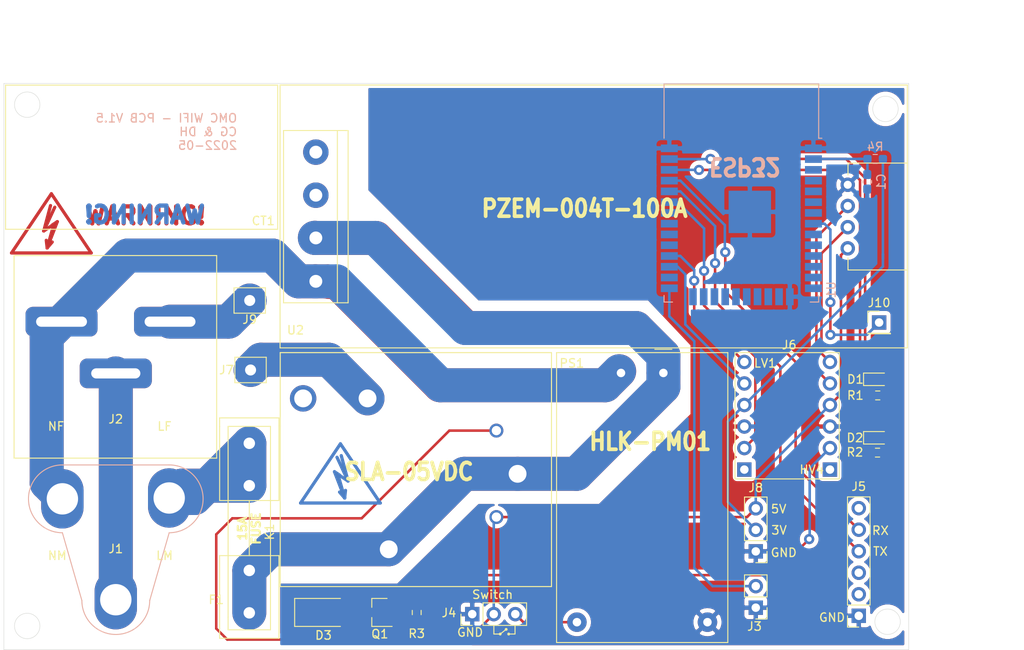
<source format=kicad_pcb>
(kicad_pcb (version 20171130) (host pcbnew "(5.1.12)-1")

  (general
    (thickness 1.6)
    (drawings 47)
    (tracks 221)
    (zones 0)
    (modules 26)
    (nets 61)
  )

  (page USLetter)
  (layers
    (0 F.Cu signal)
    (31 B.Cu signal)
    (32 B.Adhes user)
    (33 F.Adhes user)
    (34 B.Paste user)
    (35 F.Paste user)
    (36 B.SilkS user)
    (37 F.SilkS user)
    (38 B.Mask user)
    (39 F.Mask user)
    (40 Dwgs.User user)
    (41 Cmts.User user)
    (42 Eco1.User user)
    (43 Eco2.User user)
    (44 Edge.Cuts user)
    (45 Margin user)
    (46 B.CrtYd user)
    (47 F.CrtYd user)
    (48 B.Fab user)
    (49 F.Fab user hide)
  )

  (setup
    (last_trace_width 0.3)
    (trace_clearance 0.3)
    (zone_clearance 0.508)
    (zone_45_only no)
    (trace_min 0.2)
    (via_size 1.2)
    (via_drill 0.6)
    (via_min_size 0.4)
    (via_min_drill 0.3)
    (uvia_size 1.2)
    (uvia_drill 0.6)
    (uvias_allowed no)
    (uvia_min_size 0.2)
    (uvia_min_drill 0.1)
    (edge_width 0.05)
    (segment_width 0.2)
    (pcb_text_width 0.3)
    (pcb_text_size 1.5 1.5)
    (mod_edge_width 0.12)
    (mod_text_size 1 1)
    (mod_text_width 0.15)
    (pad_size 3 3)
    (pad_drill 1)
    (pad_to_mask_clearance 0.05)
    (aux_axis_origin 0 0)
    (grid_origin 576 -914.7)
    (visible_elements 7FFFFFFF)
    (pcbplotparams
      (layerselection 0x010fc_ffffffff)
      (usegerberextensions true)
      (usegerberattributes false)
      (usegerberadvancedattributes false)
      (creategerberjobfile false)
      (excludeedgelayer true)
      (linewidth 0.100000)
      (plotframeref false)
      (viasonmask false)
      (mode 1)
      (useauxorigin false)
      (hpglpennumber 1)
      (hpglpenspeed 20)
      (hpglpendiameter 15.000000)
      (psnegative false)
      (psa4output false)
      (plotreference true)
      (plotvalue false)
      (plotinvisibletext false)
      (padsonsilk false)
      (subtractmaskfromsilk true)
      (outputformat 1)
      (mirror false)
      (drillshape 0)
      (scaleselection 1)
      (outputdirectory "OMC_WIFI_GERBERS/"))
  )

  (net 0 "")
  (net 1 GND)
  (net 2 +5V)
  (net 3 TX0)
  (net 4 RX0)
  (net 5 NEUTRAL)
  (net 6 D32_RELAY_5V)
  (net 7 +3V)
  (net 8 TX2_5V)
  (net 9 RX2_5V)
  (net 10 D32_RELAY_3V)
  (net 11 RX2_3V)
  (net 12 TX2_3V)
  (net 13 "Net-(F1-Pad2)")
  (net 14 "Net-(Q1-Pad2)")
  (net 15 LINE_IN)
  (net 16 LINE_OUT)
  (net 17 "Net-(D3-Pad2)")
  (net 18 D22_LED_G)
  (net 19 D23_LED_R)
  (net 20 CTS)
  (net 21 VCC)
  (net 22 DTR)
  (net 23 "Net-(K1-PadNC)")
  (net 24 "Net-(U1-Pad32)")
  (net 25 "Net-(U1-Pad31)")
  (net 26 "Net-(U1-Pad30)")
  (net 27 "Net-(U1-Pad29)")
  (net 28 "Net-(U1-Pad26)")
  (net 29 "Net-(U1-Pad24)")
  (net 30 "Net-(U1-Pad23)")
  (net 31 "Net-(U1-Pad22)")
  (net 32 "Net-(U1-Pad21)")
  (net 33 "Net-(U1-Pad20)")
  (net 34 "Net-(U1-Pad19)")
  (net 35 "Net-(U1-Pad18)")
  (net 36 "Net-(U1-Pad17)")
  (net 37 "Net-(U1-Pad16)")
  (net 38 "Net-(U1-Pad14)")
  (net 39 "Net-(U1-Pad13)")
  (net 40 "Net-(U1-Pad12)")
  (net 41 "Net-(U1-Pad11)")
  (net 42 "Net-(U1-Pad10)")
  (net 43 "Net-(U1-Pad9)")
  (net 44 "Net-(U1-Pad7)")
  (net 45 "Net-(U1-Pad6)")
  (net 46 "Net-(U1-Pad5)")
  (net 47 "Net-(U1-Pad4)")
  (net 48 EN)
  (net 49 TOR1)
  (net 50 TOR2)
  (net 51 "Net-(D1-Pad1)")
  (net 52 "Net-(D2-Pad1)")
  (net 53 "Net-(C1-Pad1)")
  (net 54 "Net-(J3-Pad2)")
  (net 55 "Net-(J6-Pad11)")
  (net 56 "Net-(J6-Pad12)")
  (net 57 "Net-(J4-Pad3)")
  (net 58 TOUCH)
  (net 59 AC_GROUND)
  (net 60 "Net-(J2-Pad1)")

  (net_class Default "This is the default net class."
    (clearance 0.3)
    (trace_width 0.3)
    (via_dia 1.2)
    (via_drill 0.6)
    (uvia_dia 1.2)
    (uvia_drill 0.6)
    (diff_pair_width 0.3)
    (diff_pair_gap 0.3)
    (add_net +3V)
    (add_net +5V)
    (add_net CTS)
    (add_net D22_LED_G)
    (add_net D23_LED_R)
    (add_net D32_RELAY_3V)
    (add_net D32_RELAY_5V)
    (add_net DTR)
    (add_net EN)
    (add_net GND)
    (add_net "Net-(C1-Pad1)")
    (add_net "Net-(D1-Pad1)")
    (add_net "Net-(D2-Pad1)")
    (add_net "Net-(D3-Pad2)")
    (add_net "Net-(J3-Pad2)")
    (add_net "Net-(J4-Pad3)")
    (add_net "Net-(J6-Pad11)")
    (add_net "Net-(J6-Pad12)")
    (add_net "Net-(K1-PadNC)")
    (add_net "Net-(Q1-Pad2)")
    (add_net "Net-(U1-Pad10)")
    (add_net "Net-(U1-Pad11)")
    (add_net "Net-(U1-Pad12)")
    (add_net "Net-(U1-Pad13)")
    (add_net "Net-(U1-Pad14)")
    (add_net "Net-(U1-Pad16)")
    (add_net "Net-(U1-Pad17)")
    (add_net "Net-(U1-Pad18)")
    (add_net "Net-(U1-Pad19)")
    (add_net "Net-(U1-Pad20)")
    (add_net "Net-(U1-Pad21)")
    (add_net "Net-(U1-Pad22)")
    (add_net "Net-(U1-Pad23)")
    (add_net "Net-(U1-Pad24)")
    (add_net "Net-(U1-Pad26)")
    (add_net "Net-(U1-Pad29)")
    (add_net "Net-(U1-Pad30)")
    (add_net "Net-(U1-Pad31)")
    (add_net "Net-(U1-Pad32)")
    (add_net "Net-(U1-Pad4)")
    (add_net "Net-(U1-Pad5)")
    (add_net "Net-(U1-Pad6)")
    (add_net "Net-(U1-Pad7)")
    (add_net "Net-(U1-Pad9)")
    (add_net RX0)
    (add_net RX2_3V)
    (add_net RX2_5V)
    (add_net TOR1)
    (add_net TOR2)
    (add_net TOUCH)
    (add_net TX0)
    (add_net TX2_3V)
    (add_net TX2_5V)
    (add_net VCC)
  )

  (net_class "220V HC" ""
    (clearance 1)
    (trace_width 4)
    (via_dia 1.2)
    (via_drill 0.6)
    (uvia_dia 1.2)
    (uvia_drill 0.6)
    (diff_pair_width 0.3)
    (diff_pair_gap 0.3)
    (add_net AC_GROUND)
    (add_net LINE_IN)
    (add_net LINE_OUT)
    (add_net NEUTRAL)
    (add_net "Net-(F1-Pad2)")
    (add_net "Net-(J2-Pad1)")
  )

  (net_class "220V LC" ""
    (clearance 1)
    (trace_width 2)
    (via_dia 1.2)
    (via_drill 0.6)
    (uvia_dia 1.2)
    (uvia_drill 0.6)
    (diff_pair_width 0.3)
    (diff_pair_gap 0.3)
  )

  (module Connector_Pin:Pin_D1.3mm_L10.0mm_W3.5mm_Flat (layer F.Cu) (tedit 5A1DC085) (tstamp 628D7746)
    (at 605 -955.9)
    (descr "solder Pin_ with flat with hole, hole diameter 1.3mm, length 10.0mm, width 3.5mm, e.g. Ettinger 13.13.865, https://katalog.ettinger.de/#p=434")
    (tags "solder Pin_ with flat fork")
    (path /62853AFC)
    (fp_text reference J9 (at 0 2.25) (layer F.SilkS)
      (effects (font (size 1 1) (thickness 0.15)))
    )
    (fp_text value Conn_01x01_Female (at 0 -2.05) (layer F.Fab)
      (effects (font (size 1 1) (thickness 0.15)))
    )
    (fp_text user %R (at 0 2.25) (layer F.Fab)
      (effects (font (size 1 1) (thickness 0.15)))
    )
    (fp_line (start -1.85 -1.5) (end 1.85 -1.5) (layer F.SilkS) (width 0.12))
    (fp_line (start 1.85 -1.5) (end 1.85 1.5) (layer F.SilkS) (width 0.12))
    (fp_line (start 1.85 1.5) (end -1.85 1.5) (layer F.SilkS) (width 0.12))
    (fp_line (start -1.85 -1.5) (end -1.85 1.5) (layer F.SilkS) (width 0.12))
    (fp_line (start 1.75 -0.3) (end 1.75 0.3) (layer F.Fab) (width 0.12))
    (fp_line (start 1.75 0.3) (end -1.75 0.3) (layer F.Fab) (width 0.12))
    (fp_line (start -1.75 0.3) (end -1.75 -0.3) (layer F.Fab) (width 0.12))
    (fp_line (start -1.75 -0.3) (end 1.75 -0.3) (layer F.Fab) (width 0.12))
    (fp_line (start -2.25 -1.8) (end 2.25 -1.8) (layer F.CrtYd) (width 0.05))
    (fp_line (start -2.25 -1.8) (end -2.25 1.8) (layer F.CrtYd) (width 0.05))
    (fp_line (start 2.25 1.8) (end 2.25 -1.8) (layer F.CrtYd) (width 0.05))
    (fp_line (start 2.25 1.8) (end -2.25 1.8) (layer F.CrtYd) (width 0.05))
    (pad 1 thru_hole circle (at 0 0) (size 2.6 2.6) (drill 1.3) (layers *.Cu *.Mask)
      (net 60 "Net-(J2-Pad1)"))
    (model ${KISYS3DMOD}/Connector_Pin.3dshapes/Pin_D1.3mm_L10.0mm_W3.5mm_Flat.wrl
      (at (xyz 0 0 0))
      (scale (xyz 1 1 1))
      (rotate (xyz 0 0 0))
    )
  )

  (module NEMA_5_R:NEMA_5_R (layer F.Cu) (tedit 628CD35C) (tstamp 628D4EB3)
    (at 589.2 -953.4)
    (path /626943A8)
    (fp_text reference J2 (at 0 11.5) (layer F.SilkS)
      (effects (font (size 1 1) (thickness 0.15)))
    )
    (fp_text value Conn_01x02_Female (at 0 9.8) (layer F.Fab)
      (effects (font (size 1 1) (thickness 0.15)))
    )
    (fp_line (start -13.6 17.6) (end -13.6 -9.4) (layer F.Fab) (width 0.12))
    (fp_line (start 13.4 17.6) (end -13.6 17.6) (layer F.Fab) (width 0.12))
    (fp_line (start 13.4 -9.4) (end 13.4 17.6) (layer F.Fab) (width 0.12))
    (fp_line (start -13.6 -9.4) (end 13.4 -9.4) (layer F.Fab) (width 0.12))
    (fp_line (start -12 16.1) (end -12 -7.8) (layer F.SilkS) (width 0.12))
    (fp_line (start 11.9 16.1) (end -12 16.1) (layer F.SilkS) (width 0.12))
    (fp_line (start 11.9 -7.8) (end 11.9 16.1) (layer F.SilkS) (width 0.12))
    (fp_line (start -12 -7.8) (end 11.9 -7.8) (layer F.SilkS) (width 0.12))
    (pad 2 thru_hole roundrect (at -6.4 0) (size 8.5 3.5) (drill oval 6 1.2) (layers *.Cu *.Mask) (roundrect_rratio 0.25)
      (net 5 NEUTRAL))
    (pad 1 thru_hole roundrect (at 6.4 0) (size 8.5 3.5) (drill oval 6 1.2) (layers *.Cu *.Mask) (roundrect_rratio 0.25)
      (net 60 "Net-(J2-Pad1)"))
    (pad 3 thru_hole roundrect (at 0 6.1) (size 8.5 3.5) (drill oval 5.8 1.2) (layers *.Cu *.Mask) (roundrect_rratio 0.25)
      (net 59 AC_GROUND))
  )

  (module NEMA_5_P:NEMA_5_P (layer F.Cu) (tedit 628CD8A4) (tstamp 628D6E88)
    (at 589.2 -932.5)
    (path /62564E0F)
    (fp_text reference J1 (at 0 5.9) (layer F.SilkS)
      (effects (font (size 1 1) (thickness 0.15)))
    )
    (fp_text value Conn_01x02_Male (at 0 4.9) (layer F.Fab)
      (effects (font (size 1 1) (thickness 0.15)))
    )
    (fp_arc (start -6.3 0) (end -6.3 -4) (angle -180) (layer B.SilkS) (width 0.12))
    (fp_arc (start 6.3 0) (end 6.3 4) (angle -180) (layer B.SilkS) (width 0.12))
    (fp_arc (start 0 12) (end -4 12) (angle -180) (layer B.SilkS) (width 0.12))
    (fp_line (start -4 12) (end -6.3 4) (layer B.SilkS) (width 0.12))
    (fp_line (start 6.3 4) (end 4 12) (layer B.SilkS) (width 0.12))
    (fp_line (start 6.3 -4) (end -6.3 -4) (layer B.SilkS) (width 0.12))
    (fp_line (start -10.5 -4.2) (end 10.5 -4.2) (layer F.Fab) (width 0.12))
    (fp_line (start 10.5 -4.2) (end 10.5 16.2) (layer F.Fab) (width 0.12))
    (fp_line (start 10.5 16.2) (end -10.5 16.2) (layer F.Fab) (width 0.12))
    (fp_line (start -10.5 16.2) (end -10.5 -4.2) (layer F.Fab) (width 0.12))
    (pad 1 thru_hole oval (at 6.3 -0.1) (size 5 7) (drill 3.7) (layers *.Cu *.Mask)
      (net 13 "Net-(F1-Pad2)"))
    (pad 2 thru_hole oval (at -6.3 0) (size 5 7) (drill 3.7) (layers *.Cu *.Mask)
      (net 5 NEUTRAL))
    (pad 3 thru_hole oval (at 0 11.9) (size 5 7) (drill 3.7) (layers *.Cu *.Mask)
      (net 59 AC_GROUND))
  )

  (module level_shifter:Level_Shifter_3V_5V (layer F.Cu) (tedit 627BCF25) (tstamp 6269BF73)
    (at 668.65 -942.15)
    (descr "Through hole straight pin header, 1x06, 2.54mm pitch, single row")
    (tags "Through hole pin header THT 1x06 2.54mm single row")
    (path /626C34E4)
    (fp_text reference J6 (at 0 -8.5) (layer F.SilkS)
      (effects (font (size 1 1) (thickness 0.15)))
    )
    (fp_text value "Level shifter" (at 0.3 8.4) (layer F.Fab)
      (effects (font (size 1 1) (thickness 0.15)))
    )
    (fp_line (start -6.4 7.3) (end -6.4 -7.6) (layer F.SilkS) (width 0.12))
    (fp_line (start 5.9 7.3) (end -6.4 7.3) (layer F.SilkS) (width 0.12))
    (fp_line (start 5.9 -7.6) (end 5.9 7.3) (layer F.SilkS) (width 0.12))
    (fp_line (start -6.4 -7.6) (end 5.9 -7.6) (layer F.SilkS) (width 0.12))
    (fp_text user %R (at -7.4 0 90) (layer F.Fab)
      (effects (font (size 1 1) (thickness 0.15)))
    )
    (pad 1 thru_hole oval (at -5.3 -6.5 180) (size 1.7 1.7) (drill 1) (layers *.Cu *.Mask)
      (net 12 TX2_3V))
    (pad 3 thru_hole oval (at -5.3 -3.96 180) (size 1.7 1.7) (drill 1) (layers *.Cu *.Mask)
      (net 11 RX2_3V))
    (pad 5 thru_hole oval (at -5.3 -1.42 180) (size 1.7 1.7) (drill 1) (layers *.Cu *.Mask)
      (net 7 +3V))
    (pad 7 thru_hole oval (at -5.3 1.12 180) (size 1.7 1.7) (drill 1) (layers *.Cu *.Mask)
      (net 1 GND))
    (pad 9 thru_hole oval (at -5.3 3.66 180) (size 1.7 1.7) (drill 1) (layers *.Cu *.Mask)
      (net 10 D32_RELAY_3V))
    (pad 11 thru_hole rect (at -5.3 6.2 180) (size 1.7 1.7) (drill 1) (layers *.Cu *.Mask)
      (net 55 "Net-(J6-Pad11)"))
    (pad 4 thru_hole oval (at 4.8 -3.96 180) (size 1.7 1.7) (drill 1) (layers *.Cu *.Mask)
      (net 8 TX2_5V))
    (pad 6 thru_hole oval (at 4.8 -1.42 180) (size 1.7 1.7) (drill 1) (layers *.Cu *.Mask)
      (net 2 +5V))
    (pad 8 thru_hole oval (at 4.8 1.12 180) (size 1.7 1.7) (drill 1) (layers *.Cu *.Mask)
      (net 1 GND))
    (pad 2 thru_hole oval (at 4.8 -6.5 180) (size 1.7 1.7) (drill 1) (layers *.Cu *.Mask)
      (net 9 RX2_5V))
    (pad 10 thru_hole oval (at 4.8 3.66 180) (size 1.7 1.7) (drill 1) (layers *.Cu *.Mask)
      (net 6 D32_RELAY_5V))
    (pad 12 thru_hole rect (at 4.8 6.2 180) (size 1.7 1.7) (drill 1) (layers *.Cu *.Mask)
      (net 56 "Net-(J6-Pad12)"))
    (model "C:/Users/cgarc/OneDrive - est.ucab.edu.ve/Documentos/GitHub/OMC_WIFI/OMC_WIFI_PCB/Libs/level_shifter/Level_Shifter_3V_5V_pinHeaders.wrl"
      (offset (xyz -0.5 0 0))
      (scale (xyz 0.95 1 1))
      (rotate (xyz 0 0 0))
    )
  )

  (module Connector_PinHeader_2.54mm:PinHeader_1x01_P2.54mm_Vertical (layer F.Cu) (tedit 59FED5CC) (tstamp 627BF5D9)
    (at 679.25 -953.3)
    (descr "Through hole straight pin header, 1x01, 2.54mm pitch, single row")
    (tags "Through hole pin header THT 1x01 2.54mm single row")
    (path /627E9A98)
    (fp_text reference J10 (at 0 -2.33) (layer F.SilkS)
      (effects (font (size 1 1) (thickness 0.15)))
    )
    (fp_text value Conn_01x01_Male (at 0 2.33) (layer F.Fab)
      (effects (font (size 1 1) (thickness 0.15)))
    )
    (fp_line (start -0.635 -1.27) (end 1.27 -1.27) (layer F.Fab) (width 0.1))
    (fp_line (start 1.27 -1.27) (end 1.27 1.27) (layer F.Fab) (width 0.1))
    (fp_line (start 1.27 1.27) (end -1.27 1.27) (layer F.Fab) (width 0.1))
    (fp_line (start -1.27 1.27) (end -1.27 -0.635) (layer F.Fab) (width 0.1))
    (fp_line (start -1.27 -0.635) (end -0.635 -1.27) (layer F.Fab) (width 0.1))
    (fp_line (start -1.33 1.33) (end 1.33 1.33) (layer F.SilkS) (width 0.12))
    (fp_line (start -1.33 1.27) (end -1.33 1.33) (layer F.SilkS) (width 0.12))
    (fp_line (start 1.33 1.27) (end 1.33 1.33) (layer F.SilkS) (width 0.12))
    (fp_line (start -1.33 1.27) (end 1.33 1.27) (layer F.SilkS) (width 0.12))
    (fp_line (start -1.33 0) (end -1.33 -1.33) (layer F.SilkS) (width 0.12))
    (fp_line (start -1.33 -1.33) (end 0 -1.33) (layer F.SilkS) (width 0.12))
    (fp_line (start -1.8 -1.8) (end -1.8 1.8) (layer F.CrtYd) (width 0.05))
    (fp_line (start -1.8 1.8) (end 1.8 1.8) (layer F.CrtYd) (width 0.05))
    (fp_line (start 1.8 1.8) (end 1.8 -1.8) (layer F.CrtYd) (width 0.05))
    (fp_line (start 1.8 -1.8) (end -1.8 -1.8) (layer F.CrtYd) (width 0.05))
    (fp_text user %R (at 0 0 90) (layer F.Fab)
      (effects (font (size 1 1) (thickness 0.15)))
    )
    (pad 1 thru_hole rect (at 0 0) (size 1.7 1.7) (drill 1) (layers *.Cu *.Mask)
      (net 58 TOUCH))
    (model ${KISYS3DMOD}/Connector_PinHeader_2.54mm.3dshapes/PinHeader_1x01_P2.54mm_Vertical.wrl
      (at (xyz 0 0 0))
      (scale (xyz 1 1 1))
      (rotate (xyz 0 0 0))
    )
  )

  (module Connector_PinHeader_2.54mm:PinHeader_1x03_P2.54mm_Vertical (layer F.Cu) (tedit 59FED5CC) (tstamp 620D8ED0)
    (at 631.25 -918.9 90)
    (descr "Through hole straight pin header, 1x03, 2.54mm pitch, single row")
    (tags "Through hole pin header THT 1x03 2.54mm single row")
    (path /6216C21C)
    (fp_text reference J4 (at 0.15 -2.75 180) (layer F.SilkS)
      (effects (font (size 1 1) (thickness 0.15)))
    )
    (fp_text value Switch (at 0 7.41 90) (layer F.Fab)
      (effects (font (size 1 1) (thickness 0.15)))
    )
    (fp_line (start 1.8 -1.8) (end -1.8 -1.8) (layer F.CrtYd) (width 0.05))
    (fp_line (start 1.8 6.85) (end 1.8 -1.8) (layer F.CrtYd) (width 0.05))
    (fp_line (start -1.8 6.85) (end 1.8 6.85) (layer F.CrtYd) (width 0.05))
    (fp_line (start -1.8 -1.8) (end -1.8 6.85) (layer F.CrtYd) (width 0.05))
    (fp_line (start -1.33 -1.33) (end 0 -1.33) (layer F.SilkS) (width 0.12))
    (fp_line (start -1.33 0) (end -1.33 -1.33) (layer F.SilkS) (width 0.12))
    (fp_line (start -1.33 1.27) (end 1.33 1.27) (layer F.SilkS) (width 0.12))
    (fp_line (start 1.33 1.27) (end 1.33 6.41) (layer F.SilkS) (width 0.12))
    (fp_line (start -1.33 1.27) (end -1.33 6.41) (layer F.SilkS) (width 0.12))
    (fp_line (start -1.33 6.41) (end 1.33 6.41) (layer F.SilkS) (width 0.12))
    (fp_line (start -1.27 -0.635) (end -0.635 -1.27) (layer F.Fab) (width 0.1))
    (fp_line (start -1.27 6.35) (end -1.27 -0.635) (layer F.Fab) (width 0.1))
    (fp_line (start 1.27 6.35) (end -1.27 6.35) (layer F.Fab) (width 0.1))
    (fp_line (start 1.27 -1.27) (end 1.27 6.35) (layer F.Fab) (width 0.1))
    (fp_line (start -0.635 -1.27) (end 1.27 -1.27) (layer F.Fab) (width 0.1))
    (fp_text user %R (at 0 2.54) (layer F.Fab)
      (effects (font (size 1 1) (thickness 0.15)))
    )
    (pad 3 thru_hole oval (at 0 5.08 90) (size 1.7 1.7) (drill 1) (layers *.Cu *.Mask)
      (net 57 "Net-(J4-Pad3)"))
    (pad 2 thru_hole oval (at 0 2.54 90) (size 1.7 1.7) (drill 1) (layers *.Cu *.Mask)
      (net 2 +5V))
    (pad 1 thru_hole rect (at 0 0 90) (size 1.7 1.7) (drill 1) (layers *.Cu *.Mask)
      (net 1 GND))
    (model ${KISYS3DMOD}/Connector_PinHeader_2.54mm.3dshapes/PinHeader_1x03_P2.54mm_Vertical.wrl
      (at (xyz 0 0 0))
      (scale (xyz 1 1 1))
      (rotate (xyz 0 0 0))
    )
  )

  (module Connector_Pin:Pin_D1.3mm_L10.0mm_W3.5mm_Flat (layer F.Cu) (tedit 5A1DC085) (tstamp 627B5A3C)
    (at 605.1 -947.7 180)
    (descr "solder Pin_ with flat with hole, hole diameter 1.3mm, length 10.0mm, width 3.5mm, e.g. Ettinger 13.13.865, https://katalog.ettinger.de/#p=434")
    (tags "solder Pin_ with flat fork")
    (path /6284CB5E)
    (fp_text reference J7 (at 2.85 0) (layer F.SilkS)
      (effects (font (size 1 1) (thickness 0.15)))
    )
    (fp_text value Conn_01x01_Female (at 0 -2.05) (layer F.Fab)
      (effects (font (size 1 1) (thickness 0.15)))
    )
    (fp_line (start 2.25 1.8) (end -2.25 1.8) (layer F.CrtYd) (width 0.05))
    (fp_line (start 2.25 1.8) (end 2.25 -1.8) (layer F.CrtYd) (width 0.05))
    (fp_line (start -2.25 -1.8) (end -2.25 1.8) (layer F.CrtYd) (width 0.05))
    (fp_line (start -2.25 -1.8) (end 2.25 -1.8) (layer F.CrtYd) (width 0.05))
    (fp_line (start -1.75 -0.3) (end 1.75 -0.3) (layer F.Fab) (width 0.12))
    (fp_line (start -1.75 0.3) (end -1.75 -0.3) (layer F.Fab) (width 0.12))
    (fp_line (start 1.75 0.3) (end -1.75 0.3) (layer F.Fab) (width 0.12))
    (fp_line (start 1.75 -0.3) (end 1.75 0.3) (layer F.Fab) (width 0.12))
    (fp_line (start -1.85 -1.5) (end -1.85 1.5) (layer F.SilkS) (width 0.12))
    (fp_line (start 1.85 1.5) (end -1.85 1.5) (layer F.SilkS) (width 0.12))
    (fp_line (start 1.85 -1.5) (end 1.85 1.5) (layer F.SilkS) (width 0.12))
    (fp_line (start -1.85 -1.5) (end 1.85 -1.5) (layer F.SilkS) (width 0.12))
    (fp_text user %R (at 0 2.25) (layer F.Fab)
      (effects (font (size 1 1) (thickness 0.15)))
    )
    (pad 1 thru_hole circle (at 0 0 180) (size 2.6 2.6) (drill 1.3) (layers *.Cu *.Mask)
      (net 16 LINE_OUT))
    (model ${KISYS3DMOD}/Connector_Pin.3dshapes/Pin_D1.3mm_L10.0mm_W3.5mm_Flat.wrl
      (at (xyz 0 0 0))
      (scale (xyz 1 1 1))
      (rotate (xyz 0 0 0))
    )
  )

  (module "omc-schematics LE:PZEM-OO4T-100A" (layer F.Cu) (tedit 627A680F) (tstamp 62575A5E)
    (at 645.58 -965.81)
    (path /62639391)
    (fp_text reference U2 (at -35.18 13.41) (layer F.SilkS)
      (effects (font (size 1 1) (thickness 0.15)))
    )
    (fp_text value PZEM-004T-100A (at 0 -16.5) (layer F.Fab)
      (effects (font (size 1 1) (thickness 0.15)))
    )
    (fp_line (start 30 -6.3) (end 30 -4.9) (layer F.SilkS) (width 0.12))
    (fp_line (start 30 6.31) (end 30 4.89) (layer F.SilkS) (width 0.12))
    (fp_line (start 37 6.31) (end 30 6.31) (layer F.SilkS) (width 0.12))
    (fp_line (start 30 -6.3) (end 37 -6.3) (layer F.SilkS) (width 0.12))
    (fp_line (start 28.8 6.7) (end 28.8 -6.7) (layer F.CrtYd) (width 0.12))
    (fp_line (start 37.3 6.7) (end 28.8 6.7) (layer F.CrtYd) (width 0.12))
    (fp_line (start 37.3 -6.7) (end 37.3 6.7) (layer F.CrtYd) (width 0.12))
    (fp_line (start 28.8 -6.7) (end 37.3 -6.7) (layer F.CrtYd) (width 0.12))
    (fp_line (start 37 15.5) (end -37 15.5) (layer F.SilkS) (width 0.12))
    (fp_line (start 37 -15.5) (end 37 15.5) (layer F.SilkS) (width 0.12))
    (fp_line (start -37 -15.5) (end 37 -15.5) (layer F.SilkS) (width 0.12))
    (fp_line (start -37 15.5) (end -37 -15.5) (layer F.SilkS) (width 0.12))
    (fp_line (start -36.775 -10.35) (end -36.775 10.35) (layer F.CrtYd) (width 0.12))
    (fp_line (start -36.775 10.35) (end -28.775 10.35) (layer F.CrtYd) (width 0.12))
    (fp_line (start -28.775 10.35) (end -28.775 -10.35) (layer F.CrtYd) (width 0.12))
    (fp_line (start -28.775 -10.35) (end -36.775 -10.35) (layer F.CrtYd) (width 0.12))
    (fp_line (start -28.97 -10.14) (end -28.97 10.18) (layer F.SilkS) (width 0.12))
    (fp_line (start -28.97 10.18) (end -30.24 10.18) (layer F.SilkS) (width 0.12))
    (fp_line (start -30.24 10.18) (end -30.24 -10.14) (layer F.SilkS) (width 0.12))
    (fp_line (start -30.24 -10.14) (end -28.97 -10.14) (layer F.SilkS) (width 0.12))
    (fp_line (start -30.24 -10.14) (end -36.59 -10.14) (layer F.SilkS) (width 0.12))
    (fp_line (start -36.59 -10.14) (end -36.59 10.18) (layer F.SilkS) (width 0.12))
    (fp_line (start -36.59 10.18) (end -30.24 10.18) (layer F.SilkS) (width 0.12))
    (pad 5 thru_hole circle (at 29.97 3.76) (size 1.7 1.7) (drill 0.95) (layers *.Cu *.Mask)
      (net 2 +5V))
    (pad 6 thru_hole circle (at 29.97 1.26) (size 1.7 1.7) (drill 0.95) (layers *.Cu *.Mask)
      (net 9 RX2_5V))
    (pad 7 thru_hole circle (at 29.97 -1.24) (size 1.7 1.7) (drill 0.95) (layers *.Cu *.Mask)
      (net 8 TX2_5V))
    (pad 8 thru_hole circle (at 29.97 -3.74) (size 1.7 1.7) (drill 0.95) (layers *.Cu *.Mask)
      (net 1 GND))
    (pad 4 thru_hole oval (at -32.78 -7.59) (size 3 3) (drill 1.52) (layers *.Cu *.Mask)
      (net 49 TOR1))
    (pad 3 thru_hole oval (at -32.78 -2.51) (size 3 3) (drill 1.52) (layers *.Cu *.Mask)
      (net 50 TOR2))
    (pad 2 thru_hole oval (at -32.78 2.53) (size 3 3) (drill 1.52) (layers *.Cu *.Mask)
      (net 15 LINE_IN))
    (pad 1 thru_hole rect (at -32.78 7.65) (size 3 3) (drill 1.52) (layers *.Cu *.Mask)
      (net 5 NEUTRAL))
    (model "C:/Users/cgarc/OneDrive - est.ucab.edu.ve/Documentos/GitHub/OMC_WIFI/OMC_WIFI_PCB/Libs/omc-schematics.pretty/PZEM_004T_100A_V3_0__cp007.wrl"
      (offset (xyz 0 0 0.5))
      (scale (xyz 1 1 1))
      (rotate (xyz 0 0 0))
    )
    (model ${KISYS3DMOD}/Connector_PinHeader_2.54mm.3dshapes/PinHeader_1x04_P2.54mm_Vertical.wrl
      (offset (xyz 30 3.8 0))
      (scale (xyz 1 1 1))
      (rotate (xyz 0 0 0))
    )
  )

  (module Symbol:Symbol_HighVoltage_Type2_CopperTop_VerySmall (layer B.Cu) (tedit 0) (tstamp 62627876)
    (at 615.7 -934.8 180)
    (descr "Symbol, High Voltage, Type 2, Copper Top, Very Small,")
    (tags "Symbol, High Voltage, Type 2, Copper Top, Very Small,")
    (path /6268B7DC)
    (attr virtual)
    (fp_text reference SYM2 (at -0.1 5.4) (layer B.SilkS) hide
      (effects (font (size 1 1) (thickness 0.15)) (justify mirror))
    )
    (fp_text value SYM_Flash_Small (at -0.15 -0.1) (layer B.Fab) hide
      (effects (font (size 1 1) (thickness 0.15)) (justify mirror))
    )
    (fp_line (start -4.699 -2.794) (end 0 4.191) (layer B.Cu) (width 0.381))
    (fp_line (start 4.699 -2.794) (end -4.699 -2.794) (layer B.Cu) (width 0.381))
    (fp_line (start 0 4.191) (end 4.699 -2.794) (layer B.Cu) (width 0.381))
    (fp_line (start -0.49784 -2.19964) (end -0.59944 -1.30048) (layer B.Cu) (width 0.381))
    (fp_line (start 0.29972 0.59944) (end -0.49784 -2.19964) (layer B.Cu) (width 0.381))
    (fp_line (start -0.89916 -0.20066) (end 0.29972 0.59944) (layer B.Cu) (width 0.381))
    (fp_line (start -0.09906 2.79908) (end -0.89916 -0.20066) (layer B.Cu) (width 0.381))
    (fp_line (start -0.49784 -2.19964) (end 0.1016 -1.50114) (layer B.Cu) (width 0.381))
    (fp_line (start -0.89916 -0.20066) (end 0.40132 2.60096) (layer B.Cu) (width 0.381))
    (fp_line (start 0.70104 0.89916) (end 0.1016 0.50038) (layer B.Cu) (width 0.381))
    (fp_line (start -0.49784 -2.19964) (end 0.70104 0.89916) (layer B.Cu) (width 0.381))
  )

  (module Symbol:Symbol_HighVoltage_Type2_CopperTop_VerySmall (layer F.Cu) (tedit 0) (tstamp 62627867)
    (at 581.6 -964.3)
    (descr "Symbol, High Voltage, Type 2, Copper Top, Very Small,")
    (tags "Symbol, High Voltage, Type 2, Copper Top, Very Small,")
    (path /6268094E)
    (attr virtual)
    (fp_text reference SYM1 (at -0.127 -5.715) (layer F.SilkS) hide
      (effects (font (size 1 1) (thickness 0.15)))
    )
    (fp_text value SYM_Flash_Small (at -0.381 4.572) (layer F.Fab) hide
      (effects (font (size 1 1) (thickness 0.15)))
    )
    (fp_line (start -4.699 2.794) (end 0 -4.191) (layer F.Cu) (width 0.381))
    (fp_line (start 4.699 2.794) (end -4.699 2.794) (layer F.Cu) (width 0.381))
    (fp_line (start 0 -4.191) (end 4.699 2.794) (layer F.Cu) (width 0.381))
    (fp_line (start -0.49784 2.19964) (end -0.59944 1.30048) (layer F.Cu) (width 0.381))
    (fp_line (start 0.29972 -0.59944) (end -0.49784 2.19964) (layer F.Cu) (width 0.381))
    (fp_line (start -0.89916 0.20066) (end 0.29972 -0.59944) (layer F.Cu) (width 0.381))
    (fp_line (start -0.09906 -2.79908) (end -0.89916 0.20066) (layer F.Cu) (width 0.381))
    (fp_line (start -0.49784 2.19964) (end 0.1016 1.50114) (layer F.Cu) (width 0.381))
    (fp_line (start -0.89916 0.20066) (end 0.40132 -2.60096) (layer F.Cu) (width 0.381))
    (fp_line (start 0.70104 -0.89916) (end 0.1016 -0.50038) (layer F.Cu) (width 0.381))
    (fp_line (start -0.49784 2.19964) (end 0.70104 -0.89916) (layer F.Cu) (width 0.381))
  )

  (module "SLA-12VDC-SL-C LE:RELAY_SLA-12VDC-SL-C" (layer F.Cu) (tedit 624F093D) (tstamp 627AC91D)
    (at 618.9 -935.45 90)
    (path /626D4711)
    (fp_text reference K1 (at -6.85 -11.55 90) (layer F.SilkS)
      (effects (font (size 1 1) (thickness 0.15)))
    )
    (fp_text value SLA-12VDC-SL-C (at -0.3 23.135 90) (layer F.Fab)
      (effects (font (size 1 1) (thickness 0.15)))
    )
    (fp_line (start -13.55 21.95) (end -13.55 -10.55) (layer F.CrtYd) (width 0.05))
    (fp_line (start 14.55 21.95) (end -13.55 21.95) (layer F.CrtYd) (width 0.05))
    (fp_line (start 14.55 -10.55) (end 14.55 21.95) (layer F.CrtYd) (width 0.05))
    (fp_line (start -13.55 -10.55) (end 14.55 -10.55) (layer F.CrtYd) (width 0.05))
    (fp_line (start -13.3 21.7) (end -13.3 -10.3) (layer F.Fab) (width 0.127))
    (fp_line (start 14.3 21.7) (end -13.3 21.7) (layer F.Fab) (width 0.127))
    (fp_line (start 14.3 -10.3) (end 14.3 21.7) (layer F.Fab) (width 0.127))
    (fp_line (start -13.3 -10.3) (end 14.3 -10.3) (layer F.Fab) (width 0.127))
    (fp_line (start -13.3 21.7) (end -13.3 -10.3) (layer F.SilkS) (width 0.127))
    (fp_line (start 14.3 21.7) (end -13.3 21.7) (layer F.SilkS) (width 0.127))
    (fp_line (start 14.3 -10.3) (end 14.3 21.7) (layer F.SilkS) (width 0.127))
    (fp_line (start -13.3 -10.3) (end 14.3 -10.3) (layer F.SilkS) (width 0.127))
    (pad NC thru_hole circle (at 8.9 -7.6 90) (size 3.116 3.116) (drill 2.1) (layers *.Cu *.Mask)
      (net 23 "Net-(K1-PadNC)"))
    (pad COM2 thru_hole circle (at -8.9 2.5 90) (size 3.116 3.116) (drill 2.1) (layers *.Cu *.Mask)
      (net 15 LINE_IN))
    (pad NO thru_hole circle (at 8.9 0 90) (size 3.116 3.116) (drill 2.1) (layers *.Cu *.Mask)
      (net 16 LINE_OUT))
    (pad C2 thru_hole circle (at 5.1 15.2 90) (size 1.65 1.65) (drill 1.1) (layers *.Cu *.Mask)
      (net 17 "Net-(D3-Pad2)"))
    (pad C1 thru_hole circle (at -5.1 15.2 90) (size 1.65 1.65) (drill 1.1) (layers *.Cu *.Mask)
      (net 2 +5V))
    (pad COM1 thru_hole circle (at 0 17.7 90) (size 3.116 3.116) (drill 2.1) (layers *.Cu *.Mask)
      (net 15 LINE_IN))
    (model "C:/Users/cgarc/OneDrive - est.ucab.edu.ve/Documentos/GitHub/OMC_WIFI/OMC_WIFI_PCB/Libs/SLA-12VDC-SL-C/SLA-12VDC-SL-C.step"
      (at (xyz 0 0 0))
      (scale (xyz 1 1 1))
      (rotate (xyz -90 0 0))
    )
  )

  (module Resistor_SMD:R_0603_1608Metric_Pad0.98x0.95mm_HandSolder (layer B.Cu) (tedit 5F68FEEE) (tstamp 626057C2)
    (at 678.7875 -972.6 180)
    (descr "Resistor SMD 0603 (1608 Metric), square (rectangular) end terminal, IPC_7351 nominal with elongated pad for handsoldering. (Body size source: IPC-SM-782 page 72, https://www.pcb-3d.com/wordpress/wp-content/uploads/ipc-sm-782a_amendment_1_and_2.pdf), generated with kicad-footprint-generator")
    (tags "resistor handsolder")
    (path /626E4FB2)
    (attr smd)
    (fp_text reference R4 (at 0 1.43) (layer B.SilkS)
      (effects (font (size 1 1) (thickness 0.15)) (justify mirror))
    )
    (fp_text value 10k (at 0 -1.43) (layer B.Fab)
      (effects (font (size 1 1) (thickness 0.15)) (justify mirror))
    )
    (fp_line (start -0.8 -0.4125) (end -0.8 0.4125) (layer B.Fab) (width 0.1))
    (fp_line (start -0.8 0.4125) (end 0.8 0.4125) (layer B.Fab) (width 0.1))
    (fp_line (start 0.8 0.4125) (end 0.8 -0.4125) (layer B.Fab) (width 0.1))
    (fp_line (start 0.8 -0.4125) (end -0.8 -0.4125) (layer B.Fab) (width 0.1))
    (fp_line (start -0.254724 0.5225) (end 0.254724 0.5225) (layer B.SilkS) (width 0.12))
    (fp_line (start -0.254724 -0.5225) (end 0.254724 -0.5225) (layer B.SilkS) (width 0.12))
    (fp_line (start -1.65 -0.73) (end -1.65 0.73) (layer B.CrtYd) (width 0.05))
    (fp_line (start -1.65 0.73) (end 1.65 0.73) (layer B.CrtYd) (width 0.05))
    (fp_line (start 1.65 0.73) (end 1.65 -0.73) (layer B.CrtYd) (width 0.05))
    (fp_line (start 1.65 -0.73) (end -1.65 -0.73) (layer B.CrtYd) (width 0.05))
    (fp_text user %R (at 0 0) (layer B.Fab)
      (effects (font (size 0.4 0.4) (thickness 0.06)) (justify mirror))
    )
    (pad 2 smd roundrect (at 0.9125 0 180) (size 0.975 0.95) (layers B.Cu B.Paste B.Mask) (roundrect_rratio 0.25)
      (net 53 "Net-(C1-Pad1)"))
    (pad 1 smd roundrect (at -0.9125 0 180) (size 0.975 0.95) (layers B.Cu B.Paste B.Mask) (roundrect_rratio 0.25)
      (net 7 +3V))
    (model ${KISYS3DMOD}/Resistor_SMD.3dshapes/R_0603_1608Metric.wrl
      (at (xyz 0 0 0))
      (scale (xyz 1 1 1))
      (rotate (xyz 0 0 0))
    )
  )

  (module Connector_PinHeader_2.54mm:PinHeader_1x02_P2.54mm_Vertical (layer F.Cu) (tedit 59FED5CC) (tstamp 626055E1)
    (at 664.7 -919.66 180)
    (descr "Through hole straight pin header, 1x02, 2.54mm pitch, single row")
    (tags "Through hole pin header THT 1x02 2.54mm single row")
    (path /62727A97)
    (fp_text reference J3 (at 0.15 -2.21) (layer F.SilkS)
      (effects (font (size 1 1) (thickness 0.15)))
    )
    (fp_text value Conn_01x02_Male (at 0 4.87) (layer F.Fab)
      (effects (font (size 1 1) (thickness 0.15)))
    )
    (fp_line (start -0.635 -1.27) (end 1.27 -1.27) (layer F.Fab) (width 0.1))
    (fp_line (start 1.27 -1.27) (end 1.27 3.81) (layer F.Fab) (width 0.1))
    (fp_line (start 1.27 3.81) (end -1.27 3.81) (layer F.Fab) (width 0.1))
    (fp_line (start -1.27 3.81) (end -1.27 -0.635) (layer F.Fab) (width 0.1))
    (fp_line (start -1.27 -0.635) (end -0.635 -1.27) (layer F.Fab) (width 0.1))
    (fp_line (start -1.33 3.87) (end 1.33 3.87) (layer F.SilkS) (width 0.12))
    (fp_line (start -1.33 1.27) (end -1.33 3.87) (layer F.SilkS) (width 0.12))
    (fp_line (start 1.33 1.27) (end 1.33 3.87) (layer F.SilkS) (width 0.12))
    (fp_line (start -1.33 1.27) (end 1.33 1.27) (layer F.SilkS) (width 0.12))
    (fp_line (start -1.33 0) (end -1.33 -1.33) (layer F.SilkS) (width 0.12))
    (fp_line (start -1.33 -1.33) (end 0 -1.33) (layer F.SilkS) (width 0.12))
    (fp_line (start -1.8 -1.8) (end -1.8 4.35) (layer F.CrtYd) (width 0.05))
    (fp_line (start -1.8 4.35) (end 1.8 4.35) (layer F.CrtYd) (width 0.05))
    (fp_line (start 1.8 4.35) (end 1.8 -1.8) (layer F.CrtYd) (width 0.05))
    (fp_line (start 1.8 -1.8) (end -1.8 -1.8) (layer F.CrtYd) (width 0.05))
    (fp_text user %R (at 0 1.27 90) (layer F.Fab)
      (effects (font (size 1 1) (thickness 0.15)))
    )
    (pad 2 thru_hole oval (at 0 2.54 180) (size 1.7 1.7) (drill 1) (layers *.Cu *.Mask)
      (net 54 "Net-(J3-Pad2)"))
    (pad 1 thru_hole rect (at 0 0 180) (size 1.7 1.7) (drill 1) (layers *.Cu *.Mask)
      (net 1 GND))
    (model ${KISYS3DMOD}/Connector_PinHeader_2.54mm.3dshapes/PinHeader_1x02_P2.54mm_Vertical.wrl
      (at (xyz 0 0 0))
      (scale (xyz 1 1 1))
      (rotate (xyz 0 0 0))
    )
  )

  (module Capacitor_SMD:C_0603_1608Metric_Pad1.08x0.95mm_HandSolder (layer B.Cu) (tedit 5F68FEEF) (tstamp 6260547F)
    (at 677.85 -969.9 270)
    (descr "Capacitor SMD 0603 (1608 Metric), square (rectangular) end terminal, IPC_7351 nominal with elongated pad for handsoldering. (Body size source: IPC-SM-782 page 76, https://www.pcb-3d.com/wordpress/wp-content/uploads/ipc-sm-782a_amendment_1_and_2.pdf), generated with kicad-footprint-generator")
    (tags "capacitor handsolder")
    (path /626F2827)
    (attr smd)
    (fp_text reference C1 (at 0 -1.65 270) (layer B.SilkS)
      (effects (font (size 1 1) (thickness 0.15)) (justify mirror))
    )
    (fp_text value 1u (at 0 -1.43 270) (layer B.Fab)
      (effects (font (size 1 1) (thickness 0.15)) (justify mirror))
    )
    (fp_line (start -0.8 -0.4) (end -0.8 0.4) (layer B.Fab) (width 0.1))
    (fp_line (start -0.8 0.4) (end 0.8 0.4) (layer B.Fab) (width 0.1))
    (fp_line (start 0.8 0.4) (end 0.8 -0.4) (layer B.Fab) (width 0.1))
    (fp_line (start 0.8 -0.4) (end -0.8 -0.4) (layer B.Fab) (width 0.1))
    (fp_line (start -0.146267 0.51) (end 0.146267 0.51) (layer B.SilkS) (width 0.12))
    (fp_line (start -0.146267 -0.51) (end 0.146267 -0.51) (layer B.SilkS) (width 0.12))
    (fp_line (start -1.65 -0.73) (end -1.65 0.73) (layer B.CrtYd) (width 0.05))
    (fp_line (start -1.65 0.73) (end 1.65 0.73) (layer B.CrtYd) (width 0.05))
    (fp_line (start 1.65 0.73) (end 1.65 -0.73) (layer B.CrtYd) (width 0.05))
    (fp_line (start 1.65 -0.73) (end -1.65 -0.73) (layer B.CrtYd) (width 0.05))
    (fp_text user %R (at 0 0 270) (layer B.Fab)
      (effects (font (size 0.4 0.4) (thickness 0.06)) (justify mirror))
    )
    (pad 2 smd roundrect (at 0.8625 0 270) (size 1.075 0.95) (layers B.Cu B.Paste B.Mask) (roundrect_rratio 0.25)
      (net 1 GND))
    (pad 1 smd roundrect (at -0.8625 0 270) (size 1.075 0.95) (layers B.Cu B.Paste B.Mask) (roundrect_rratio 0.25)
      (net 53 "Net-(C1-Pad1)"))
    (model ${KISYS3DMOD}/Capacitor_SMD.3dshapes/C_0603_1608Metric.wrl
      (at (xyz 0 0 0))
      (scale (xyz 1 1 1))
      (rotate (xyz 0 0 0))
    )
  )

  (module Converter_ACDC:Converter_ACDC_HiLink_HLK-PMxx (layer F.Cu) (tedit 620F975E) (tstamp 627B47F2)
    (at 653.8 -947.35 270)
    (descr "ACDC-Converter, 3W, HiLink, HLK-PMxx, THT, http://www.hlktech.net/product_detail.php?ProId=54")
    (tags "ACDC-Converter 3W THT HiLink board mount module")
    (path /622A159D)
    (fp_text reference PS1 (at -1.15 10.8) (layer F.SilkS)
      (effects (font (size 1 1) (thickness 0.15)))
    )
    (fp_text value HLK-PM01 (at 15.79 13.85 90) (layer F.Fab)
      (effects (font (size 1 1) (thickness 0.15)))
    )
    (fp_line (start -2.3 12.5) (end 31.7 12.5) (layer F.Fab) (width 0.1))
    (fp_line (start 31.7 12.5) (end 31.7 -7.5) (layer F.Fab) (width 0.1))
    (fp_line (start -2.3 12.5) (end -2.3 0.99) (layer F.Fab) (width 0.1))
    (fp_line (start -2.3 -7.5) (end 31.7 -7.5) (layer F.Fab) (width 0.1))
    (fp_line (start -1.29 0) (end -2.29 1) (layer F.Fab) (width 0.1))
    (fp_line (start -2.29 -1) (end -1.29 0) (layer F.Fab) (width 0.1))
    (fp_line (start -2.3 -1) (end -2.3 -7.5) (layer F.Fab) (width 0.1))
    (fp_line (start -2.55 12.75) (end 31.95 12.75) (layer F.CrtYd) (width 0.05))
    (fp_line (start 31.95 12.75) (end 31.95 -7.75) (layer F.CrtYd) (width 0.05))
    (fp_line (start 31.95 -7.75) (end -2.55 -7.75) (layer F.CrtYd) (width 0.05))
    (fp_line (start -2.55 -7.75) (end -2.55 12.75) (layer F.CrtYd) (width 0.05))
    (fp_line (start -2.4 -7.6) (end -2.4 12.6) (layer F.SilkS) (width 0.12))
    (fp_line (start -2.4 12.6) (end 31.8 12.6) (layer F.SilkS) (width 0.12))
    (fp_line (start 31.8 12.6) (end 31.8 -7.6) (layer F.SilkS) (width 0.12))
    (fp_line (start 31.8 -7.6) (end -2.4 -7.6) (layer F.SilkS) (width 0.12))
    (fp_line (start -2.79 -1) (end -2.79 1.01) (layer F.SilkS) (width 0.12))
    (fp_text user %R (at 14.68 1.17 90) (layer F.Fab)
      (effects (font (size 1 1) (thickness 0.15)))
    )
    (pad 3 thru_hole circle (at 29.4 -5.2 270) (size 2.3 2.3) (drill 1) (layers *.Cu *.Mask)
      (net 1 GND))
    (pad 1 thru_hole rect (at 0 0 270) (size 3 3) (drill 1) (layers *.Cu *.Mask)
      (net 15 LINE_IN))
    (pad 2 thru_hole circle (at 0 5 270) (size 3 3) (drill 1) (layers *.Cu *.Mask)
      (net 5 NEUTRAL))
    (pad 4 thru_hole circle (at 29.4 10.2 270) (size 2.3 2.3) (drill 1) (layers *.Cu *.Mask)
      (net 57 "Net-(J4-Pad3)"))
    (model ${KISYS3DMOD}/Converter_ACDC.3dshapes/Converter_ACDC_HiLink_HLK-PMxx.wrl
      (at (xyz 0 0 0))
      (scale (xyz 1 1 1))
      (rotate (xyz 0 0 0))
    )
    (model "C:/Users/cgarc/OneDrive - est.ucab.edu.ve/Documentos/GitHub/OMC_WIFI/OMC_WIFI_PCB/Libs/HLK-PM01/hlk-pm01--3DModel-STEP-56544.STEP"
      (offset (xyz 14.5 -2.5 0))
      (scale (xyz 1 1 1))
      (rotate (xyz -90 0 0))
    )
  )

  (module Resistor_SMD:R_0603_1608Metric_Pad0.98x0.95mm_HandSolder (layer F.Cu) (tedit 5F68FEEE) (tstamp 6257FBE8)
    (at 624.7 -919.0875 90)
    (descr "Resistor SMD 0603 (1608 Metric), square (rectangular) end terminal, IPC_7351 nominal with elongated pad for handsoldering. (Body size source: IPC-SM-782 page 72, https://www.pcb-3d.com/wordpress/wp-content/uploads/ipc-sm-782a_amendment_1_and_2.pdf), generated with kicad-footprint-generator")
    (tags "resistor handsolder")
    (path /6258E12E)
    (attr smd)
    (fp_text reference R3 (at -2.4875 0 180) (layer F.SilkS)
      (effects (font (size 1 1) (thickness 0.15)))
    )
    (fp_text value 1k (at 0 1.43 90) (layer F.Fab)
      (effects (font (size 1 1) (thickness 0.15)))
    )
    (fp_line (start -0.8 0.4125) (end -0.8 -0.4125) (layer F.Fab) (width 0.1))
    (fp_line (start -0.8 -0.4125) (end 0.8 -0.4125) (layer F.Fab) (width 0.1))
    (fp_line (start 0.8 -0.4125) (end 0.8 0.4125) (layer F.Fab) (width 0.1))
    (fp_line (start 0.8 0.4125) (end -0.8 0.4125) (layer F.Fab) (width 0.1))
    (fp_line (start -0.254724 -0.5225) (end 0.254724 -0.5225) (layer F.SilkS) (width 0.12))
    (fp_line (start -0.254724 0.5225) (end 0.254724 0.5225) (layer F.SilkS) (width 0.12))
    (fp_line (start -1.65 0.73) (end -1.65 -0.73) (layer F.CrtYd) (width 0.05))
    (fp_line (start -1.65 -0.73) (end 1.65 -0.73) (layer F.CrtYd) (width 0.05))
    (fp_line (start 1.65 -0.73) (end 1.65 0.73) (layer F.CrtYd) (width 0.05))
    (fp_line (start 1.65 0.73) (end -1.65 0.73) (layer F.CrtYd) (width 0.05))
    (fp_text user %R (at 1.0875 1.5 90) (layer F.Fab)
      (effects (font (size 0.4 0.4) (thickness 0.06)))
    )
    (pad 2 smd roundrect (at 0.9125 0 90) (size 0.975 0.95) (layers F.Cu F.Paste F.Mask) (roundrect_rratio 0.25)
      (net 14 "Net-(Q1-Pad2)"))
    (pad 1 smd roundrect (at -0.9125 0 90) (size 0.975 0.95) (layers F.Cu F.Paste F.Mask) (roundrect_rratio 0.25)
      (net 6 D32_RELAY_5V))
    (model ${KISYS3DMOD}/Resistor_SMD.3dshapes/R_0603_1608Metric.wrl
      (at (xyz 0 0 0))
      (scale (xyz 1 1 1))
      (rotate (xyz 0 0 0))
    )
  )

  (module Resistor_SMD:R_0603_1608Metric_Pad0.98x0.95mm_HandSolder (layer F.Cu) (tedit 5F68FEEE) (tstamp 6257FD14)
    (at 679.0625 -937.95)
    (descr "Resistor SMD 0603 (1608 Metric), square (rectangular) end terminal, IPC_7351 nominal with elongated pad for handsoldering. (Body size source: IPC-SM-782 page 72, https://www.pcb-3d.com/wordpress/wp-content/uploads/ipc-sm-782a_amendment_1_and_2.pdf), generated with kicad-footprint-generator")
    (tags "resistor handsolder")
    (path /62628640)
    (attr smd)
    (fp_text reference R2 (at -2.6625 -0.05) (layer F.SilkS)
      (effects (font (size 1 1) (thickness 0.15)))
    )
    (fp_text value 330 (at 0 1.43) (layer F.Fab)
      (effects (font (size 1 1) (thickness 0.15)))
    )
    (fp_line (start -0.8 0.4125) (end -0.8 -0.4125) (layer F.Fab) (width 0.1))
    (fp_line (start -0.8 -0.4125) (end 0.8 -0.4125) (layer F.Fab) (width 0.1))
    (fp_line (start 0.8 -0.4125) (end 0.8 0.4125) (layer F.Fab) (width 0.1))
    (fp_line (start 0.8 0.4125) (end -0.8 0.4125) (layer F.Fab) (width 0.1))
    (fp_line (start -0.254724 -0.5225) (end 0.254724 -0.5225) (layer F.SilkS) (width 0.12))
    (fp_line (start -0.254724 0.5225) (end 0.254724 0.5225) (layer F.SilkS) (width 0.12))
    (fp_line (start -1.65 0.73) (end -1.65 -0.73) (layer F.CrtYd) (width 0.05))
    (fp_line (start -1.65 -0.73) (end 1.65 -0.73) (layer F.CrtYd) (width 0.05))
    (fp_line (start 1.65 -0.73) (end 1.65 0.73) (layer F.CrtYd) (width 0.05))
    (fp_line (start 1.65 0.73) (end -1.65 0.73) (layer F.CrtYd) (width 0.05))
    (fp_text user %R (at 0 0) (layer F.Fab)
      (effects (font (size 0.4 0.4) (thickness 0.06)))
    )
    (pad 2 smd roundrect (at 0.9125 0) (size 0.975 0.95) (layers F.Cu F.Paste F.Mask) (roundrect_rratio 0.25)
      (net 1 GND))
    (pad 1 smd roundrect (at -0.9125 0) (size 0.975 0.95) (layers F.Cu F.Paste F.Mask) (roundrect_rratio 0.25)
      (net 52 "Net-(D2-Pad1)"))
    (model ${KISYS3DMOD}/Resistor_SMD.3dshapes/R_0603_1608Metric.wrl
      (at (xyz 0 0 0))
      (scale (xyz 1 1 1))
      (rotate (xyz 0 0 0))
    )
  )

  (module Resistor_SMD:R_0603_1608Metric_Pad0.98x0.95mm_HandSolder (layer F.Cu) (tedit 5F68FEEE) (tstamp 6257EF7D)
    (at 679.0875 -944.7)
    (descr "Resistor SMD 0603 (1608 Metric), square (rectangular) end terminal, IPC_7351 nominal with elongated pad for handsoldering. (Body size source: IPC-SM-782 page 72, https://www.pcb-3d.com/wordpress/wp-content/uploads/ipc-sm-782a_amendment_1_and_2.pdf), generated with kicad-footprint-generator")
    (tags "resistor handsolder")
    (path /620FCE7F)
    (attr smd)
    (fp_text reference R1 (at -2.6375 0) (layer F.SilkS)
      (effects (font (size 1 1) (thickness 0.15)))
    )
    (fp_text value 330 (at 0 1.43) (layer F.Fab)
      (effects (font (size 1 1) (thickness 0.15)))
    )
    (fp_line (start -0.8 0.4125) (end -0.8 -0.4125) (layer F.Fab) (width 0.1))
    (fp_line (start -0.8 -0.4125) (end 0.8 -0.4125) (layer F.Fab) (width 0.1))
    (fp_line (start 0.8 -0.4125) (end 0.8 0.4125) (layer F.Fab) (width 0.1))
    (fp_line (start 0.8 0.4125) (end -0.8 0.4125) (layer F.Fab) (width 0.1))
    (fp_line (start -0.254724 -0.5225) (end 0.254724 -0.5225) (layer F.SilkS) (width 0.12))
    (fp_line (start -0.254724 0.5225) (end 0.254724 0.5225) (layer F.SilkS) (width 0.12))
    (fp_line (start -1.65 0.73) (end -1.65 -0.73) (layer F.CrtYd) (width 0.05))
    (fp_line (start -1.65 -0.73) (end 1.65 -0.73) (layer F.CrtYd) (width 0.05))
    (fp_line (start 1.65 -0.73) (end 1.65 0.73) (layer F.CrtYd) (width 0.05))
    (fp_line (start 1.65 0.73) (end -1.65 0.73) (layer F.CrtYd) (width 0.05))
    (fp_text user %R (at 0 0) (layer F.Fab)
      (effects (font (size 0.4 0.4) (thickness 0.06)))
    )
    (pad 2 smd roundrect (at 0.9125 0) (size 0.975 0.95) (layers F.Cu F.Paste F.Mask) (roundrect_rratio 0.25)
      (net 1 GND))
    (pad 1 smd roundrect (at -0.9125 0) (size 0.975 0.95) (layers F.Cu F.Paste F.Mask) (roundrect_rratio 0.25)
      (net 51 "Net-(D1-Pad1)"))
    (model ${KISYS3DMOD}/Resistor_SMD.3dshapes/R_0603_1608Metric.wrl
      (at (xyz 0 0 0))
      (scale (xyz 1 1 1))
      (rotate (xyz 0 0 0))
    )
  )

  (module Package_TO_SOT_SMD:SC-59_Handsoldering (layer F.Cu) (tedit 5A0AB732) (tstamp 6257FC5B)
    (at 620.35 -919.1 180)
    (descr "SC-59, hand-soldering varaint, https://lib.chipdip.ru/images/import_diod/original/SOT-23_SC-59.jpg")
    (tags "SC-59 hand-soldering")
    (path /6251C78E)
    (attr smd)
    (fp_text reference Q1 (at 0 -2.55) (layer F.SilkS)
      (effects (font (size 1 1) (thickness 0.15)))
    )
    (fp_text value 2N3904 (at 0 2.5) (layer F.Fab)
      (effects (font (size 1 1) (thickness 0.15)))
    )
    (fp_line (start -0.85 1.55) (end -0.85 -1) (layer F.Fab) (width 0.1))
    (fp_line (start -1.45 -1.65) (end 0.95 -1.65) (layer F.SilkS) (width 0.12))
    (fp_line (start 0.95 -1.65) (end 0.95 -0.6) (layer F.SilkS) (width 0.12))
    (fp_line (start -0.85 1.65) (end 0.95 1.65) (layer F.SilkS) (width 0.12))
    (fp_line (start 0.95 1.65) (end 0.95 0.6) (layer F.SilkS) (width 0.12))
    (fp_line (start -0.85 1.55) (end 0.85 1.55) (layer F.Fab) (width 0.1))
    (fp_line (start -0.3 -1.55) (end -0.85 -1) (layer F.Fab) (width 0.1))
    (fp_line (start -0.3 -1.55) (end 0.85 -1.55) (layer F.Fab) (width 0.1))
    (fp_line (start 0.85 -1.52) (end 0.85 1.52) (layer F.Fab) (width 0.1))
    (fp_line (start -2.8 -1.8) (end 2.8 -1.8) (layer F.CrtYd) (width 0.05))
    (fp_line (start -2.8 -1.8) (end -2.8 1.8) (layer F.CrtYd) (width 0.05))
    (fp_line (start 2.8 1.8) (end 2.8 -1.8) (layer F.CrtYd) (width 0.05))
    (fp_line (start 2.8 1.8) (end -2.8 1.8) (layer F.CrtYd) (width 0.05))
    (fp_text user %R (at 0 0 90) (layer F.Fab)
      (effects (font (size 0.5 0.5) (thickness 0.075)))
    )
    (pad 3 smd rect (at 1.65 0 180) (size 1.8 0.8) (layers F.Cu F.Paste F.Mask)
      (net 17 "Net-(D3-Pad2)"))
    (pad 2 smd rect (at -1.65 0.95 180) (size 1.8 0.8) (layers F.Cu F.Paste F.Mask)
      (net 14 "Net-(Q1-Pad2)"))
    (pad 1 smd rect (at -1.65 -0.95 180) (size 1.8 0.8) (layers F.Cu F.Paste F.Mask)
      (net 1 GND))
    (model ${KISYS3DMOD}/Package_TO_SOT_SMD.3dshapes/SC-59.wrl
      (at (xyz 0 0 0))
      (scale (xyz 1 1 1))
      (rotate (xyz 0 0 0))
    )
  )

  (module Connector_PinHeader_2.54mm:PinHeader_1x03_P2.54mm_Vertical (layer F.Cu) (tedit 59FED5CC) (tstamp 6257FD4A)
    (at 664.7 -926.3 180)
    (descr "Through hole straight pin header, 1x03, 2.54mm pitch, single row")
    (tags "Through hole pin header THT 1x03 2.54mm single row")
    (path /62615ACB)
    (fp_text reference J8 (at 0 7.5) (layer F.SilkS)
      (effects (font (size 1 1) (thickness 0.15)))
    )
    (fp_text value Regulador (at 0 7.41) (layer F.Fab)
      (effects (font (size 1 1) (thickness 0.15)))
    )
    (fp_line (start -0.635 -1.27) (end 1.27 -1.27) (layer F.Fab) (width 0.1))
    (fp_line (start 1.27 -1.27) (end 1.27 6.35) (layer F.Fab) (width 0.1))
    (fp_line (start 1.27 6.35) (end -1.27 6.35) (layer F.Fab) (width 0.1))
    (fp_line (start -1.27 6.35) (end -1.27 -0.635) (layer F.Fab) (width 0.1))
    (fp_line (start -1.27 -0.635) (end -0.635 -1.27) (layer F.Fab) (width 0.1))
    (fp_line (start -1.33 6.41) (end 1.33 6.41) (layer F.SilkS) (width 0.12))
    (fp_line (start -1.33 1.27) (end -1.33 6.41) (layer F.SilkS) (width 0.12))
    (fp_line (start 1.33 1.27) (end 1.33 6.41) (layer F.SilkS) (width 0.12))
    (fp_line (start -1.33 1.27) (end 1.33 1.27) (layer F.SilkS) (width 0.12))
    (fp_line (start -1.33 0) (end -1.33 -1.33) (layer F.SilkS) (width 0.12))
    (fp_line (start -1.33 -1.33) (end 0 -1.33) (layer F.SilkS) (width 0.12))
    (fp_line (start -1.8 -1.8) (end -1.8 6.85) (layer F.CrtYd) (width 0.05))
    (fp_line (start -1.8 6.85) (end 1.8 6.85) (layer F.CrtYd) (width 0.05))
    (fp_line (start 1.8 6.85) (end 1.8 -1.8) (layer F.CrtYd) (width 0.05))
    (fp_line (start 1.8 -1.8) (end -1.8 -1.8) (layer F.CrtYd) (width 0.05))
    (fp_text user %R (at 0 2.54 90) (layer F.Fab)
      (effects (font (size 1 1) (thickness 0.15)))
    )
    (pad 3 thru_hole oval (at 0 5.08 180) (size 1.7 1.7) (drill 1) (layers *.Cu *.Mask)
      (net 2 +5V))
    (pad 2 thru_hole oval (at 0 2.54 180) (size 1.7 1.7) (drill 1) (layers *.Cu *.Mask)
      (net 7 +3V))
    (pad 1 thru_hole rect (at 0 0 180) (size 1.7 1.7) (drill 1) (layers *.Cu *.Mask)
      (net 1 GND))
    (model "C:/Users/cgarc/OneDrive - est.ucab.edu.ve/Documentos/GitHub/OMC_WIFI/OMC_WIFI_PCB/Libs/regulator/regulator_cp.wrl"
      (at (xyz 0 0 0))
      (scale (xyz 1 1 1))
      (rotate (xyz 0 0 0))
    )
  )

  (module Fuse:Fuseholder5x20_horiz_open_inline_Type-I (layer F.Cu) (tedit 5880C3AD) (tstamp 627BAF03)
    (at 604.95 -919.05 90)
    (descr "Fuseholder, 5x20, open, horizontal, Type-I, Inline,")
    (tags "Fuseholder 5x20 open horizontal Type-I Inline Sicherungshalter offen ")
    (path /6214DC3E)
    (fp_text reference F1 (at 1.55 -3.9 180) (layer F.SilkS)
      (effects (font (size 1 1) (thickness 0.15)))
    )
    (fp_text value Fuse (at 9.9 -3.3 90) (layer F.Fab)
      (effects (font (size 1 1) (thickness 0.15)))
    )
    (fp_line (start 5 0) (end 15 0) (layer F.Fab) (width 0.1))
    (fp_line (start -2 -2.5) (end 22 -2.5) (layer F.Fab) (width 0.1))
    (fp_line (start 22 -2.5) (end 22 2.5) (layer F.Fab) (width 0.1))
    (fp_line (start 22 2.5) (end -2 2.5) (layer F.Fab) (width 0.1))
    (fp_line (start -2 2.5) (end -2 -2.5) (layer F.Fab) (width 0.1))
    (fp_line (start 13.35 -3.4) (end 13.35 3.4) (layer F.Fab) (width 0.1))
    (fp_line (start 13.35 3.4) (end 22.9 3.4) (layer F.Fab) (width 0.1))
    (fp_line (start 22.9 3.4) (end 22.9 -3.4) (layer F.Fab) (width 0.1))
    (fp_line (start 22.9 -3.4) (end 13.35 -3.4) (layer F.Fab) (width 0.1))
    (fp_line (start -2.95 -3.4) (end 6.65 -3.4) (layer F.Fab) (width 0.1))
    (fp_line (start 6.65 -3.4) (end 6.65 3.4) (layer F.Fab) (width 0.1))
    (fp_line (start 6.65 3.4) (end -2.9 3.4) (layer F.Fab) (width 0.1))
    (fp_line (start -2.9 3.4) (end -2.9 -3.4) (layer F.Fab) (width 0.1))
    (fp_line (start 13.25 0) (end 6.75 0) (layer F.SilkS) (width 0.12))
    (fp_line (start 13.25 -3.5) (end 13.25 3.5) (layer F.SilkS) (width 0.12))
    (fp_line (start 22 3.5) (end 13.25 3.5) (layer F.SilkS) (width 0.12))
    (fp_line (start 22 -3.5) (end 13.25 -3.5) (layer F.SilkS) (width 0.12))
    (fp_line (start -0.75 2.5) (end -2 2.5) (layer F.SilkS) (width 0.12))
    (fp_line (start -0.5 -2.5) (end -2 -2.5) (layer F.SilkS) (width 0.12))
    (fp_line (start 11.5 2.5) (end -0.75 2.5) (layer F.SilkS) (width 0.12))
    (fp_line (start 11.25 -2.5) (end -0.5 -2.5) (layer F.SilkS) (width 0.12))
    (fp_line (start 22 2.5) (end 11.5 2.5) (layer F.SilkS) (width 0.12))
    (fp_line (start 22 -2.5) (end 11.25 -2.5) (layer F.SilkS) (width 0.12))
    (fp_line (start 22 -2.5) (end 22 2.5) (layer F.SilkS) (width 0.12))
    (fp_line (start 23 -3.5) (end 22 -3.5) (layer F.SilkS) (width 0.12))
    (fp_line (start 23 -3.5) (end 23 3.5) (layer F.SilkS) (width 0.12))
    (fp_line (start 23 3.5) (end 22 3.5) (layer F.SilkS) (width 0.12))
    (fp_line (start -2 -2.5) (end -2 2.5) (layer F.SilkS) (width 0.12))
    (fp_line (start 6.75 -3.5) (end -3 -3.5) (layer F.SilkS) (width 0.12))
    (fp_line (start -3 -3.5) (end -3 3.5) (layer F.SilkS) (width 0.12))
    (fp_line (start 6.75 3.5) (end -3 3.5) (layer F.SilkS) (width 0.12))
    (fp_line (start 6.75 -3.5) (end 6.75 3.5) (layer F.SilkS) (width 0.12))
    (fp_line (start -3.2 -3.65) (end 23.15 -3.65) (layer F.CrtYd) (width 0.05))
    (fp_line (start -3.2 -3.65) (end -3.2 3.65) (layer F.CrtYd) (width 0.05))
    (fp_line (start 23.15 3.65) (end 23.15 -3.65) (layer F.CrtYd) (width 0.05))
    (fp_line (start 23.15 3.65) (end -3.2 3.65) (layer F.CrtYd) (width 0.05))
    (pad 1 thru_hole circle (at 0 0 90) (size 2.35 2.35) (drill 1.35) (layers *.Cu *.Mask)
      (net 15 LINE_IN))
    (pad 1 thru_hole circle (at 5 0 90) (size 2.35 2.35) (drill 1.35) (layers *.Cu *.Mask)
      (net 15 LINE_IN))
    (pad 2 thru_hole circle (at 20 0 90) (size 2.35 2.35) (drill 1.35) (layers *.Cu *.Mask)
      (net 13 "Net-(F1-Pad2)"))
    (pad 2 thru_hole circle (at 15 0 90) (size 2.35 2.35) (drill 1.35) (layers *.Cu *.Mask)
      (net 13 "Net-(F1-Pad2)"))
    (model "C:/Users/cgarc/OneDrive - est.ucab.edu.ve/Documentos/GitHub/OMC_WIFI/OMC_WIFI_PCB/Libs/Fuse/FUSE_HOLDER_V1009_cp.step"
      (offset (xyz 0 -3 0))
      (scale (xyz 1 1 1))
      (rotate (xyz 0 0 0))
    )
  )

  (module Diode_SMD:D_SMA (layer F.Cu) (tedit 586432E5) (tstamp 6257FB65)
    (at 613.7 -919.1)
    (descr "Diode SMA (DO-214AC)")
    (tags "Diode SMA (DO-214AC)")
    (path /6253CC90)
    (attr smd)
    (fp_text reference D3 (at 0 2.7) (layer F.SilkS)
      (effects (font (size 1 1) (thickness 0.15)))
    )
    (fp_text value US1M (at 0 2.6) (layer F.Fab)
      (effects (font (size 1 1) (thickness 0.15)))
    )
    (fp_line (start -3.4 -1.65) (end -3.4 1.65) (layer F.SilkS) (width 0.12))
    (fp_line (start 2.3 1.5) (end -2.3 1.5) (layer F.Fab) (width 0.1))
    (fp_line (start -2.3 1.5) (end -2.3 -1.5) (layer F.Fab) (width 0.1))
    (fp_line (start 2.3 -1.5) (end 2.3 1.5) (layer F.Fab) (width 0.1))
    (fp_line (start 2.3 -1.5) (end -2.3 -1.5) (layer F.Fab) (width 0.1))
    (fp_line (start -3.5 -1.75) (end 3.5 -1.75) (layer F.CrtYd) (width 0.05))
    (fp_line (start 3.5 -1.75) (end 3.5 1.75) (layer F.CrtYd) (width 0.05))
    (fp_line (start 3.5 1.75) (end -3.5 1.75) (layer F.CrtYd) (width 0.05))
    (fp_line (start -3.5 1.75) (end -3.5 -1.75) (layer F.CrtYd) (width 0.05))
    (fp_line (start -0.64944 0.00102) (end -1.55114 0.00102) (layer F.Fab) (width 0.1))
    (fp_line (start 0.50118 0.00102) (end 1.4994 0.00102) (layer F.Fab) (width 0.1))
    (fp_line (start -0.64944 -0.79908) (end -0.64944 0.80112) (layer F.Fab) (width 0.1))
    (fp_line (start 0.50118 0.75032) (end 0.50118 -0.79908) (layer F.Fab) (width 0.1))
    (fp_line (start -0.64944 0.00102) (end 0.50118 0.75032) (layer F.Fab) (width 0.1))
    (fp_line (start -0.64944 0.00102) (end 0.50118 -0.79908) (layer F.Fab) (width 0.1))
    (fp_line (start -3.4 1.65) (end 2 1.65) (layer F.SilkS) (width 0.12))
    (fp_line (start -3.4 -1.65) (end 2 -1.65) (layer F.SilkS) (width 0.12))
    (fp_text user %R (at 0 -2.5) (layer F.Fab)
      (effects (font (size 1 1) (thickness 0.15)))
    )
    (pad 2 smd rect (at 2 0) (size 2.5 1.8) (layers F.Cu F.Paste F.Mask)
      (net 17 "Net-(D3-Pad2)"))
    (pad 1 smd rect (at -2 0) (size 2.5 1.8) (layers F.Cu F.Paste F.Mask)
      (net 2 +5V))
    (model ${KISYS3DMOD}/Diode_SMD.3dshapes/D_SMA.wrl
      (at (xyz 0 0 0))
      (scale (xyz 1 1 1))
      (rotate (xyz 0 0 0))
    )
  )

  (module LED_SMD:LED_0603_1608Metric_Pad1.05x0.95mm_HandSolder (layer F.Cu) (tedit 5F68FEF1) (tstamp 6257FCE0)
    (at 679.075 -939.7)
    (descr "LED SMD 0603 (1608 Metric), square (rectangular) end terminal, IPC_7351 nominal, (Body size source: http://www.tortai-tech.com/upload/download/2011102023233369053.pdf), generated with kicad-footprint-generator")
    (tags "LED handsolder")
    (path /62628646)
    (attr smd)
    (fp_text reference D2 (at -2.675 0) (layer F.SilkS)
      (effects (font (size 1 1) (thickness 0.15)))
    )
    (fp_text value LED (at 0 1.43) (layer F.Fab)
      (effects (font (size 1 1) (thickness 0.15)))
    )
    (fp_line (start 0.8 -0.4) (end -0.5 -0.4) (layer F.Fab) (width 0.1))
    (fp_line (start -0.5 -0.4) (end -0.8 -0.1) (layer F.Fab) (width 0.1))
    (fp_line (start -0.8 -0.1) (end -0.8 0.4) (layer F.Fab) (width 0.1))
    (fp_line (start -0.8 0.4) (end 0.8 0.4) (layer F.Fab) (width 0.1))
    (fp_line (start 0.8 0.4) (end 0.8 -0.4) (layer F.Fab) (width 0.1))
    (fp_line (start 0.8 -0.735) (end -1.66 -0.735) (layer F.SilkS) (width 0.12))
    (fp_line (start -1.66 -0.735) (end -1.66 0.735) (layer F.SilkS) (width 0.12))
    (fp_line (start -1.66 0.735) (end 0.8 0.735) (layer F.SilkS) (width 0.12))
    (fp_line (start -1.65 0.73) (end -1.65 -0.73) (layer F.CrtYd) (width 0.05))
    (fp_line (start -1.65 -0.73) (end 1.65 -0.73) (layer F.CrtYd) (width 0.05))
    (fp_line (start 1.65 -0.73) (end 1.65 0.73) (layer F.CrtYd) (width 0.05))
    (fp_line (start 1.65 0.73) (end -1.65 0.73) (layer F.CrtYd) (width 0.05))
    (fp_text user %R (at 0 0) (layer F.Fab)
      (effects (font (size 0.4 0.4) (thickness 0.06)))
    )
    (pad 2 smd roundrect (at 0.875 0) (size 1.05 0.95) (layers F.Cu F.Paste F.Mask) (roundrect_rratio 0.25)
      (net 19 D23_LED_R))
    (pad 1 smd roundrect (at -0.875 0) (size 1.05 0.95) (layers F.Cu F.Paste F.Mask) (roundrect_rratio 0.25)
      (net 52 "Net-(D2-Pad1)"))
    (model ${KISYS3DMOD}/LED_SMD.3dshapes/LED_0603_1608Metric.wrl
      (at (xyz 0 0 0))
      (scale (xyz 1 1 1))
      (rotate (xyz 0 0 0))
    )
  )

  (module LED_SMD:LED_0603_1608Metric_Pad1.05x0.95mm_HandSolder (layer F.Cu) (tedit 5F68FEF1) (tstamp 6257EEA7)
    (at 679.075 -946.6)
    (descr "LED SMD 0603 (1608 Metric), square (rectangular) end terminal, IPC_7351 nominal, (Body size source: http://www.tortai-tech.com/upload/download/2011102023233369053.pdf), generated with kicad-footprint-generator")
    (tags "LED handsolder")
    (path /621083D3)
    (attr smd)
    (fp_text reference D1 (at -2.625 0) (layer F.SilkS)
      (effects (font (size 1 1) (thickness 0.15)))
    )
    (fp_text value LED (at 0 1.43) (layer F.Fab)
      (effects (font (size 1 1) (thickness 0.15)))
    )
    (fp_line (start 0.8 -0.4) (end -0.5 -0.4) (layer F.Fab) (width 0.1))
    (fp_line (start -0.5 -0.4) (end -0.8 -0.1) (layer F.Fab) (width 0.1))
    (fp_line (start -0.8 -0.1) (end -0.8 0.4) (layer F.Fab) (width 0.1))
    (fp_line (start -0.8 0.4) (end 0.8 0.4) (layer F.Fab) (width 0.1))
    (fp_line (start 0.8 0.4) (end 0.8 -0.4) (layer F.Fab) (width 0.1))
    (fp_line (start 0.8 -0.735) (end -1.66 -0.735) (layer F.SilkS) (width 0.12))
    (fp_line (start -1.66 -0.735) (end -1.66 0.735) (layer F.SilkS) (width 0.12))
    (fp_line (start -1.66 0.735) (end 0.8 0.735) (layer F.SilkS) (width 0.12))
    (fp_line (start -1.65 0.73) (end -1.65 -0.73) (layer F.CrtYd) (width 0.05))
    (fp_line (start -1.65 -0.73) (end 1.65 -0.73) (layer F.CrtYd) (width 0.05))
    (fp_line (start 1.65 -0.73) (end 1.65 0.73) (layer F.CrtYd) (width 0.05))
    (fp_line (start 1.65 0.73) (end -1.65 0.73) (layer F.CrtYd) (width 0.05))
    (fp_text user %R (at 0 0) (layer F.Fab)
      (effects (font (size 0.4 0.4) (thickness 0.06)))
    )
    (pad 2 smd roundrect (at 0.875 0) (size 1.05 0.95) (layers F.Cu F.Paste F.Mask) (roundrect_rratio 0.25)
      (net 18 D22_LED_G))
    (pad 1 smd roundrect (at -0.875 0) (size 1.05 0.95) (layers F.Cu F.Paste F.Mask) (roundrect_rratio 0.25)
      (net 51 "Net-(D1-Pad1)"))
    (model ${KISYS3DMOD}/LED_SMD.3dshapes/LED_0603_1608Metric.wrl
      (at (xyz 0 0 0))
      (scale (xyz 1 1 1))
      (rotate (xyz 0 0 0))
    )
  )

  (module Connector_PinSocket_2.54mm:PinSocket_1x06_P2.54mm_Vertical (layer F.Cu) (tedit 5A19A430) (tstamp 620BA394)
    (at 676.85 -918.7 180)
    (descr "Through hole straight socket strip, 1x06, 2.54mm pitch, single row (from Kicad 4.0.7), script generated")
    (tags "Through hole socket strip THT 1x06 2.54mm single row")
    (path /6239A494)
    (fp_text reference J5 (at 0 15.25) (layer F.SilkS)
      (effects (font (size 1 1) (thickness 0.15)))
    )
    (fp_text value Pins_FT232R (at 0 15.47) (layer F.Fab)
      (effects (font (size 1 1) (thickness 0.15)))
    )
    (fp_line (start -1.8 14.45) (end -1.8 -1.8) (layer F.CrtYd) (width 0.05))
    (fp_line (start 1.75 14.45) (end -1.8 14.45) (layer F.CrtYd) (width 0.05))
    (fp_line (start 1.75 -1.8) (end 1.75 14.45) (layer F.CrtYd) (width 0.05))
    (fp_line (start -1.8 -1.8) (end 1.75 -1.8) (layer F.CrtYd) (width 0.05))
    (fp_line (start 0 -1.33) (end 1.33 -1.33) (layer F.SilkS) (width 0.12))
    (fp_line (start 1.33 -1.33) (end 1.33 0) (layer F.SilkS) (width 0.12))
    (fp_line (start 1.33 1.27) (end 1.33 14.03) (layer F.SilkS) (width 0.12))
    (fp_line (start -1.33 14.03) (end 1.33 14.03) (layer F.SilkS) (width 0.12))
    (fp_line (start -1.33 1.27) (end -1.33 14.03) (layer F.SilkS) (width 0.12))
    (fp_line (start -1.33 1.27) (end 1.33 1.27) (layer F.SilkS) (width 0.12))
    (fp_line (start -1.27 13.97) (end -1.27 -1.27) (layer F.Fab) (width 0.1))
    (fp_line (start 1.27 13.97) (end -1.27 13.97) (layer F.Fab) (width 0.1))
    (fp_line (start 1.27 -0.635) (end 1.27 13.97) (layer F.Fab) (width 0.1))
    (fp_line (start 0.635 -1.27) (end 1.27 -0.635) (layer F.Fab) (width 0.1))
    (fp_line (start -1.27 -1.27) (end 0.635 -1.27) (layer F.Fab) (width 0.1))
    (fp_text user %R (at 0 6.35 90) (layer F.Fab)
      (effects (font (size 1 1) (thickness 0.15)))
    )
    (pad 6 thru_hole oval (at 0 12.7 180) (size 1.7 1.7) (drill 1) (layers *.Cu *.Mask)
      (net 22 DTR))
    (pad 5 thru_hole oval (at 0 10.16 180) (size 1.7 1.7) (drill 1) (layers *.Cu *.Mask)
      (net 3 TX0))
    (pad 4 thru_hole oval (at 0 7.62 180) (size 1.7 1.7) (drill 1) (layers *.Cu *.Mask)
      (net 4 RX0))
    (pad 3 thru_hole oval (at 0 5.08 180) (size 1.7 1.7) (drill 1) (layers *.Cu *.Mask)
      (net 21 VCC))
    (pad 2 thru_hole oval (at 0 2.54 180) (size 1.7 1.7) (drill 1) (layers *.Cu *.Mask)
      (net 20 CTS))
    (pad 1 thru_hole rect (at 0 0 180) (size 1.7 1.7) (drill 1) (layers *.Cu *.Mask)
      (net 1 GND))
    (model ${KISYS3DMOD}/Connector_PinSocket_2.54mm.3dshapes/PinSocket_1x06_P2.54mm_Vertical.wrl
      (at (xyz 0 0 0))
      (scale (xyz 1 1 1))
      (rotate (xyz 0 0 0))
    )
  )

  (module RF_Module:ESP32-WROOM-32 (layer B.Cu) (tedit 5B5B4654) (tstamp 625F1727)
    (at 663 -965.595 180)
    (descr "Single 2.4 GHz Wi-Fi and Bluetooth combo chip https://www.espressif.com/sites/default/files/documentation/esp32-wroom-32_datasheet_en.pdf")
    (tags "Single 2.4 GHz Wi-Fi and Bluetooth combo  chip")
    (path /623B9AA7)
    (attr smd)
    (fp_text reference U1 (at -10.61 -8.43 270) (layer B.SilkS)
      (effects (font (size 1 1) (thickness 0.15)) (justify mirror))
    )
    (fp_text value ESP32-WROOM-32 (at 0 -11.5) (layer B.Fab)
      (effects (font (size 1 1) (thickness 0.15)) (justify mirror))
    )
    (fp_line (start -9.12 9.445) (end -9.5 9.445) (layer B.SilkS) (width 0.12))
    (fp_line (start -9.12 15.865) (end -9.12 9.445) (layer B.SilkS) (width 0.12))
    (fp_line (start 9.12 15.865) (end 9.12 9.445) (layer B.SilkS) (width 0.12))
    (fp_line (start -9.12 15.865) (end 9.12 15.865) (layer B.SilkS) (width 0.12))
    (fp_line (start 9.12 -9.88) (end 8.12 -9.88) (layer B.SilkS) (width 0.12))
    (fp_line (start 9.12 -9.1) (end 9.12 -9.88) (layer B.SilkS) (width 0.12))
    (fp_line (start -9.12 -9.88) (end -8.12 -9.88) (layer B.SilkS) (width 0.12))
    (fp_line (start -9.12 -9.1) (end -9.12 -9.88) (layer B.SilkS) (width 0.12))
    (fp_line (start 8.4 20.6) (end 8.2 20.4) (layer Cmts.User) (width 0.1))
    (fp_line (start 8.4 16) (end 8.4 20.6) (layer Cmts.User) (width 0.1))
    (fp_line (start 8.4 20.6) (end 8.6 20.4) (layer Cmts.User) (width 0.1))
    (fp_line (start 8.4 16) (end 8.6 16.2) (layer Cmts.User) (width 0.1))
    (fp_line (start 8.4 16) (end 8.2 16.2) (layer Cmts.User) (width 0.1))
    (fp_line (start -9.2 13.875) (end -9.4 14.075) (layer Cmts.User) (width 0.1))
    (fp_line (start -13.8 13.875) (end -9.2 13.875) (layer Cmts.User) (width 0.1))
    (fp_line (start -9.2 13.875) (end -9.4 13.675) (layer Cmts.User) (width 0.1))
    (fp_line (start -13.8 13.875) (end -13.6 13.675) (layer Cmts.User) (width 0.1))
    (fp_line (start -13.8 13.875) (end -13.6 14.075) (layer Cmts.User) (width 0.1))
    (fp_line (start 9.2 13.875) (end 9.4 13.675) (layer Cmts.User) (width 0.1))
    (fp_line (start 9.2 13.875) (end 9.4 14.075) (layer Cmts.User) (width 0.1))
    (fp_line (start 13.8 13.875) (end 13.6 13.675) (layer Cmts.User) (width 0.1))
    (fp_line (start 13.8 13.875) (end 13.6 14.075) (layer Cmts.User) (width 0.1))
    (fp_line (start 9.2 13.875) (end 13.8 13.875) (layer Cmts.User) (width 0.1))
    (fp_line (start 14 11.585) (end 12 9.97) (layer Dwgs.User) (width 0.1))
    (fp_line (start 14 13.2) (end 10 9.97) (layer Dwgs.User) (width 0.1))
    (fp_line (start 14 14.815) (end 8 9.97) (layer Dwgs.User) (width 0.1))
    (fp_line (start 14 16.43) (end 6 9.97) (layer Dwgs.User) (width 0.1))
    (fp_line (start 14 18.045) (end 4 9.97) (layer Dwgs.User) (width 0.1))
    (fp_line (start 14 19.66) (end 2 9.97) (layer Dwgs.User) (width 0.1))
    (fp_line (start 13.475 20.75) (end 0 9.97) (layer Dwgs.User) (width 0.1))
    (fp_line (start 11.475 20.75) (end -2 9.97) (layer Dwgs.User) (width 0.1))
    (fp_line (start 9.475 20.75) (end -4 9.97) (layer Dwgs.User) (width 0.1))
    (fp_line (start 7.475 20.75) (end -6 9.97) (layer Dwgs.User) (width 0.1))
    (fp_line (start -8 9.97) (end 5.475 20.75) (layer Dwgs.User) (width 0.1))
    (fp_line (start 3.475 20.75) (end -10 9.97) (layer Dwgs.User) (width 0.1))
    (fp_line (start 1.475 20.75) (end -12 9.97) (layer Dwgs.User) (width 0.1))
    (fp_line (start -0.525 20.75) (end -14 9.97) (layer Dwgs.User) (width 0.1))
    (fp_line (start -2.525 20.75) (end -14 11.585) (layer Dwgs.User) (width 0.1))
    (fp_line (start -4.525 20.75) (end -14 13.2) (layer Dwgs.User) (width 0.1))
    (fp_line (start -6.525 20.75) (end -14 14.815) (layer Dwgs.User) (width 0.1))
    (fp_line (start -8.525 20.75) (end -14 16.43) (layer Dwgs.User) (width 0.1))
    (fp_line (start -10.525 20.75) (end -14 18.045) (layer Dwgs.User) (width 0.1))
    (fp_line (start -12.525 20.75) (end -14 19.66) (layer Dwgs.User) (width 0.1))
    (fp_line (start 9.75 9.72) (end 14.25 9.72) (layer B.CrtYd) (width 0.05))
    (fp_line (start -14.25 9.72) (end -9.75 9.72) (layer B.CrtYd) (width 0.05))
    (fp_line (start 14.25 21) (end 14.25 9.72) (layer B.CrtYd) (width 0.05))
    (fp_line (start -14.25 21) (end -14.25 9.72) (layer B.CrtYd) (width 0.05))
    (fp_line (start 14 20.75) (end -14 20.75) (layer Dwgs.User) (width 0.1))
    (fp_line (start 14 9.97) (end 14 20.75) (layer Dwgs.User) (width 0.1))
    (fp_line (start 14 9.97) (end -14 9.97) (layer Dwgs.User) (width 0.1))
    (fp_line (start -9 9.02) (end -8.5 9.52) (layer B.Fab) (width 0.1))
    (fp_line (start -8.5 9.52) (end -9 10.02) (layer B.Fab) (width 0.1))
    (fp_line (start -9 9.02) (end -9 -9.76) (layer B.Fab) (width 0.1))
    (fp_line (start -14.25 21) (end 14.25 21) (layer B.CrtYd) (width 0.05))
    (fp_line (start 9.75 9.72) (end 9.75 -10.5) (layer B.CrtYd) (width 0.05))
    (fp_line (start -9.75 -10.5) (end 9.75 -10.5) (layer B.CrtYd) (width 0.05))
    (fp_line (start -9.75 -10.5) (end -9.75 9.72) (layer B.CrtYd) (width 0.05))
    (fp_line (start -9 15.745) (end 9 15.745) (layer B.Fab) (width 0.1))
    (fp_line (start -9 15.745) (end -9 10.02) (layer B.Fab) (width 0.1))
    (fp_line (start -9 -9.76) (end 9 -9.76) (layer B.Fab) (width 0.1))
    (fp_line (start 9 -9.76) (end 9 15.745) (layer B.Fab) (width 0.1))
    (fp_line (start -14 9.97) (end -14 20.75) (layer Dwgs.User) (width 0.1))
    (fp_text user "5 mm" (at 7.8 19.075 270) (layer Cmts.User)
      (effects (font (size 0.5 0.5) (thickness 0.1)))
    )
    (fp_text user "5 mm" (at -11.2 14.375) (layer Cmts.User)
      (effects (font (size 0.5 0.5) (thickness 0.1)))
    )
    (fp_text user "5 mm" (at 11.8 14.375) (layer Cmts.User)
      (effects (font (size 0.5 0.5) (thickness 0.1)))
    )
    (fp_text user Antenna (at 0 13) (layer Cmts.User)
      (effects (font (size 1 1) (thickness 0.15)))
    )
    (fp_text user "KEEP-OUT ZONE" (at 0 19) (layer Cmts.User)
      (effects (font (size 1 1) (thickness 0.15)))
    )
    (fp_text user %R (at 0 0) (layer B.Fab)
      (effects (font (size 1 1) (thickness 0.15)) (justify mirror))
    )
    (pad 38 smd rect (at 8.5 8.255 180) (size 2 0.9) (layers B.Cu B.Paste B.Mask)
      (net 1 GND))
    (pad 37 smd rect (at 8.5 6.985 180) (size 2 0.9) (layers B.Cu B.Paste B.Mask)
      (net 18 D22_LED_G))
    (pad 36 smd rect (at 8.5 5.715 180) (size 2 0.9) (layers B.Cu B.Paste B.Mask)
      (net 19 D23_LED_R))
    (pad 35 smd rect (at 8.5 4.445 180) (size 2 0.9) (layers B.Cu B.Paste B.Mask)
      (net 3 TX0))
    (pad 34 smd rect (at 8.5 3.175 180) (size 2 0.9) (layers B.Cu B.Paste B.Mask)
      (net 4 RX0))
    (pad 33 smd rect (at 8.5 1.905 180) (size 2 0.9) (layers B.Cu B.Paste B.Mask)
      (net 10 D32_RELAY_3V))
    (pad 32 smd rect (at 8.5 0.635 180) (size 2 0.9) (layers B.Cu B.Paste B.Mask)
      (net 24 "Net-(U1-Pad32)"))
    (pad 31 smd rect (at 8.5 -0.635 180) (size 2 0.9) (layers B.Cu B.Paste B.Mask)
      (net 25 "Net-(U1-Pad31)"))
    (pad 30 smd rect (at 8.5 -1.905 180) (size 2 0.9) (layers B.Cu B.Paste B.Mask)
      (net 26 "Net-(U1-Pad30)"))
    (pad 29 smd rect (at 8.5 -3.175 180) (size 2 0.9) (layers B.Cu B.Paste B.Mask)
      (net 27 "Net-(U1-Pad29)"))
    (pad 28 smd rect (at 8.5 -4.445 180) (size 2 0.9) (layers B.Cu B.Paste B.Mask)
      (net 12 TX2_3V))
    (pad 27 smd rect (at 8.5 -5.715 180) (size 2 0.9) (layers B.Cu B.Paste B.Mask)
      (net 11 RX2_3V))
    (pad 26 smd rect (at 8.5 -6.985 180) (size 2 0.9) (layers B.Cu B.Paste B.Mask)
      (net 28 "Net-(U1-Pad26)"))
    (pad 25 smd rect (at 8.5 -8.255 180) (size 2 0.9) (layers B.Cu B.Paste B.Mask)
      (net 54 "Net-(J3-Pad2)"))
    (pad 24 smd rect (at 5.715 -9.255 90) (size 2 0.9) (layers B.Cu B.Paste B.Mask)
      (net 29 "Net-(U1-Pad24)"))
    (pad 23 smd rect (at 4.445 -9.255 90) (size 2 0.9) (layers B.Cu B.Paste B.Mask)
      (net 30 "Net-(U1-Pad23)"))
    (pad 22 smd rect (at 3.175 -9.255 90) (size 2 0.9) (layers B.Cu B.Paste B.Mask)
      (net 31 "Net-(U1-Pad22)"))
    (pad 21 smd rect (at 1.905 -9.255 90) (size 2 0.9) (layers B.Cu B.Paste B.Mask)
      (net 32 "Net-(U1-Pad21)"))
    (pad 20 smd rect (at 0.635 -9.255 90) (size 2 0.9) (layers B.Cu B.Paste B.Mask)
      (net 33 "Net-(U1-Pad20)"))
    (pad 19 smd rect (at -0.635 -9.255 90) (size 2 0.9) (layers B.Cu B.Paste B.Mask)
      (net 34 "Net-(U1-Pad19)"))
    (pad 18 smd rect (at -1.905 -9.255 90) (size 2 0.9) (layers B.Cu B.Paste B.Mask)
      (net 35 "Net-(U1-Pad18)"))
    (pad 17 smd rect (at -3.175 -9.255 90) (size 2 0.9) (layers B.Cu B.Paste B.Mask)
      (net 36 "Net-(U1-Pad17)"))
    (pad 16 smd rect (at -4.445 -9.255 90) (size 2 0.9) (layers B.Cu B.Paste B.Mask)
      (net 37 "Net-(U1-Pad16)"))
    (pad 15 smd rect (at -5.715 -9.255 90) (size 2 0.9) (layers B.Cu B.Paste B.Mask)
      (net 1 GND))
    (pad 14 smd rect (at -8.5 -8.255 180) (size 2 0.9) (layers B.Cu B.Paste B.Mask)
      (net 38 "Net-(U1-Pad14)"))
    (pad 13 smd rect (at -8.5 -6.985 180) (size 2 0.9) (layers B.Cu B.Paste B.Mask)
      (net 39 "Net-(U1-Pad13)"))
    (pad 12 smd rect (at -8.5 -5.715 180) (size 2 0.9) (layers B.Cu B.Paste B.Mask)
      (net 40 "Net-(U1-Pad12)"))
    (pad 11 smd rect (at -8.5 -4.445 180) (size 2 0.9) (layers B.Cu B.Paste B.Mask)
      (net 41 "Net-(U1-Pad11)"))
    (pad 10 smd rect (at -8.5 -3.175 180) (size 2 0.9) (layers B.Cu B.Paste B.Mask)
      (net 42 "Net-(U1-Pad10)"))
    (pad 9 smd rect (at -8.5 -1.905 180) (size 2 0.9) (layers B.Cu B.Paste B.Mask)
      (net 43 "Net-(U1-Pad9)"))
    (pad 8 smd rect (at -8.5 -0.635 180) (size 2 0.9) (layers B.Cu B.Paste B.Mask)
      (net 58 TOUCH))
    (pad 7 smd rect (at -8.5 0.635 180) (size 2 0.9) (layers B.Cu B.Paste B.Mask)
      (net 44 "Net-(U1-Pad7)"))
    (pad 6 smd rect (at -8.5 1.905 180) (size 2 0.9) (layers B.Cu B.Paste B.Mask)
      (net 45 "Net-(U1-Pad6)"))
    (pad 5 smd rect (at -8.5 3.175 180) (size 2 0.9) (layers B.Cu B.Paste B.Mask)
      (net 46 "Net-(U1-Pad5)"))
    (pad 4 smd rect (at -8.5 4.445 180) (size 2 0.9) (layers B.Cu B.Paste B.Mask)
      (net 47 "Net-(U1-Pad4)"))
    (pad 3 smd rect (at -8.5 5.715 180) (size 2 0.9) (layers B.Cu B.Paste B.Mask)
      (net 48 EN))
    (pad 2 smd rect (at -8.5 6.985 180) (size 2 0.9) (layers B.Cu B.Paste B.Mask)
      (net 53 "Net-(C1-Pad1)"))
    (pad 1 smd rect (at -8.5 8.255 180) (size 2 0.9) (layers B.Cu B.Paste B.Mask)
      (net 1 GND))
    (pad 39 smd rect (at -1 0.755 180) (size 5 5) (layers B.Cu B.Paste B.Mask)
      (net 1 GND))
    (model ${KISYS3DMOD}/RF_Module.3dshapes/ESP32-WROOM-32.wrl
      (at (xyz 0 0 0))
      (scale (xyz 1 1 1))
      (rotate (xyz 0 0 0))
    )
  )

  (gr_line (start 608.3 -981.3) (end 608.3 -964.3) (layer F.SilkS) (width 0.12))
  (gr_line (start 576.2 -981.3) (end 576.2 -964.3) (layer F.SilkS) (width 0.12))
  (gr_line (start 576.2 -964.3) (end 608.3 -964.3) (layer F.SilkS) (width 0.12))
  (gr_line (start 576.2 -981.3) (end 608.3 -981.3) (layer F.SilkS) (width 0.12))
  (gr_circle (center 634.55 -916.55) (end 634.6 -916.55) (layer F.SilkS) (width 0.12))
  (gr_circle (center 635.55 -916.55) (end 635.6 -916.55) (layer F.SilkS) (width 0.12))
  (gr_circle (center 635.25 -917.1) (end 635.3 -917.1) (layer F.SilkS) (width 0.12))
  (gr_line (start 636.3 -916.55) (end 636.3 -917.55) (layer F.SilkS) (width 0.12))
  (gr_line (start 633.8 -916.55) (end 633.8 -917.55) (layer F.SilkS) (width 0.12))
  (gr_line (start 635.55 -916.55) (end 636.3 -916.55) (layer F.SilkS) (width 0.12) (tstamp 627BE428))
  (gr_line (start 635.25 -917.1) (end 634.55 -916.55) (layer F.SilkS) (width 0.12) (tstamp 627BE424))
  (gr_line (start 633.8 -916.55) (end 634.55 -916.55) (layer F.SilkS) (width 0.12))
  (gr_text GND (at 631 -916.75) (layer F.SilkS)
    (effects (font (size 1 1) (thickness 0.15)))
  )
  (gr_text CT1 (at 606.6 -965.3) (layer F.SilkS)
    (effects (font (size 1 1) (thickness 0.15)))
  )
  (gr_circle (center 578.75 -979) (end 580.25 -979) (layer Edge.Cuts) (width 0.05) (tstamp 627AF20D))
  (gr_text WARNING! (at 592.7 -965.9) (layer F.Cu) (tstamp 628D7D42)
    (effects (font (size 2 2) (thickness 0.5)))
  )
  (gr_text GND (at 668 -926.15) (layer F.SilkS) (tstamp 6270BA64)
    (effects (font (size 1 1) (thickness 0.15)))
  )
  (dimension 106.75 (width 0.15) (layer Dwgs.User)
    (gr_text "106.750 mm" (at 629.375 -990.65) (layer Dwgs.User)
      (effects (font (size 1 1) (thickness 0.15)))
    )
    (feature1 (pts (xy 682.75 -981.5) (xy 682.75 -989.936421)))
    (feature2 (pts (xy 576 -981.5) (xy 576 -989.936421)))
    (crossbar (pts (xy 576 -989.35) (xy 682.75 -989.35)))
    (arrow1a (pts (xy 682.75 -989.35) (xy 681.623496 -988.763579)))
    (arrow1b (pts (xy 682.75 -989.35) (xy 681.623496 -989.936421)))
    (arrow2a (pts (xy 576 -989.35) (xy 577.126504 -988.763579)))
    (arrow2b (pts (xy 576 -989.35) (xy 577.126504 -989.936421)))
  )
  (gr_text HV4 (at 671.3 -935.95) (layer F.SilkS)
    (effects (font (size 1 1) (thickness 0.15)))
  )
  (gr_text LV1 (at 665.8 -948.5) (layer F.SilkS)
    (effects (font (size 1 1) (thickness 0.15)))
  )
  (gr_circle (center 680 -978.5) (end 681.5 -978.5) (layer Edge.Cuts) (width 0.05) (tstamp 626180D6))
  (gr_circle (center 680.25 -918) (end 681.75 -918) (layer Edge.Cuts) (width 0.05) (tstamp 626180D6))
  (gr_text LF (at 594.95 -941.05) (layer F.SilkS) (tstamp 627BAFE4)
    (effects (font (size 1 1) (thickness 0.15)))
  )
  (gr_text NF (at 582.15 -941.05) (layer F.SilkS) (tstamp 627BAFE7)
    (effects (font (size 1 1) (thickness 0.15)))
  )
  (gr_text NM (at 582.3 -925.8) (layer F.SilkS) (tstamp 627BAFDE)
    (effects (font (size 1 1) (thickness 0.15)))
  )
  (gr_text LM (at 594.95 -925.8) (layer F.SilkS) (tstamp 627BAFE1)
    (effects (font (size 1 1) (thickness 0.15)))
  )
  (gr_circle (center 578.75 -917.5) (end 580.25 -917.5) (layer Edge.Cuts) (width 0.05) (tstamp 627BAFC9))
  (dimension 66.8 (width 0.15) (layer Dwgs.User)
    (gr_text "66.800 mm" (at 695 -948.1 270) (layer Dwgs.User)
      (effects (font (size 1 1) (thickness 0.15)))
    )
    (feature1 (pts (xy 682.75 -914.7) (xy 694.286421 -914.7)))
    (feature2 (pts (xy 682.75 -981.5) (xy 694.286421 -981.5)))
    (crossbar (pts (xy 693.7 -981.5) (xy 693.7 -914.7)))
    (arrow1a (pts (xy 693.7 -914.7) (xy 693.113579 -915.826504)))
    (arrow1b (pts (xy 693.7 -914.7) (xy 694.286421 -915.826504)))
    (arrow2a (pts (xy 693.7 -981.5) (xy 693.113579 -980.373496)))
    (arrow2b (pts (xy 693.7 -981.5) (xy 694.286421 -980.373496)))
  )
  (gr_text WARNING! (at 592.6 -966) (layer B.Cu) (tstamp 62615008)
    (effects (font (size 2 2) (thickness 0.5)) (justify mirror))
  )
  (gr_poly (pts (xy 619 -968.4) (xy 632 -955.5) (xy 652 -955.5) (xy 657 -950.6) (xy 657 -942.5) (xy 646.3 -931.9) (xy 632 -931.9) (xy 622.4 -922.5) (xy 608.6 -922.5) (xy 608.6 -914.7) (xy 576 -914.7) (xy 576.1 -949.4) (xy 576 -981.5) (xy 619 -981.5)) (layer B.Mask) (width 0.1))
  (gr_text GND (at 673.7 -918.5) (layer F.SilkS) (tstamp 6260734E)
    (effects (font (size 1 1) (thickness 0.15)))
  )
  (gr_text 5V (at 667.4 -931.3) (layer F.SilkS) (tstamp 6260734E)
    (effects (font (size 1 1) (thickness 0.15)))
  )
  (gr_text "3V\n" (at 667.45 -928.8) (layer F.SilkS) (tstamp 6260734E)
    (effects (font (size 1 1) (thickness 0.15)))
  )
  (gr_text SLA-05VDC (at 623.8 -935.7) (layer F.SilkS) (tstamp 626012DA)
    (effects (font (size 2 1.75) (thickness 0.4375)))
  )
  (gr_text ESP32 (at 663.4 -971.7 180) (layer B.SilkS) (tstamp 626012DA)
    (effects (font (size 2 1.75) (thickness 0.4375)) (justify mirror))
  )
  (gr_text PZEM-004T-100A (at 644.5 -966.75) (layer F.SilkS) (tstamp 626012DA)
    (effects (font (size 2 1.75) (thickness 0.4375)))
  )
  (dimension 12.8 (width 0.15) (layer Dwgs.User) (tstamp 627BAFD0)
    (gr_text "12.800 mm" (at 589.2 -965.2) (layer Dwgs.User) (tstamp 627BAFD0)
      (effects (font (size 1 1) (thickness 0.15)))
    )
    (feature1 (pts (xy 595.6 -953.4) (xy 595.6 -964.486421)))
    (feature2 (pts (xy 582.8 -953.4) (xy 582.8 -964.486421)))
    (crossbar (pts (xy 582.8 -963.9) (xy 595.6 -963.9)))
    (arrow1a (pts (xy 595.6 -963.9) (xy 594.473496 -963.313579)))
    (arrow1b (pts (xy 595.6 -963.9) (xy 594.473496 -964.486421)))
    (arrow2a (pts (xy 582.8 -963.9) (xy 583.926504 -963.313579)))
    (arrow2b (pts (xy 582.8 -963.9) (xy 583.926504 -964.486421)))
  )
  (gr_line (start 682.75 -914.7) (end 682.75 -981.5) (layer Edge.Cuts) (width 0.05) (tstamp 62460FCC))
  (gr_line (start 576 -914.7) (end 682.75 -914.7) (layer Edge.Cuts) (width 0.05) (tstamp 627B3FA0))
  (gr_text "OMC WIFI - PCB V1.5\nCG & DH\n2022-05" (at 603.6 -975.8) (layer B.SilkS) (tstamp 62142A9E)
    (effects (font (size 1 1) (thickness 0.15)) (justify left mirror))
  )
  (gr_text " 15A \nFUSE" (at 604.95 -929 90) (layer F.SilkS) (tstamp 621397BC)
    (effects (font (size 1 1) (thickness 0.25)))
  )
  (gr_text Switch (at 633.65 -921.2) (layer F.SilkS) (tstamp 620EF072)
    (effects (font (size 1 1) (thickness 0.15)))
  )
  (gr_text "RX\n" (at 679.4 -928.75) (layer F.SilkS) (tstamp 620D4E81)
    (effects (font (size 1 1) (thickness 0.15)))
  )
  (gr_line (start 576 -914.7) (end 576 -981.5) (layer Edge.Cuts) (width 0.05) (tstamp 620D21DD))
  (gr_line (start 576 -981.5) (end 682.75 -981.5) (layer Edge.Cuts) (width 0.05) (tstamp 620D4F11))
  (gr_text "TX\n" (at 679.4 -926.3) (layer F.SilkS) (tstamp 620D4E7E)
    (effects (font (size 1 1) (thickness 0.15)))
  )
  (gr_text HLK-PM01 (at 652.25 -939.25) (layer F.SilkS) (tstamp 620D31E9)
    (effects (font (size 2 1.75) (thickness 0.4375)))
  )

  (segment (start 611.7 -919.1) (end 614.7 -916.1) (width 0.3) (layer F.Cu) (net 2))
  (segment (start 614.7 -916.1) (end 631 -916.1) (width 0.3) (layer F.Cu) (net 2))
  (segment (start 663.97 -930.65) (end 664.7 -931.38) (width 0.3) (layer F.Cu) (net 2))
  (segment (start 663.67 -930.35) (end 664.7 -931.38) (width 0.3) (layer F.Cu) (net 2))
  (segment (start 634.1 -930.35) (end 663.67 -930.35) (width 0.3) (layer F.Cu) (net 2))
  (segment (start 631 -916.11) (end 633.79 -918.9) (width 0.3) (layer F.Cu) (net 2))
  (segment (start 633.79 -930.04) (end 634.1 -930.35) (width 0.3) (layer B.Cu) (net 2))
  (segment (start 633.79 -918.9) (end 633.79 -930.04) (width 0.3) (layer B.Cu) (net 2))
  (segment (start 664.7 -934.82) (end 673.45 -943.57) (width 0.3) (layer B.Cu) (net 2))
  (segment (start 664.7 -931.38) (end 664.7 -934.82) (width 0.3) (layer B.Cu) (net 2))
  (segment (start 674.750001 -961.250001) (end 675.55 -962.05) (width 0.3) (layer F.Cu) (net 2))
  (segment (start 674.750001 -944.870001) (end 674.750001 -961.250001) (width 0.3) (layer F.Cu) (net 2))
  (segment (start 673.45 -943.57) (end 674.750001 -944.870001) (width 0.3) (layer F.Cu) (net 2))
  (via (at 661.1 -961.6) (size 1.2) (drill 0.6) (layers F.Cu B.Cu) (net 3))
  (segment (start 661.049999 -961.650001) (end 661.1 -961.6) (width 0.3) (layer B.Cu) (net 3))
  (segment (start 661.049999 -964.790001) (end 661.049999 -961.650001) (width 0.3) (layer B.Cu) (net 3))
  (segment (start 655.8 -970.04) (end 661.049999 -964.790001) (width 0.3) (layer B.Cu) (net 3))
  (segment (start 654.5 -970.04) (end 655.8 -970.04) (width 0.3) (layer B.Cu) (net 3))
  (segment (start 669.4 -936.31) (end 669.4 -938.15) (width 0.3) (layer F.Cu) (net 3))
  (segment (start 676.85 -928.86) (end 669.4 -936.31) (width 0.3) (layer F.Cu) (net 3))
  (segment (start 669.4 -948.65) (end 669.4 -936.31) (width 0.3) (layer F.Cu) (net 3))
  (segment (start 661.1 -956.95) (end 669.4 -948.65) (width 0.3) (layer F.Cu) (net 3))
  (segment (start 661.1 -961.6) (end 661.1 -956.95) (width 0.3) (layer F.Cu) (net 3))
  (via (at 659.9 -960.3) (size 1.2) (drill 0.6) (layers F.Cu B.Cu) (net 4))
  (segment (start 654.5 -968.77) (end 655.8 -968.77) (width 0.3) (layer B.Cu) (net 4))
  (segment (start 659.9 -964.67) (end 659.9 -960.3) (width 0.3) (layer B.Cu) (net 4))
  (segment (start 655.8 -968.77) (end 659.9 -964.67) (width 0.3) (layer B.Cu) (net 4))
  (segment (start 667.6 -935.57) (end 676.85 -926.32) (width 0.3) (layer F.Cu) (net 4))
  (segment (start 659.9 -955.8) (end 667.6 -948.1) (width 0.3) (layer F.Cu) (net 4))
  (segment (start 667.6 -948.1) (end 667.6 -935.57) (width 0.3) (layer F.Cu) (net 4))
  (segment (start 659.9 -960.3) (end 659.9 -955.8) (width 0.3) (layer F.Cu) (net 4))
  (segment (start 615.24 -958.16) (end 627.5 -945.9) (width 4) (layer B.Cu) (net 5))
  (segment (start 612.7 -958.16) (end 615.24 -958.16) (width 4) (layer B.Cu) (net 5))
  (segment (start 627.45 -945.9) (end 646.938922 -945.9) (width 4) (layer F.Cu) (net 5))
  (segment (start 615.25 -958.1) (end 627.45 -945.9) (width 4) (layer F.Cu) (net 5))
  (segment (start 614.27 -958.1) (end 615.25 -958.1) (width 4) (layer F.Cu) (net 5))
  (segment (start 646.938922 -945.9) (end 648.594461 -947.555539) (width 4) (layer F.Cu) (net 5))
  (segment (start 614.21 -958.16) (end 614.27 -958.1) (width 4) (layer F.Cu) (net 5))
  (segment (start 612.7 -958.16) (end 614.21 -958.16) (width 4) (layer F.Cu) (net 5))
  (segment (start 646.92892 -945.9) (end 648.57892 -947.55) (width 4) (layer B.Cu) (net 5))
  (segment (start 627.5 -945.9) (end 646.92892 -945.9) (width 4) (layer B.Cu) (net 5))
  (segment (start 590.600008 -961.200008) (end 582.8 -953.4) (width 4) (layer F.Cu) (net 5))
  (segment (start 607.708911 -961.200008) (end 590.600008 -961.200008) (width 4) (layer F.Cu) (net 5))
  (segment (start 610.748919 -958.16) (end 607.708911 -961.200008) (width 4) (layer F.Cu) (net 5))
  (segment (start 612.8 -958.16) (end 610.748919 -958.16) (width 4) (layer F.Cu) (net 5))
  (segment (start 581.05 -951.65) (end 582.8 -953.4) (width 4) (layer F.Cu) (net 5))
  (segment (start 581.05 -934.35) (end 581.05 -951.65) (width 4) (layer F.Cu) (net 5))
  (segment (start 582.9 -932.5) (end 581.05 -934.35) (width 4) (layer F.Cu) (net 5))
  (segment (start 612.8 -958.16) (end 610.748919 -958.16) (width 4) (layer B.Cu) (net 5))
  (segment (start 610.748919 -958.16) (end 607.708919 -961.2) (width 4) (layer B.Cu) (net 5))
  (segment (start 590.6 -961.2) (end 582.8 -953.4) (width 4) (layer B.Cu) (net 5))
  (segment (start 607.708919 -961.2) (end 590.6 -961.2) (width 4) (layer B.Cu) (net 5))
  (segment (start 581.05 -934.35) (end 582.9 -932.5) (width 4) (layer B.Cu) (net 5))
  (segment (start 581.05 -951.65) (end 581.05 -934.35) (width 4) (layer B.Cu) (net 5))
  (segment (start 582.8 -953.4) (end 581.05 -951.65) (width 4) (layer B.Cu) (net 5))
  (segment (start 624.7 -918.175) (end 624.7 -918.540212) (width 0.3) (layer F.Cu) (net 6))
  (via (at 671 -927.75) (size 1.2) (drill 0.6) (layers F.Cu B.Cu) (net 6))
  (segment (start 666.750001 -923.500001) (end 671 -927.75) (width 0.3) (layer F.Cu) (net 6))
  (segment (start 630.025001 -923.500001) (end 631.350001 -923.500001) (width 0.3) (layer F.Cu) (net 6))
  (segment (start 624.7 -918.175) (end 630.025001 -923.500001) (width 0.3) (layer F.Cu) (net 6))
  (segment (start 631.350001 -923.500001) (end 666.750001 -923.500001) (width 0.3) (layer F.Cu) (net 6))
  (segment (start 673.45 -938.49) (end 671.06 -936.1) (width 0.3) (layer B.Cu) (net 6))
  (segment (start 671.06 -927.81) (end 671 -927.75) (width 0.3) (layer B.Cu) (net 6))
  (segment (start 671.06 -936.1) (end 671.06 -927.81) (width 0.3) (layer B.Cu) (net 6))
  (segment (start 679.7 -959.92) (end 679.7 -961.35) (width 0.3) (layer B.Cu) (net 7))
  (segment (start 663.35 -943.57) (end 679.7 -959.92) (width 0.3) (layer B.Cu) (net 7))
  (segment (start 679.7 -961.35) (end 679.7 -960.82) (width 0.3) (layer B.Cu) (net 7))
  (segment (start 679.7 -972.6) (end 679.7 -961.35) (width 0.3) (layer B.Cu) (net 7))
  (segment (start 661.4 -941.62) (end 663.35 -943.57) (width 0.3) (layer B.Cu) (net 7))
  (segment (start 661.399999 -932.140001) (end 661.4 -941.62) (width 0.3) (layer B.Cu) (net 7))
  (segment (start 664.7 -928.84) (end 661.399999 -932.140001) (width 0.3) (layer B.Cu) (net 7))
  (segment (start 671.849991 -963.349991) (end 671.849991 -962.849991) (width 0.3) (layer F.Cu) (net 8))
  (segment (start 675.55 -967.05) (end 671.849991 -963.349991) (width 0.3) (layer F.Cu) (net 8))
  (segment (start 671.849991 -947.710009) (end 671.849991 -948.049991) (width 0.3) (layer F.Cu) (net 8))
  (segment (start 673.45 -946.11) (end 671.849991 -947.710009) (width 0.3) (layer F.Cu) (net 8))
  (segment (start 671.849991 -948.049991) (end 671.849991 -947.810009) (width 0.3) (layer F.Cu) (net 8))
  (segment (start 671.849991 -962.849991) (end 671.849991 -948.049991) (width 0.3) (layer F.Cu) (net 8))
  (segment (start 672.450001 -949.649999) (end 673.45 -948.65) (width 0.3) (layer F.Cu) (net 9))
  (segment (start 672.450001 -961.450001) (end 672.450001 -949.649999) (width 0.3) (layer F.Cu) (net 9))
  (segment (start 675.55 -964.55) (end 672.450001 -961.450001) (width 0.3) (layer F.Cu) (net 9))
  (via (at 658.6 -959.4) (size 1.2) (drill 0.6) (layers F.Cu B.Cu) (net 10))
  (segment (start 655.490002 -967.5) (end 654.5 -967.5) (width 0.3) (layer B.Cu) (net 10))
  (segment (start 658.6 -964.390002) (end 655.490002 -967.5) (width 0.3) (layer B.Cu) (net 10))
  (segment (start 658.6 -959.4) (end 658.6 -964.390002) (width 0.3) (layer B.Cu) (net 10))
  (segment (start 664.650001 -949.249999) (end 658.6 -955.3) (width 0.3) (layer F.Cu) (net 10))
  (segment (start 664.650001 -939.790001) (end 664.650001 -949.249999) (width 0.3) (layer F.Cu) (net 10))
  (segment (start 663.35 -938.49) (end 664.650001 -939.790001) (width 0.3) (layer F.Cu) (net 10))
  (segment (start 658.6 -955.3) (end 658.6 -959.4) (width 0.3) (layer F.Cu) (net 10))
  (segment (start 655.490002 -959.88) (end 656.384999 -958.985003) (width 0.3) (layer B.Cu) (net 11))
  (segment (start 654.5 -959.88) (end 655.490002 -959.88) (width 0.3) (layer B.Cu) (net 11))
  (segment (start 656.384999 -953.075001) (end 656.384999 -953.915001) (width 0.3) (layer B.Cu) (net 11))
  (segment (start 663.35 -946.11) (end 656.384999 -953.075001) (width 0.3) (layer B.Cu) (net 11))
  (segment (start 656.384999 -953.915001) (end 656.384999 -953.290999) (width 0.3) (layer B.Cu) (net 11))
  (segment (start 656.384999 -958.985003) (end 656.384999 -953.915001) (width 0.3) (layer B.Cu) (net 11))
  (via (at 657.434999 -958.240002) (size 1.2) (drill 0.6) (layers F.Cu B.Cu) (net 12))
  (segment (start 657.434999 -959.515001) (end 657.434999 -958.240002) (width 0.3) (layer B.Cu) (net 12))
  (segment (start 655.8 -961.15) (end 657.434999 -959.515001) (width 0.3) (layer B.Cu) (net 12))
  (segment (start 654.5 -961.15) (end 655.8 -961.15) (width 0.3) (layer B.Cu) (net 12))
  (segment (start 657.434999 -954.565001) (end 657.434999 -955.365001) (width 0.3) (layer F.Cu) (net 12))
  (segment (start 663.35 -948.65) (end 657.434999 -954.565001) (width 0.3) (layer F.Cu) (net 12))
  (segment (start 657.434999 -958.240002) (end 657.434999 -955.365001) (width 0.3) (layer F.Cu) (net 12))
  (segment (start 604.95 -934.05) (end 604.95 -939.05) (width 4) (layer F.Cu) (net 13))
  (segment (start 604.95 -934.05) (end 604.95 -939.05) (width 4) (layer B.Cu) (net 13))
  (segment (start 596.95 -934.05) (end 604.95 -934.05) (width 4) (layer F.Cu) (net 13))
  (segment (start 595.5 -932.6) (end 596.95 -934.05) (width 4) (layer F.Cu) (net 13))
  (segment (start 598.5 -932.6) (end 604.95 -939.05) (width 4) (layer B.Cu) (net 13))
  (segment (start 595.5 -932.6) (end 598.5 -932.6) (width 4) (layer B.Cu) (net 13))
  (segment (start 596.95 -934.05) (end 595.5 -932.6) (width 4) (layer B.Cu) (net 13))
  (segment (start 604.95 -934.05) (end 596.95 -934.05) (width 4) (layer B.Cu) (net 13))
  (segment (start 598.5 -932.6) (end 604.95 -939.05) (width 4) (layer F.Cu) (net 13))
  (segment (start 595.5 -932.6) (end 598.5 -932.6) (width 4) (layer F.Cu) (net 13))
  (segment (start 622.0625 -919.9875) (end 622 -920.05) (width 0.3) (layer F.Cu) (net 14))
  (segment (start 624.65 -920.05) (end 624.7 -920) (width 0.3) (layer F.Cu) (net 14))
  (segment (start 622 -920.05) (end 624.65 -920.05) (width 0.3) (layer F.Cu) (net 14))
  (segment (start 612.68 -963.3) (end 612.7 -963.28) (width 4) (layer F.Cu) (net 15))
  (segment (start 612.68 -963.3) (end 612.7 -963.28) (width 4) (layer B.Cu) (net 15))
  (segment (start 612.7 -963.28) (end 619.87 -963.28) (width 4) (layer F.Cu) (net 15))
  (segment (start 630.49999 -952.65001) (end 650.571071 -952.65001) (width 4) (layer F.Cu) (net 15))
  (segment (start 619.87 -963.28) (end 630.49999 -952.65001) (width 4) (layer F.Cu) (net 15))
  (segment (start 619.82 -963.28) (end 630.449992 -952.650008) (width 4) (layer B.Cu) (net 15))
  (segment (start 612.7 -963.28) (end 619.82 -963.28) (width 4) (layer B.Cu) (net 15))
  (segment (start 636.6 -935.45) (end 630.3 -935.45) (width 4) (layer F.Cu) (net 15))
  (segment (start 653.8 -945.689998) (end 653.8 -947.35) (width 4) (layer F.Cu) (net 15))
  (segment (start 643.560002 -935.45) (end 653.8 -945.689998) (width 4) (layer F.Cu) (net 15))
  (segment (start 636.6 -935.45) (end 643.560002 -935.45) (width 4) (layer F.Cu) (net 15))
  (segment (start 653.8 -949.421081) (end 653.8 -947.35) (width 4) (layer F.Cu) (net 15))
  (segment (start 650.571071 -952.65001) (end 653.8 -949.421081) (width 4) (layer F.Cu) (net 15))
  (segment (start 630.449992 -952.650008) (end 650.549992 -952.650008) (width 4) (layer B.Cu) (net 15))
  (segment (start 653.8 -949.4) (end 653.8 -947.35) (width 4) (layer B.Cu) (net 15))
  (segment (start 650.549992 -952.650008) (end 653.8 -949.4) (width 4) (layer B.Cu) (net 15))
  (segment (start 653.8 -947.35) (end 653.8 -945.7) (width 4) (layer B.Cu) (net 15))
  (segment (start 643.55 -935.45) (end 636.6 -935.45) (width 4) (layer B.Cu) (net 15))
  (segment (start 653.8 -945.7) (end 643.55 -935.45) (width 4) (layer B.Cu) (net 15))
  (segment (start 630.3 -935.45) (end 636.6 -935.45) (width 4) (layer B.Cu) (net 15))
  (segment (start 624.05 -929.2) (end 626.025 -931.175) (width 4) (layer F.Cu) (net 15))
  (segment (start 626.025 -931.175) (end 621.4 -926.55) (width 4) (layer F.Cu) (net 15))
  (segment (start 624.05 -929.2) (end 624.875 -930.025) (width 4) (layer B.Cu) (net 15))
  (segment (start 624.875 -930.025) (end 630.3 -935.45) (width 4) (layer B.Cu) (net 15))
  (segment (start 621.4 -926.55) (end 624.875 -930.025) (width 4) (layer B.Cu) (net 15))
  (segment (start 604.95 -919.05) (end 604.95 -924.05) (width 4) (layer F.Cu) (net 15))
  (segment (start 624.25 -929.4) (end 627.775 -932.925) (width 4) (layer F.Cu) (net 15))
  (segment (start 627.775 -932.925) (end 626.025 -931.175) (width 4) (layer F.Cu) (net 15))
  (segment (start 630.3 -935.45) (end 627.775 -932.925) (width 4) (layer F.Cu) (net 15))
  (segment (start 604.95 -924.05) (end 604.95 -919.05) (width 4) (layer B.Cu) (net 15))
  (segment (start 624.25 -929.4) (end 624.875 -930.025) (width 4) (layer B.Cu) (net 15))
  (segment (start 607.45 -926.55) (end 604.95 -924.05) (width 4) (layer F.Cu) (net 15))
  (segment (start 621.4 -926.55) (end 607.45 -926.55) (width 4) (layer F.Cu) (net 15))
  (segment (start 607.45 -926.55) (end 604.95 -924.05) (width 4) (layer B.Cu) (net 15))
  (segment (start 621.4 -926.55) (end 607.45 -926.55) (width 4) (layer B.Cu) (net 15))
  (segment (start 606.308001 -948.908001) (end 605.1 -947.7) (width 4) (layer F.Cu) (net 16))
  (segment (start 614.341999 -948.908001) (end 606.308001 -948.908001) (width 4) (layer F.Cu) (net 16))
  (segment (start 618.9 -944.35) (end 614.341999 -948.908001) (width 4) (layer F.Cu) (net 16))
  (segment (start 614.341999 -948.908001) (end 618.9 -944.35) (width 4) (layer B.Cu) (net 16))
  (segment (start 606.308001 -948.908001) (end 614.341999 -948.908001) (width 4) (layer B.Cu) (net 16))
  (segment (start 605.1 -947.7) (end 606.308001 -948.908001) (width 4) (layer B.Cu) (net 16))
  (segment (start 618.7 -919.1) (end 615.7 -919.1) (width 0.3) (layer F.Cu) (net 17))
  (segment (start 634.1 -940.55) (end 628.55 -940.55) (width 0.3) (layer F.Cu) (net 17))
  (segment (start 602.945234 -930.2) (end 618.2 -930.2) (width 0.3) (layer F.Cu) (net 17))
  (segment (start 609.09999 -915.89999) (end 602.35001 -915.89999) (width 0.3) (layer F.Cu) (net 17))
  (segment (start 601.05 -928.304766) (end 602.945234 -930.2) (width 0.3) (layer F.Cu) (net 17))
  (segment (start 609.6 -916.4) (end 609.09999 -915.89999) (width 0.3) (layer F.Cu) (net 17))
  (segment (start 609.6 -919.960002) (end 609.6 -916.4) (width 0.3) (layer F.Cu) (net 17))
  (segment (start 610.839998 -921.2) (end 609.6 -919.960002) (width 0.3) (layer F.Cu) (net 17))
  (segment (start 613.6 -921.2) (end 610.839998 -921.2) (width 0.3) (layer F.Cu) (net 17))
  (segment (start 618.2 -930.2) (end 625.925 -937.925) (width 0.3) (layer F.Cu) (net 17))
  (segment (start 615.7 -919.1) (end 613.6 -921.2) (width 0.3) (layer F.Cu) (net 17))
  (segment (start 602.35001 -915.89999) (end 601.05 -917.2) (width 0.3) (layer F.Cu) (net 17))
  (segment (start 625.925 -937.925) (end 624.24999 -936.24999) (width 0.3) (layer F.Cu) (net 17))
  (segment (start 601.05 -917.2) (end 601.05 -928.304766) (width 0.3) (layer F.Cu) (net 17))
  (segment (start 628.55 -940.55) (end 625.925 -937.925) (width 0.3) (layer F.Cu) (net 17))
  (via (at 659.35 -972.6) (size 1.2) (drill 0.6) (layers F.Cu B.Cu) (net 18))
  (segment (start 659.33 -972.58) (end 659.35 -972.6) (width 0.3) (layer B.Cu) (net 18))
  (segment (start 654.5 -972.58) (end 659.33 -972.58) (width 0.3) (layer B.Cu) (net 18))
  (segment (start 675.348542 -972.6) (end 677.600009 -970.348533) (width 0.3) (layer F.Cu) (net 18))
  (segment (start 659.35 -972.6) (end 675.348542 -972.6) (width 0.3) (layer F.Cu) (net 18))
  (segment (start 677.600009 -948.949991) (end 679.95 -946.6) (width 0.3) (layer F.Cu) (net 18))
  (segment (start 677.600009 -970.348533) (end 677.600009 -948.949991) (width 0.3) (layer F.Cu) (net 18))
  (segment (start 657.99 -971.31) (end 658 -971.3) (width 0.3) (layer B.Cu) (net 19))
  (via (at 658 -971.3) (size 1.2) (drill 0.6) (layers F.Cu B.Cu) (net 19))
  (segment (start 654.5 -971.31) (end 657.99 -971.31) (width 0.3) (layer B.Cu) (net 19))
  (segment (start 679.55 -939.65) (end 679.6 -939.7) (width 0.3) (layer F.Cu) (net 19))
  (segment (start 679.697288 -939.7) (end 679.95 -939.7) (width 0.3) (layer F.Cu) (net 19))
  (segment (start 677 -942.65) (end 679.95 -939.7) (width 0.3) (layer F.Cu) (net 19))
  (segment (start 677 -970.1) (end 677 -942.65) (width 0.3) (layer F.Cu) (net 19))
  (segment (start 675.8 -971.3) (end 677 -970.1) (width 0.3) (layer F.Cu) (net 19))
  (segment (start 658 -971.3) (end 675.8 -971.3) (width 0.3) (layer F.Cu) (net 19))
  (segment (start 678.2 -944.725) (end 678.175 -944.7) (width 0.3) (layer F.Cu) (net 51))
  (segment (start 678.2 -946.6) (end 678.2 -944.725) (width 0.3) (layer F.Cu) (net 51))
  (segment (start 677.8 -938) (end 677.8 -937.95) (width 0.3) (layer F.Cu) (net 52))
  (segment (start 678.2 -938) (end 678.15 -937.95) (width 0.3) (layer F.Cu) (net 52))
  (segment (start 678.2 -939.7) (end 678.2 -938) (width 0.3) (layer F.Cu) (net 52))
  (segment (start 671.52 -972.6) (end 671.5 -972.58) (width 0.3) (layer B.Cu) (net 53))
  (segment (start 677.875 -972.6) (end 676.85 -972.6) (width 0.3) (layer B.Cu) (net 53))
  (segment (start 676.85 -972.6) (end 671.52 -972.6) (width 0.3) (layer B.Cu) (net 53))
  (segment (start 677.125 -972.6) (end 676.85 -972.6) (width 0.3) (layer B.Cu) (net 53))
  (segment (start 677.875 -970.7875) (end 677.85 -970.7625) (width 0.3) (layer B.Cu) (net 53))
  (segment (start 677.875 -972.6) (end 677.875 -970.7875) (width 0.3) (layer B.Cu) (net 53))
  (segment (start 657.45001 -951.086402) (end 657.45001 -924.35001) (width 0.3) (layer B.Cu) (net 54))
  (segment (start 654.5 -954.036412) (end 657.45001 -951.086402) (width 0.3) (layer B.Cu) (net 54))
  (segment (start 654.5 -957.34) (end 654.5 -954.036412) (width 0.3) (layer B.Cu) (net 54))
  (segment (start 657.45001 -924.35001) (end 659.60002 -922.2) (width 0.3) (layer B.Cu) (net 54))
  (segment (start 659.60002 -922.2) (end 664.7 -922.2) (width 0.3) (layer B.Cu) (net 54))
  (segment (start 637.28 -917.95) (end 636.33 -918.9) (width 0.3) (layer F.Cu) (net 57))
  (segment (start 643.6 -917.95) (end 637.28 -917.95) (width 0.3) (layer F.Cu) (net 57))
  (via (at 673.5 -955.7) (size 1.2) (drill 0.6) (layers F.Cu B.Cu) (net 58))
  (segment (start 672.8 -964.96) (end 673.500001 -964.259999) (width 0.3) (layer B.Cu) (net 58))
  (segment (start 671.5 -964.96) (end 672.8 -964.96) (width 0.3) (layer B.Cu) (net 58))
  (via (at 673.5 -951.85) (size 1.2) (drill 0.6) (layers F.Cu B.Cu) (net 58))
  (segment (start 677.8 -951.85) (end 678.475 -952.525) (width 0.3) (layer B.Cu) (net 58))
  (segment (start 673.5 -951.85) (end 677.8 -951.85) (width 0.3) (layer B.Cu) (net 58))
  (segment (start 678.475 -952.525) (end 679.25 -953.3) (width 0.3) (layer B.Cu) (net 58))
  (segment (start 677.9 -951.95) (end 678.475 -952.525) (width 0.3) (layer B.Cu) (net 58))
  (segment (start 673.5 -951.85) (end 673.5 -955.7) (width 0.3) (layer F.Cu) (net 58))
  (segment (start 673.500001 -956.548529) (end 673.500001 -964.259999) (width 0.3) (layer B.Cu) (net 58))
  (segment (start 673.5 -955.7) (end 673.500001 -956.548529) (width 0.3) (layer B.Cu) (net 58))
  (segment (start 589.2 -920.6) (end 589.2 -947.3) (width 4) (layer F.Cu) (net 59))
  (segment (start 589.2 -947.3) (end 589.2 -920.6) (width 4) (layer B.Cu) (net 59))
  (segment (start 602.5 -953.4) (end 605 -955.9) (width 4) (layer F.Cu) (net 60))
  (segment (start 595.6 -953.4) (end 602.5 -953.4) (width 4) (layer F.Cu) (net 60))
  (segment (start 595.6 -953.4) (end 602.5 -953.4) (width 4) (layer B.Cu) (net 60))
  (segment (start 602.5 -953.4) (end 605 -955.9) (width 4) (layer B.Cu) (net 60))

  (zone (net 1) (net_name GND) (layer B.Cu) (tstamp 62577B8F) (hatch edge 0.508)
    (connect_pads (clearance 0.508))
    (min_thickness 0.254)
    (fill yes (arc_segments 32) (thermal_gap 0.508) (thermal_bridge_width 0.508))
    (polygon
      (pts
        (xy 682.75 -914.7) (xy 576 -914.7) (xy 576 -981.5) (xy 682.75 -981.5)
      )
    )
    (filled_polygon
      (pts
        (xy 682.090001 -979.11336) (xy 682.08613 -979.132821) (xy 681.922588 -979.527645) (xy 681.685163 -979.882977) (xy 681.382977 -980.185163)
        (xy 681.027645 -980.422588) (xy 680.632821 -980.58613) (xy 680.213677 -980.669503) (xy 679.786323 -980.669503) (xy 679.367179 -980.58613)
        (xy 678.972355 -980.422588) (xy 678.617023 -980.185163) (xy 678.314837 -979.882977) (xy 678.077412 -979.527645) (xy 677.91387 -979.132821)
        (xy 677.830497 -978.713677) (xy 677.830497 -978.286323) (xy 677.91387 -977.867179) (xy 678.077412 -977.472355) (xy 678.314837 -977.117023)
        (xy 678.617023 -976.814837) (xy 678.972355 -976.577412) (xy 679.367179 -976.41387) (xy 679.786323 -976.330497) (xy 680.213677 -976.330497)
        (xy 680.632821 -976.41387) (xy 681.027645 -976.577412) (xy 681.382977 -976.814837) (xy 681.685163 -977.117023) (xy 681.922588 -977.472355)
        (xy 682.08613 -977.867179) (xy 682.090001 -977.88664) (xy 682.09 -919.151247) (xy 681.935163 -919.382977) (xy 681.632977 -919.685163)
        (xy 681.277645 -919.922588) (xy 680.882821 -920.08613) (xy 680.463677 -920.169503) (xy 680.036323 -920.169503) (xy 679.617179 -920.08613)
        (xy 679.222355 -919.922588) (xy 678.867023 -919.685163) (xy 678.564837 -919.382977) (xy 678.335292 -919.039439) (xy 678.338072 -919.55)
        (xy 678.325812 -919.674482) (xy 678.289502 -919.79418) (xy 678.230537 -919.904494) (xy 678.151185 -920.001185) (xy 678.054494 -920.080537)
        (xy 677.94418 -920.139502) (xy 677.87162 -920.161513) (xy 678.003475 -920.293368) (xy 678.16599 -920.536589) (xy 678.277932 -920.806842)
        (xy 678.335 -921.09374) (xy 678.335 -921.38626) (xy 678.277932 -921.673158) (xy 678.16599 -921.943411) (xy 678.003475 -922.186632)
        (xy 677.796632 -922.393475) (xy 677.62224 -922.51) (xy 677.796632 -922.626525) (xy 678.003475 -922.833368) (xy 678.16599 -923.076589)
        (xy 678.277932 -923.346842) (xy 678.335 -923.63374) (xy 678.335 -923.92626) (xy 678.277932 -924.213158) (xy 678.16599 -924.483411)
        (xy 678.003475 -924.726632) (xy 677.796632 -924.933475) (xy 677.62224 -925.05) (xy 677.796632 -925.166525) (xy 678.003475 -925.373368)
        (xy 678.16599 -925.616589) (xy 678.277932 -925.886842) (xy 678.335 -926.17374) (xy 678.335 -926.46626) (xy 678.277932 -926.753158)
        (xy 678.16599 -927.023411) (xy 678.003475 -927.266632) (xy 677.796632 -927.473475) (xy 677.62224 -927.59) (xy 677.796632 -927.706525)
        (xy 678.003475 -927.913368) (xy 678.16599 -928.156589) (xy 678.277932 -928.426842) (xy 678.335 -928.71374) (xy 678.335 -929.00626)
        (xy 678.277932 -929.293158) (xy 678.16599 -929.563411) (xy 678.003475 -929.806632) (xy 677.796632 -930.013475) (xy 677.62224 -930.13)
        (xy 677.796632 -930.246525) (xy 678.003475 -930.453368) (xy 678.16599 -930.696589) (xy 678.277932 -930.966842) (xy 678.335 -931.25374)
        (xy 678.335 -931.54626) (xy 678.277932 -931.833158) (xy 678.16599 -932.103411) (xy 678.003475 -932.346632) (xy 677.796632 -932.553475)
        (xy 677.553411 -932.71599) (xy 677.283158 -932.827932) (xy 676.99626 -932.885) (xy 676.70374 -932.885) (xy 676.416842 -932.827932)
        (xy 676.146589 -932.71599) (xy 675.903368 -932.553475) (xy 675.696525 -932.346632) (xy 675.53401 -932.103411) (xy 675.422068 -931.833158)
        (xy 675.365 -931.54626) (xy 675.365 -931.25374) (xy 675.422068 -930.966842) (xy 675.53401 -930.696589) (xy 675.696525 -930.453368)
        (xy 675.903368 -930.246525) (xy 676.07776 -930.13) (xy 675.903368 -930.013475) (xy 675.696525 -929.806632) (xy 675.53401 -929.563411)
        (xy 675.422068 -929.293158) (xy 675.365 -929.00626) (xy 675.365 -928.71374) (xy 675.422068 -928.426842) (xy 675.53401 -928.156589)
        (xy 675.696525 -927.913368) (xy 675.903368 -927.706525) (xy 676.07776 -927.59) (xy 675.903368 -927.473475) (xy 675.696525 -927.266632)
        (xy 675.53401 -927.023411) (xy 675.422068 -926.753158) (xy 675.365 -926.46626) (xy 675.365 -926.17374) (xy 675.422068 -925.886842)
        (xy 675.53401 -925.616589) (xy 675.696525 -925.373368) (xy 675.903368 -925.166525) (xy 676.07776 -925.05) (xy 675.903368 -924.933475)
        (xy 675.696525 -924.726632) (xy 675.53401 -924.483411) (xy 675.422068 -924.213158) (xy 675.365 -923.92626) (xy 675.365 -923.63374)
        (xy 675.422068 -923.346842) (xy 675.53401 -923.076589) (xy 675.696525 -922.833368) (xy 675.903368 -922.626525) (xy 676.07776 -922.51)
        (xy 675.903368 -922.393475) (xy 675.696525 -922.186632) (xy 675.53401 -921.943411) (xy 675.422068 -921.673158) (xy 675.365 -921.38626)
        (xy 675.365 -921.09374) (xy 675.422068 -920.806842) (xy 675.53401 -920.536589) (xy 675.696525 -920.293368) (xy 675.82838 -920.161513)
        (xy 675.75582 -920.139502) (xy 675.645506 -920.080537) (xy 675.548815 -920.001185) (xy 675.469463 -919.904494) (xy 675.410498 -919.79418)
        (xy 675.374188 -919.674482) (xy 675.361928 -919.55) (xy 675.365 -918.98575) (xy 675.52375 -918.827) (xy 676.723 -918.827)
        (xy 676.723 -918.847) (xy 676.977 -918.847) (xy 676.977 -918.827) (xy 676.997 -918.827) (xy 676.997 -918.573)
        (xy 676.977 -918.573) (xy 676.977 -917.37375) (xy 677.13575 -917.215) (xy 677.7 -917.211928) (xy 677.824482 -917.224188)
        (xy 677.94418 -917.260498) (xy 678.054494 -917.319463) (xy 678.151185 -917.398815) (xy 678.15633 -917.405084) (xy 678.16387 -917.367179)
        (xy 678.327412 -916.972355) (xy 678.564837 -916.617023) (xy 678.867023 -916.314837) (xy 679.222355 -916.077412) (xy 679.617179 -915.91387)
        (xy 680.036323 -915.830497) (xy 680.463677 -915.830497) (xy 680.882821 -915.91387) (xy 681.277645 -916.077412) (xy 681.632977 -916.314837)
        (xy 681.935163 -916.617023) (xy 682.09 -916.848753) (xy 682.09 -915.36) (xy 608.727 -915.36) (xy 608.727 -918.05)
        (xy 629.761928 -918.05) (xy 629.774188 -917.925518) (xy 629.810498 -917.80582) (xy 629.869463 -917.695506) (xy 629.948815 -917.598815)
        (xy 630.045506 -917.519463) (xy 630.15582 -917.460498) (xy 630.275518 -917.424188) (xy 630.4 -917.411928) (xy 630.96425 -917.415)
        (xy 631.123 -917.57375) (xy 631.123 -918.773) (xy 629.92375 -918.773) (xy 629.765 -918.61425) (xy 629.761928 -918.05)
        (xy 608.727 -918.05) (xy 608.727 -919.75) (xy 629.761928 -919.75) (xy 629.765 -919.18575) (xy 629.92375 -919.027)
        (xy 631.123 -919.027) (xy 631.123 -920.22625) (xy 630.96425 -920.385) (xy 630.4 -920.388072) (xy 630.275518 -920.375812)
        (xy 630.15582 -920.339502) (xy 630.045506 -920.280537) (xy 629.948815 -920.201185) (xy 629.869463 -920.104494) (xy 629.810498 -919.99418)
        (xy 629.774188 -919.874482) (xy 629.761928 -919.75) (xy 608.727 -919.75) (xy 608.727 -922.373) (xy 622.4 -922.373)
        (xy 622.423464 -922.375186) (xy 622.447363 -922.382162) (xy 622.469442 -922.393667) (xy 622.488852 -922.409257) (xy 632.051824 -931.773)
        (xy 633.770191 -931.773) (xy 633.674134 -931.753893) (xy 633.408431 -931.643835) (xy 633.169304 -931.484056) (xy 632.965944 -931.280696)
        (xy 632.806165 -931.041569) (xy 632.696107 -930.775866) (xy 632.64 -930.493797) (xy 632.64 -930.206203) (xy 632.696107 -929.924134)
        (xy 632.806165 -929.658431) (xy 632.965944 -929.419304) (xy 633.005001 -929.380247) (xy 633.005 -920.161474) (xy 632.843368 -920.053475)
        (xy 632.711513 -919.92162) (xy 632.689502 -919.99418) (xy 632.630537 -920.104494) (xy 632.551185 -920.201185) (xy 632.454494 -920.280537)
        (xy 632.34418 -920.339502) (xy 632.224482 -920.375812) (xy 632.1 -920.388072) (xy 631.53575 -920.385) (xy 631.377 -920.22625)
        (xy 631.377 -919.027) (xy 631.397 -919.027) (xy 631.397 -918.773) (xy 631.377 -918.773) (xy 631.377 -917.57375)
        (xy 631.53575 -917.415) (xy 632.1 -917.411928) (xy 632.224482 -917.424188) (xy 632.34418 -917.460498) (xy 632.454494 -917.519463)
        (xy 632.551185 -917.598815) (xy 632.630537 -917.695506) (xy 632.689502 -917.80582) (xy 632.711513 -917.87838) (xy 632.843368 -917.746525)
        (xy 633.086589 -917.58401) (xy 633.356842 -917.472068) (xy 633.64374 -917.415) (xy 633.93626 -917.415) (xy 634.223158 -917.472068)
        (xy 634.493411 -917.58401) (xy 634.736632 -917.746525) (xy 634.943475 -917.953368) (xy 635.06 -918.12776) (xy 635.176525 -917.953368)
        (xy 635.383368 -917.746525) (xy 635.626589 -917.58401) (xy 635.896842 -917.472068) (xy 636.18374 -917.415) (xy 636.47626 -917.415)
        (xy 636.763158 -917.472068) (xy 637.033411 -917.58401) (xy 637.276632 -917.746525) (xy 637.483475 -917.953368) (xy 637.598695 -918.125807)
        (xy 641.815 -918.125807) (xy 641.815 -917.774193) (xy 641.883596 -917.429335) (xy 642.018153 -917.104485) (xy 642.2135 -916.812129)
        (xy 642.462129 -916.5635) (xy 642.754485 -916.368153) (xy 643.079335 -916.233596) (xy 643.424193 -916.165) (xy 643.775807 -916.165)
        (xy 644.120665 -916.233596) (xy 644.445515 -916.368153) (xy 644.737871 -916.5635) (xy 644.882022 -916.707651) (xy 657.937256 -916.707651)
        (xy 658.051118 -916.42791) (xy 658.366296 -916.272039) (xy 658.705826 -916.180651) (xy 659.056661 -916.157259) (xy 659.405319 -916.20276)
        (xy 659.7384 -916.315406) (xy 659.948882 -916.42791) (xy 660.062744 -916.707651) (xy 659 -917.770395) (xy 657.937256 -916.707651)
        (xy 644.882022 -916.707651) (xy 644.9865 -916.812129) (xy 645.181847 -917.104485) (xy 645.316404 -917.429335) (xy 645.385 -917.774193)
        (xy 645.385 -917.893339) (xy 657.207259 -917.893339) (xy 657.25276 -917.544681) (xy 657.365406 -917.2116) (xy 657.47791 -917.001118)
        (xy 657.757651 -916.887256) (xy 658.820395 -917.95) (xy 659.179605 -917.95) (xy 660.242349 -916.887256) (xy 660.52209 -917.001118)
        (xy 660.677961 -917.316296) (xy 660.769349 -917.655826) (xy 660.782295 -917.85) (xy 675.361928 -917.85) (xy 675.374188 -917.725518)
        (xy 675.410498 -917.60582) (xy 675.469463 -917.495506) (xy 675.548815 -917.398815) (xy 675.645506 -917.319463) (xy 675.75582 -917.260498)
        (xy 675.875518 -917.224188) (xy 676 -917.211928) (xy 676.56425 -917.215) (xy 676.723 -917.37375) (xy 676.723 -918.573)
        (xy 675.52375 -918.573) (xy 675.365 -918.41425) (xy 675.361928 -917.85) (xy 660.782295 -917.85) (xy 660.792741 -918.006661)
        (xy 660.74724 -918.355319) (xy 660.634594 -918.6884) (xy 660.569599 -918.81) (xy 663.211928 -918.81) (xy 663.224188 -918.685518)
        (xy 663.260498 -918.56582) (xy 663.319463 -918.455506) (xy 663.398815 -918.358815) (xy 663.495506 -918.279463) (xy 663.60582 -918.220498)
        (xy 663.725518 -918.184188) (xy 663.85 -918.171928) (xy 664.41425 -918.175) (xy 664.573 -918.33375) (xy 664.573 -919.533)
        (xy 664.827 -919.533) (xy 664.827 -918.33375) (xy 664.98575 -918.175) (xy 665.55 -918.171928) (xy 665.674482 -918.184188)
        (xy 665.79418 -918.220498) (xy 665.904494 -918.279463) (xy 666.001185 -918.358815) (xy 666.080537 -918.455506) (xy 666.139502 -918.56582)
        (xy 666.175812 -918.685518) (xy 666.188072 -918.81) (xy 666.185 -919.37425) (xy 666.02625 -919.533) (xy 664.827 -919.533)
        (xy 664.573 -919.533) (xy 663.37375 -919.533) (xy 663.215 -919.37425) (xy 663.211928 -918.81) (xy 660.569599 -918.81)
        (xy 660.52209 -918.898882) (xy 660.242349 -919.012744) (xy 659.179605 -917.95) (xy 658.820395 -917.95) (xy 657.757651 -919.012744)
        (xy 657.47791 -918.898882) (xy 657.322039 -918.583704) (xy 657.230651 -918.244174) (xy 657.207259 -917.893339) (xy 645.385 -917.893339)
        (xy 645.385 -918.125807) (xy 645.316404 -918.470665) (xy 645.181847 -918.795515) (xy 644.9865 -919.087871) (xy 644.882022 -919.192349)
        (xy 657.937256 -919.192349) (xy 659 -918.129605) (xy 660.062744 -919.192349) (xy 659.948882 -919.47209) (xy 659.633704 -919.627961)
        (xy 659.294174 -919.719349) (xy 658.943339 -919.742741) (xy 658.594681 -919.69724) (xy 658.2616 -919.584594) (xy 658.051118 -919.47209)
        (xy 657.937256 -919.192349) (xy 644.882022 -919.192349) (xy 644.737871 -919.3365) (xy 644.445515 -919.531847) (xy 644.120665 -919.666404)
        (xy 643.775807 -919.735) (xy 643.424193 -919.735) (xy 643.079335 -919.666404) (xy 642.754485 -919.531847) (xy 642.462129 -919.3365)
        (xy 642.2135 -919.087871) (xy 642.018153 -918.795515) (xy 641.883596 -918.470665) (xy 641.815 -918.125807) (xy 637.598695 -918.125807)
        (xy 637.64599 -918.196589) (xy 637.757932 -918.466842) (xy 637.815 -918.75374) (xy 637.815 -919.04626) (xy 637.757932 -919.333158)
        (xy 637.64599 -919.603411) (xy 637.483475 -919.846632) (xy 637.276632 -920.053475) (xy 637.033411 -920.21599) (xy 636.763158 -920.327932)
        (xy 636.47626 -920.385) (xy 636.18374 -920.385) (xy 635.896842 -920.327932) (xy 635.626589 -920.21599) (xy 635.383368 -920.053475)
        (xy 635.176525 -919.846632) (xy 635.06 -919.67224) (xy 634.943475 -919.846632) (xy 634.736632 -920.053475) (xy 634.575 -920.161474)
        (xy 634.575 -928.966459) (xy 634.791569 -929.056165) (xy 635.030696 -929.215944) (xy 635.234056 -929.419304) (xy 635.393835 -929.658431)
        (xy 635.503893 -929.924134) (xy 635.56 -930.206203) (xy 635.56 -930.493797) (xy 635.503893 -930.775866) (xy 635.393835 -931.041569)
        (xy 635.234056 -931.280696) (xy 635.030696 -931.484056) (xy 634.791569 -931.643835) (xy 634.525866 -931.753893) (xy 634.429809 -931.773)
        (xy 646.2 -931.773) (xy 646.223611 -931.775214) (xy 646.247502 -931.782218) (xy 646.269567 -931.793749) (xy 646.288959 -931.809362)
        (xy 656.66501 -941.993264) (xy 656.665011 -924.388573) (xy 656.661213 -924.35001) (xy 656.676369 -924.196124) (xy 656.721256 -924.048151)
        (xy 656.721257 -924.04815) (xy 656.794149 -923.911777) (xy 656.8347 -923.862366) (xy 656.867665 -923.822198) (xy 656.867669 -923.822194)
        (xy 656.892247 -923.792246) (xy 656.922195 -923.767668) (xy 659.017678 -921.672184) (xy 659.042256 -921.642236) (xy 659.072204 -921.617658)
        (xy 659.072207 -921.617655) (xy 659.101579 -921.59355) (xy 659.161787 -921.544138) (xy 659.29816 -921.471246) (xy 659.409686 -921.437415)
        (xy 659.446132 -921.426359) (xy 659.46051 -921.424943) (xy 659.561459 -921.415) (xy 659.561466 -921.415) (xy 659.600019 -921.411203)
        (xy 659.638572 -921.415) (xy 663.438526 -921.415) (xy 663.546525 -921.253368) (xy 663.67838 -921.121513) (xy 663.60582 -921.099502)
        (xy 663.495506 -921.040537) (xy 663.398815 -920.961185) (xy 663.319463 -920.864494) (xy 663.260498 -920.75418) (xy 663.224188 -920.634482)
        (xy 663.211928 -920.51) (xy 663.215 -919.94575) (xy 663.37375 -919.787) (xy 664.573 -919.787) (xy 664.573 -919.807)
        (xy 664.827 -919.807) (xy 664.827 -919.787) (xy 666.02625 -919.787) (xy 666.185 -919.94575) (xy 666.188072 -920.51)
        (xy 666.175812 -920.634482) (xy 666.139502 -920.75418) (xy 666.080537 -920.864494) (xy 666.001185 -920.961185) (xy 665.904494 -921.040537)
        (xy 665.79418 -921.099502) (xy 665.72162 -921.121513) (xy 665.853475 -921.253368) (xy 666.01599 -921.496589) (xy 666.127932 -921.766842)
        (xy 666.185 -922.05374) (xy 666.185 -922.34626) (xy 666.127932 -922.633158) (xy 666.01599 -922.903411) (xy 665.853475 -923.146632)
        (xy 665.646632 -923.353475) (xy 665.403411 -923.51599) (xy 665.133158 -923.627932) (xy 664.84626 -923.685) (xy 664.55374 -923.685)
        (xy 664.266842 -923.627932) (xy 663.996589 -923.51599) (xy 663.753368 -923.353475) (xy 663.546525 -923.146632) (xy 663.438526 -922.985)
        (xy 659.925178 -922.985) (xy 658.23501 -924.675167) (xy 658.23501 -925.45) (xy 663.211928 -925.45) (xy 663.224188 -925.325518)
        (xy 663.260498 -925.20582) (xy 663.319463 -925.095506) (xy 663.398815 -924.998815) (xy 663.495506 -924.919463) (xy 663.60582 -924.860498)
        (xy 663.725518 -924.824188) (xy 663.85 -924.811928) (xy 664.41425 -924.815) (xy 664.573 -924.97375) (xy 664.573 -926.173)
        (xy 664.827 -926.173) (xy 664.827 -924.97375) (xy 664.98575 -924.815) (xy 665.55 -924.811928) (xy 665.674482 -924.824188)
        (xy 665.79418 -924.860498) (xy 665.904494 -924.919463) (xy 666.001185 -924.998815) (xy 666.080537 -925.095506) (xy 666.139502 -925.20582)
        (xy 666.175812 -925.325518) (xy 666.188072 -925.45) (xy 666.185 -926.01425) (xy 666.02625 -926.173) (xy 664.827 -926.173)
        (xy 664.573 -926.173) (xy 663.37375 -926.173) (xy 663.215 -926.01425) (xy 663.211928 -925.45) (xy 658.23501 -925.45)
        (xy 658.23501 -950.114833) (xy 661.902925 -946.446918) (xy 661.865 -946.25626) (xy 661.865 -945.96374) (xy 661.922068 -945.676842)
        (xy 662.03401 -945.406589) (xy 662.196525 -945.163368) (xy 662.403368 -944.956525) (xy 662.57776 -944.84) (xy 662.403368 -944.723475)
        (xy 662.196525 -944.516632) (xy 662.03401 -944.273411) (xy 661.922068 -944.003158) (xy 661.865 -943.71626) (xy 661.865 -943.42374)
        (xy 661.902925 -943.233082) (xy 660.872185 -942.202342) (xy 660.842237 -942.177764) (xy 660.817659 -942.147816) (xy 660.817655 -942.147812)
        (xy 660.804477 -942.131754) (xy 660.744139 -942.058233) (xy 660.729192 -942.030269) (xy 660.671246 -941.921859) (xy 660.626359 -941.773886)
        (xy 660.611203 -941.62) (xy 660.615001 -941.581437) (xy 660.614999 -932.178554) (xy 660.611202 -932.140001) (xy 660.614999 -932.101448)
        (xy 660.614999 -932.101441) (xy 660.626358 -931.986115) (xy 660.671245 -931.838142) (xy 660.744137 -931.701769) (xy 660.842235 -931.582238)
        (xy 660.872183 -931.55766) (xy 663.252924 -929.176918) (xy 663.215 -928.98626) (xy 663.215 -928.69374) (xy 663.272068 -928.406842)
        (xy 663.38401 -928.136589) (xy 663.546525 -927.893368) (xy 663.67838 -927.761513) (xy 663.60582 -927.739502) (xy 663.495506 -927.680537)
        (xy 663.398815 -927.601185) (xy 663.319463 -927.504494) (xy 663.260498 -927.39418) (xy 663.224188 -927.274482) (xy 663.211928 -927.15)
        (xy 663.215 -926.58575) (xy 663.37375 -926.427) (xy 664.573 -926.427) (xy 664.573 -926.447) (xy 664.827 -926.447)
        (xy 664.827 -926.427) (xy 666.02625 -926.427) (xy 666.185 -926.58575) (xy 666.188072 -927.15) (xy 666.175812 -927.274482)
        (xy 666.139502 -927.39418) (xy 666.080537 -927.504494) (xy 666.001185 -927.601185) (xy 665.904494 -927.680537) (xy 665.79418 -927.739502)
        (xy 665.72162 -927.761513) (xy 665.853475 -927.893368) (xy 666.01599 -928.136589) (xy 666.127932 -928.406842) (xy 666.185 -928.69374)
        (xy 666.185 -928.98626) (xy 666.127932 -929.273158) (xy 666.01599 -929.543411) (xy 665.853475 -929.786632) (xy 665.646632 -929.993475)
        (xy 665.47224 -930.11) (xy 665.646632 -930.226525) (xy 665.853475 -930.433368) (xy 666.01599 -930.676589) (xy 666.127932 -930.946842)
        (xy 666.185 -931.23374) (xy 666.185 -931.52626) (xy 666.127932 -931.813158) (xy 666.01599 -932.083411) (xy 665.853475 -932.326632)
        (xy 665.646632 -932.533475) (xy 665.485 -932.641474) (xy 665.485 -934.494843) (xy 671.965 -940.974843) (xy 671.965 -940.902998)
        (xy 672.129844 -940.902998) (xy 672.008524 -940.67311) (xy 672.053175 -940.525901) (xy 672.178359 -940.26308) (xy 672.352412 -940.029731)
        (xy 672.568645 -939.834822) (xy 672.685534 -939.765195) (xy 672.503368 -939.643475) (xy 672.296525 -939.436632) (xy 672.13401 -939.193411)
        (xy 672.022068 -938.923158) (xy 671.965 -938.63626) (xy 671.965 -938.34374) (xy 672.002925 -938.153082) (xy 670.53219 -936.682347)
        (xy 670.502236 -936.657764) (xy 670.404138 -936.538232) (xy 670.331246 -936.401859) (xy 670.286359 -936.253886) (xy 670.275 -936.13856)
        (xy 670.275 -936.138553) (xy 670.271203 -936.1) (xy 670.275 -936.061447) (xy 670.275001 -928.750893) (xy 670.212733 -928.709287)
        (xy 670.040713 -928.537267) (xy 669.905557 -928.334992) (xy 669.81246 -928.110236) (xy 669.765 -927.871637) (xy 669.765 -927.628363)
        (xy 669.81246 -927.389764) (xy 669.905557 -927.165008) (xy 670.040713 -926.962733) (xy 670.212733 -926.790713) (xy 670.415008 -926.655557)
        (xy 670.639764 -926.56246) (xy 670.878363 -926.515) (xy 671.121637 -926.515) (xy 671.360236 -926.56246) (xy 671.584992 -926.655557)
        (xy 671.787267 -926.790713) (xy 671.959287 -926.962733) (xy 672.094443 -927.165008) (xy 672.18754 -927.389764) (xy 672.235 -927.628363)
        (xy 672.235 -927.871637) (xy 672.18754 -928.110236) (xy 672.094443 -928.334992) (xy 671.959287 -928.537267) (xy 671.845 -928.651554)
        (xy 671.845 -935.774843) (xy 671.961928 -935.891771) (xy 671.961928 -935.1) (xy 671.974188 -934.975518) (xy 672.010498 -934.85582)
        (xy 672.069463 -934.745506) (xy 672.148815 -934.648815) (xy 672.245506 -934.569463) (xy 672.35582 -934.510498) (xy 672.475518 -934.474188)
        (xy 672.6 -934.461928) (xy 674.3 -934.461928) (xy 674.424482 -934.474188) (xy 674.54418 -934.510498) (xy 674.654494 -934.569463)
        (xy 674.751185 -934.648815) (xy 674.830537 -934.745506) (xy 674.889502 -934.85582) (xy 674.925812 -934.975518) (xy 674.938072 -935.1)
        (xy 674.938072 -936.8) (xy 674.925812 -936.924482) (xy 674.889502 -937.04418) (xy 674.830537 -937.154494) (xy 674.751185 -937.251185)
        (xy 674.654494 -937.330537) (xy 674.54418 -937.389502) (xy 674.47162 -937.411513) (xy 674.603475 -937.543368) (xy 674.76599 -937.786589)
        (xy 674.877932 -938.056842) (xy 674.935 -938.34374) (xy 674.935 -938.63626) (xy 674.877932 -938.923158) (xy 674.76599 -939.193411)
        (xy 674.603475 -939.436632) (xy 674.396632 -939.643475) (xy 674.214466 -939.765195) (xy 674.331355 -939.834822) (xy 674.547588 -940.029731)
        (xy 674.721641 -940.26308) (xy 674.846825 -940.525901) (xy 674.891476 -940.67311) (xy 674.770155 -940.903) (xy 673.577 -940.903)
        (xy 673.577 -940.883) (xy 673.323 -940.883) (xy 673.323 -940.903) (xy 673.303 -940.903) (xy 673.303 -941.157)
        (xy 673.323 -941.157) (xy 673.323 -941.177) (xy 673.577 -941.177) (xy 673.577 -941.157) (xy 674.770155 -941.157)
        (xy 674.891476 -941.38689) (xy 674.846825 -941.534099) (xy 674.721641 -941.79692) (xy 674.547588 -942.030269) (xy 674.331355 -942.225178)
        (xy 674.214466 -942.294805) (xy 674.396632 -942.416525) (xy 674.603475 -942.623368) (xy 674.76599 -942.866589) (xy 674.877932 -943.136842)
        (xy 674.935 -943.42374) (xy 674.935 -943.71626) (xy 674.877932 -944.003158) (xy 674.76599 -944.273411) (xy 674.603475 -944.516632)
        (xy 674.396632 -944.723475) (xy 674.22224 -944.84) (xy 674.396632 -944.956525) (xy 674.603475 -945.163368) (xy 674.76599 -945.406589)
        (xy 674.877932 -945.676842) (xy 674.935 -945.96374) (xy 674.935 -946.25626) (xy 674.877932 -946.543158) (xy 674.76599 -946.813411)
        (xy 674.603475 -947.056632) (xy 674.396632 -947.263475) (xy 674.22224 -947.38) (xy 674.396632 -947.496525) (xy 674.603475 -947.703368)
        (xy 674.76599 -947.946589) (xy 674.877932 -948.216842) (xy 674.935 -948.50374) (xy 674.935 -948.79626) (xy 674.877932 -949.083158)
        (xy 674.76599 -949.353411) (xy 674.603475 -949.596632) (xy 674.396632 -949.803475) (xy 674.153411 -949.96599) (xy 673.883158 -950.077932)
        (xy 673.59626 -950.135) (xy 673.30374 -950.135) (xy 673.016842 -950.077932) (xy 672.746589 -949.96599) (xy 672.503368 -949.803475)
        (xy 672.296525 -949.596632) (xy 672.13401 -949.353411) (xy 672.022068 -949.083158) (xy 671.965 -948.79626) (xy 671.965 -948.50374)
        (xy 672.022068 -948.216842) (xy 672.13401 -947.946589) (xy 672.296525 -947.703368) (xy 672.503368 -947.496525) (xy 672.67776 -947.38)
        (xy 672.503368 -947.263475) (xy 672.296525 -947.056632) (xy 672.13401 -946.813411) (xy 672.022068 -946.543158) (xy 671.965 -946.25626)
        (xy 671.965 -945.96374) (xy 672.022068 -945.676842) (xy 672.13401 -945.406589) (xy 672.296525 -945.163368) (xy 672.503368 -944.956525)
        (xy 672.67776 -944.84) (xy 672.503368 -944.723475) (xy 672.296525 -944.516632) (xy 672.13401 -944.273411) (xy 672.022068 -944.003158)
        (xy 671.965 -943.71626) (xy 671.965 -943.42374) (xy 672.002925 -943.233082) (xy 664.838072 -936.068229) (xy 664.838072 -936.8)
        (xy 664.825812 -936.924482) (xy 664.789502 -937.04418) (xy 664.730537 -937.154494) (xy 664.651185 -937.251185) (xy 664.554494 -937.330537)
        (xy 664.44418 -937.389502) (xy 664.37162 -937.411513) (xy 664.503475 -937.543368) (xy 664.66599 -937.786589) (xy 664.777932 -938.056842)
        (xy 664.835 -938.34374) (xy 664.835 -938.63626) (xy 664.777932 -938.923158) (xy 664.66599 -939.193411) (xy 664.503475 -939.436632)
        (xy 664.296632 -939.643475) (xy 664.114466 -939.765195) (xy 664.231355 -939.834822) (xy 664.447588 -940.029731) (xy 664.621641 -940.26308)
        (xy 664.746825 -940.525901) (xy 664.791476 -940.67311) (xy 664.670155 -940.903) (xy 663.477 -940.903) (xy 663.477 -940.883)
        (xy 663.223 -940.883) (xy 663.223 -940.903) (xy 663.203 -940.903) (xy 663.203 -941.157) (xy 663.223 -941.157)
        (xy 663.223 -941.177) (xy 663.477 -941.177) (xy 663.477 -941.157) (xy 664.670155 -941.157) (xy 664.791476 -941.38689)
        (xy 664.746825 -941.534099) (xy 664.621641 -941.79692) (xy 664.447588 -942.030269) (xy 664.231355 -942.225178) (xy 664.114466 -942.294805)
        (xy 664.296632 -942.416525) (xy 664.503475 -942.623368) (xy 664.66599 -942.866589) (xy 664.777932 -943.136842) (xy 664.835 -943.42374)
        (xy 664.835 -943.71626) (xy 664.797075 -943.906918) (xy 672.332219 -951.442062) (xy 672.405557 -951.265008) (xy 672.540713 -951.062733)
        (xy 672.712733 -950.890713) (xy 672.915008 -950.755557) (xy 673.139764 -950.66246) (xy 673.378363 -950.615) (xy 673.621637 -950.615)
        (xy 673.860236 -950.66246) (xy 674.084992 -950.755557) (xy 674.287267 -950.890713) (xy 674.459287 -951.062733) (xy 674.460802 -951.065)
        (xy 677.761447 -951.065) (xy 677.8 -951.061203) (xy 677.838553 -951.065) (xy 677.838561 -951.065) (xy 677.953887 -951.076359)
        (xy 678.10186 -951.121246) (xy 678.238233 -951.194138) (xy 678.357764 -951.292236) (xy 678.382347 -951.322189) (xy 678.872086 -951.811928)
        (xy 680.1 -951.811928) (xy 680.224482 -951.824188) (xy 680.34418 -951.860498) (xy 680.454494 -951.919463) (xy 680.551185 -951.998815)
        (xy 680.630537 -952.095506) (xy 680.689502 -952.20582) (xy 680.725812 -952.325518) (xy 680.738072 -952.45) (xy 680.738072 -954.15)
        (xy 680.725812 -954.274482) (xy 680.689502 -954.39418) (xy 680.630537 -954.504494) (xy 680.551185 -954.601185) (xy 680.454494 -954.680537)
        (xy 680.34418 -954.739502) (xy 680.224482 -954.775812) (xy 680.1 -954.788072) (xy 678.4 -954.788072) (xy 678.275518 -954.775812)
        (xy 678.15582 -954.739502) (xy 678.045506 -954.680537) (xy 677.948815 -954.601185) (xy 677.869463 -954.504494) (xy 677.810498 -954.39418)
        (xy 677.774188 -954.274482) (xy 677.761928 -954.15) (xy 677.761928 -952.922086) (xy 677.474843 -952.635) (xy 674.460802 -952.635)
        (xy 674.459287 -952.637267) (xy 674.287267 -952.809287) (xy 674.084992 -952.944443) (xy 673.907938 -953.017781) (xy 680.227811 -959.337654)
        (xy 680.257764 -959.362236) (xy 680.355862 -959.481767) (xy 680.428754 -959.61814) (xy 680.435648 -959.640865) (xy 680.473642 -959.766113)
        (xy 680.484858 -959.88) (xy 680.485 -959.881439) (xy 680.485 -959.881444) (xy 680.488797 -959.92) (xy 680.485 -959.958556)
        (xy 680.485 -971.674339) (xy 680.569123 -971.743377) (xy 680.678012 -971.876058) (xy 680.758923 -972.027433) (xy 680.808748 -972.191684)
        (xy 680.825572 -972.3625) (xy 680.825572 -972.8375) (xy 680.808748 -973.008316) (xy 680.758923 -973.172567) (xy 680.678012 -973.323942)
        (xy 680.569123 -973.456623) (xy 680.436442 -973.565512) (xy 680.285067 -973.646423) (xy 680.120816 -973.696248) (xy 679.95 -973.713072)
        (xy 679.45 -973.713072) (xy 679.279184 -973.696248) (xy 679.114933 -973.646423) (xy 678.963558 -973.565512) (xy 678.830877 -973.456623)
        (xy 678.7875 -973.403768) (xy 678.744123 -973.456623) (xy 678.611442 -973.565512) (xy 678.460067 -973.646423) (xy 678.295816 -973.696248)
        (xy 678.125 -973.713072) (xy 677.625 -973.713072) (xy 677.454184 -973.696248) (xy 677.289933 -973.646423) (xy 677.138558 -973.565512)
        (xy 677.005877 -973.456623) (xy 676.947097 -973.385) (xy 673.136595 -973.385) (xy 673.138072 -973.4) (xy 673.135 -973.56425)
        (xy 672.97625 -973.723) (xy 671.627 -973.723) (xy 671.627 -973.703) (xy 671.373 -973.703) (xy 671.373 -973.723)
        (xy 670.02375 -973.723) (xy 669.865 -973.56425) (xy 669.861928 -973.4) (xy 669.874188 -973.275518) (xy 669.892546 -973.215)
        (xy 669.874188 -973.154482) (xy 669.861928 -973.03) (xy 669.861928 -972.13) (xy 669.874188 -972.005518) (xy 669.892546 -971.945)
        (xy 669.874188 -971.884482) (xy 669.861928 -971.76) (xy 669.861928 -970.86) (xy 669.874188 -970.735518) (xy 669.892546 -970.675)
        (xy 669.874188 -970.614482) (xy 669.861928 -970.49) (xy 669.861928 -969.59) (xy 669.874188 -969.465518) (xy 669.892546 -969.405)
        (xy 669.874188 -969.344482) (xy 669.861928 -969.22) (xy 669.861928 -968.32) (xy 669.874188 -968.195518) (xy 669.892546 -968.135)
        (xy 669.874188 -968.074482) (xy 669.861928 -967.95) (xy 669.861928 -967.05) (xy 669.874188 -966.925518) (xy 669.892546 -966.865)
        (xy 669.874188 -966.804482) (xy 669.861928 -966.68) (xy 669.861928 -965.78) (xy 669.874188 -965.655518) (xy 669.892546 -965.595)
        (xy 669.874188 -965.534482) (xy 669.861928 -965.41) (xy 669.861928 -964.51) (xy 669.874188 -964.385518) (xy 669.892546 -964.325)
        (xy 669.874188 -964.264482) (xy 669.861928 -964.14) (xy 669.861928 -963.24) (xy 669.874188 -963.115518) (xy 669.892546 -963.055)
        (xy 669.874188 -962.994482) (xy 669.861928 -962.87) (xy 669.861928 -961.97) (xy 669.874188 -961.845518) (xy 669.892546 -961.785)
        (xy 669.874188 -961.724482) (xy 669.861928 -961.6) (xy 669.861928 -960.7) (xy 669.874188 -960.575518) (xy 669.892546 -960.515)
        (xy 669.874188 -960.454482) (xy 669.861928 -960.33) (xy 669.861928 -959.43) (xy 669.874188 -959.305518) (xy 669.892546 -959.245)
        (xy 669.874188 -959.184482) (xy 669.861928 -959.06) (xy 669.861928 -958.16) (xy 669.874188 -958.035518) (xy 669.892546 -957.975)
        (xy 669.874188 -957.914482) (xy 669.861928 -957.79) (xy 669.861928 -956.89) (xy 669.874188 -956.765518) (xy 669.910498 -956.64582)
        (xy 669.969463 -956.535506) (xy 670.048815 -956.438815) (xy 670.145506 -956.359463) (xy 670.25582 -956.300498) (xy 670.375518 -956.264188)
        (xy 670.5 -956.251928) (xy 672.391861 -956.251928) (xy 672.31246 -956.060236) (xy 672.265 -955.821637) (xy 672.265 -955.578363)
        (xy 672.31246 -955.339764) (xy 672.405557 -955.115008) (xy 672.540713 -954.912733) (xy 672.712733 -954.740713) (xy 672.915008 -954.605557)
        (xy 673.139764 -954.51246) (xy 673.175245 -954.505402) (xy 664.835 -946.165157) (xy 664.835 -946.25626) (xy 664.777932 -946.543158)
        (xy 664.66599 -946.813411) (xy 664.503475 -947.056632) (xy 664.296632 -947.263475) (xy 664.12224 -947.38) (xy 664.296632 -947.496525)
        (xy 664.503475 -947.703368) (xy 664.66599 -947.946589) (xy 664.777932 -948.216842) (xy 664.835 -948.50374) (xy 664.835 -948.79626)
        (xy 664.777932 -949.083158) (xy 664.66599 -949.353411) (xy 664.503475 -949.596632) (xy 664.296632 -949.803475) (xy 664.053411 -949.96599)
        (xy 663.783158 -950.077932) (xy 663.49626 -950.135) (xy 663.20374 -950.135) (xy 662.916842 -950.077932) (xy 662.646589 -949.96599)
        (xy 662.403368 -949.803475) (xy 662.196525 -949.596632) (xy 662.03401 -949.353411) (xy 661.922068 -949.083158) (xy 661.865 -948.79626)
        (xy 661.865 -948.705157) (xy 657.169999 -953.400158) (xy 657.169999 -954.701928) (xy 657.735 -954.701928) (xy 657.859482 -954.714188)
        (xy 657.92 -954.732546) (xy 657.980518 -954.714188) (xy 658.105 -954.701928) (xy 659.005 -954.701928) (xy 659.129482 -954.714188)
        (xy 659.19 -954.732546) (xy 659.250518 -954.714188) (xy 659.375 -954.701928) (xy 660.275 -954.701928) (xy 660.399482 -954.714188)
        (xy 660.46 -954.732546) (xy 660.520518 -954.714188) (xy 660.645 -954.701928) (xy 661.545 -954.701928) (xy 661.669482 -954.714188)
        (xy 661.73 -954.732546) (xy 661.790518 -954.714188) (xy 661.915 -954.701928) (xy 662.815 -954.701928) (xy 662.939482 -954.714188)
        (xy 663 -954.732546) (xy 663.060518 -954.714188) (xy 663.185 -954.701928) (xy 664.085 -954.701928) (xy 664.209482 -954.714188)
        (xy 664.27 -954.732546) (xy 664.330518 -954.714188) (xy 664.455 -954.701928) (xy 665.355 -954.701928) (xy 665.479482 -954.714188)
        (xy 665.54 -954.732546) (xy 665.600518 -954.714188) (xy 665.725 -954.701928) (xy 666.625 -954.701928) (xy 666.749482 -954.714188)
        (xy 666.81 -954.732546) (xy 666.870518 -954.714188) (xy 666.995 -954.701928) (xy 667.895 -954.701928) (xy 668.019482 -954.714188)
        (xy 668.08 -954.732546) (xy 668.140518 -954.714188) (xy 668.265 -954.701928) (xy 668.42925 -954.705) (xy 668.588 -954.86375)
        (xy 668.588 -956.213) (xy 668.842 -956.213) (xy 668.842 -954.86375) (xy 669.00075 -954.705) (xy 669.165 -954.701928)
        (xy 669.289482 -954.714188) (xy 669.40918 -954.750498) (xy 669.519494 -954.809463) (xy 669.616185 -954.888815) (xy 669.695537 -954.985506)
        (xy 669.754502 -955.09582) (xy 669.790812 -955.215518) (xy 669.803072 -955.34) (xy 669.8 -956.05425) (xy 669.64125 -956.213)
        (xy 668.842 -956.213) (xy 668.588 -956.213) (xy 668.568 -956.213) (xy 668.568 -956.467) (xy 668.588 -956.467)
        (xy 668.588 -957.81625) (xy 668.842 -957.81625) (xy 668.842 -956.467) (xy 669.64125 -956.467) (xy 669.8 -956.62575)
        (xy 669.803072 -957.34) (xy 669.790812 -957.464482) (xy 669.754502 -957.58418) (xy 669.695537 -957.694494) (xy 669.616185 -957.791185)
        (xy 669.519494 -957.870537) (xy 669.40918 -957.929502) (xy 669.289482 -957.965812) (xy 669.165 -957.978072) (xy 669.00075 -957.975)
        (xy 668.842 -957.81625) (xy 668.588 -957.81625) (xy 668.42925 -957.975) (xy 668.265 -957.978072) (xy 668.140518 -957.965812)
        (xy 668.08 -957.947454) (xy 668.019482 -957.965812) (xy 667.895 -957.978072) (xy 666.995 -957.978072) (xy 666.870518 -957.965812)
        (xy 666.81 -957.947454) (xy 666.749482 -957.965812) (xy 666.625 -957.978072) (xy 665.725 -957.978072) (xy 665.600518 -957.965812)
        (xy 665.54 -957.947454) (xy 665.479482 -957.965812) (xy 665.355 -957.978072) (xy 664.455 -957.978072) (xy 664.330518 -957.965812)
        (xy 664.27 -957.947454) (xy 664.209482 -957.965812) (xy 664.085 -957.978072) (xy 663.185 -957.978072) (xy 663.060518 -957.965812)
        (xy 663 -957.947454) (xy 662.939482 -957.965812) (xy 662.815 -957.978072) (xy 661.915 -957.978072) (xy 661.790518 -957.965812)
        (xy 661.73 -957.947454) (xy 661.669482 -957.965812) (xy 661.545 -957.978072) (xy 660.645 -957.978072) (xy 660.520518 -957.965812)
        (xy 660.46 -957.947454) (xy 660.399482 -957.965812) (xy 660.275 -957.978072) (xy 659.375 -957.978072) (xy 659.250518 -957.965812)
        (xy 659.19 -957.947454) (xy 659.129482 -957.965812) (xy 659.005 -957.978072) (xy 658.642093 -957.978072) (xy 658.669999 -958.118365)
        (xy 658.669999 -958.165) (xy 658.721637 -958.165) (xy 658.960236 -958.21246) (xy 659.184992 -958.305557) (xy 659.387267 -958.440713)
        (xy 659.559287 -958.612733) (xy 659.694443 -958.815008) (xy 659.78754 -959.039764) (xy 659.79256 -959.065) (xy 660.021637 -959.065)
        (xy 660.260236 -959.11246) (xy 660.484992 -959.205557) (xy 660.687267 -959.340713) (xy 660.859287 -959.512733) (xy 660.994443 -959.715008)
        (xy 661.08754 -959.939764) (xy 661.135 -960.178363) (xy 661.135 -960.365) (xy 661.221637 -960.365) (xy 661.460236 -960.41246)
        (xy 661.684992 -960.505557) (xy 661.887267 -960.640713) (xy 662.059287 -960.812733) (xy 662.194443 -961.015008) (xy 662.28754 -961.239764)
        (xy 662.335 -961.478363) (xy 662.335 -961.721637) (xy 662.28754 -961.960236) (xy 662.194443 -962.184992) (xy 662.059287 -962.387267)
        (xy 661.887267 -962.559287) (xy 661.834999 -962.594211) (xy 661.834999 -963.212393) (xy 663.71425 -963.215) (xy 663.873 -963.37375)
        (xy 663.873 -966.223) (xy 664.127 -966.223) (xy 664.127 -963.37375) (xy 664.28575 -963.215) (xy 666.5 -963.211928)
        (xy 666.624482 -963.224188) (xy 666.74418 -963.260498) (xy 666.854494 -963.319463) (xy 666.951185 -963.398815) (xy 667.030537 -963.495506)
        (xy 667.089502 -963.60582) (xy 667.125812 -963.725518) (xy 667.138072 -963.85) (xy 667.135 -966.06425) (xy 666.97625 -966.223)
        (xy 664.127 -966.223) (xy 663.873 -966.223) (xy 661.02375 -966.223) (xy 660.875454 -966.074704) (xy 658.100158 -968.85)
        (xy 660.861928 -968.85) (xy 660.865 -966.63575) (xy 661.02375 -966.477) (xy 663.873 -966.477) (xy 663.873 -969.32625)
        (xy 664.127 -969.32625) (xy 664.127 -966.477) (xy 666.97625 -966.477) (xy 667.135 -966.63575) (xy 667.138072 -968.85)
        (xy 667.125812 -968.974482) (xy 667.089502 -969.09418) (xy 667.030537 -969.204494) (xy 666.951185 -969.301185) (xy 666.854494 -969.380537)
        (xy 666.74418 -969.439502) (xy 666.624482 -969.475812) (xy 666.5 -969.488072) (xy 664.28575 -969.485) (xy 664.127 -969.32625)
        (xy 663.873 -969.32625) (xy 663.71425 -969.485) (xy 661.5 -969.488072) (xy 661.375518 -969.475812) (xy 661.25582 -969.439502)
        (xy 661.145506 -969.380537) (xy 661.048815 -969.301185) (xy 660.969463 -969.204494) (xy 660.910498 -969.09418) (xy 660.874188 -968.974482)
        (xy 660.861928 -968.85) (xy 658.100158 -968.85) (xy 656.425157 -970.525) (xy 657.032516 -970.525) (xy 657.040713 -970.512733)
        (xy 657.212733 -970.340713) (xy 657.415008 -970.205557) (xy 657.639764 -970.11246) (xy 657.878363 -970.065) (xy 658.121637 -970.065)
        (xy 658.360236 -970.11246) (xy 658.584992 -970.205557) (xy 658.787267 -970.340713) (xy 658.959287 -970.512733) (xy 659.094443 -970.715008)
        (xy 659.18754 -970.939764) (xy 659.235 -971.178363) (xy 659.235 -971.365) (xy 659.471637 -971.365) (xy 659.710236 -971.41246)
        (xy 659.934992 -971.505557) (xy 660.137267 -971.640713) (xy 660.309287 -971.812733) (xy 660.444443 -972.015008) (xy 660.53754 -972.239764)
        (xy 660.585 -972.478363) (xy 660.585 -972.721637) (xy 660.53754 -972.960236) (xy 660.444443 -973.184992) (xy 660.309287 -973.387267)
        (xy 660.137267 -973.559287) (xy 659.934992 -973.694443) (xy 659.710236 -973.78754) (xy 659.471637 -973.835) (xy 659.228363 -973.835)
        (xy 658.989764 -973.78754) (xy 658.765008 -973.694443) (xy 658.562733 -973.559287) (xy 658.390713 -973.387267) (xy 658.375835 -973.365)
        (xy 656.134625 -973.365) (xy 656.138072 -973.4) (xy 656.135 -973.56425) (xy 655.97625 -973.723) (xy 654.627 -973.723)
        (xy 654.627 -973.703) (xy 654.373 -973.703) (xy 654.373 -973.723) (xy 653.02375 -973.723) (xy 652.865 -973.56425)
        (xy 652.861928 -973.4) (xy 652.874188 -973.275518) (xy 652.892546 -973.215) (xy 652.874188 -973.154482) (xy 652.861928 -973.03)
        (xy 652.861928 -972.13) (xy 652.874188 -972.005518) (xy 652.892546 -971.945) (xy 652.874188 -971.884482) (xy 652.861928 -971.76)
        (xy 652.861928 -970.86) (xy 652.874188 -970.735518) (xy 652.892546 -970.675) (xy 652.874188 -970.614482) (xy 652.861928 -970.49)
        (xy 652.861928 -969.59) (xy 652.874188 -969.465518) (xy 652.892546 -969.405) (xy 652.874188 -969.344482) (xy 652.861928 -969.22)
        (xy 652.861928 -968.32) (xy 652.874188 -968.195518) (xy 652.892546 -968.135) (xy 652.874188 -968.074482) (xy 652.861928 -967.95)
        (xy 652.861928 -967.05) (xy 652.874188 -966.925518) (xy 652.892546 -966.865) (xy 652.874188 -966.804482) (xy 652.861928 -966.68)
        (xy 652.861928 -965.78) (xy 652.874188 -965.655518) (xy 652.892546 -965.595) (xy 652.874188 -965.534482) (xy 652.861928 -965.41)
        (xy 652.861928 -964.51) (xy 652.874188 -964.385518) (xy 652.892546 -964.325) (xy 652.874188 -964.264482) (xy 652.861928 -964.14)
        (xy 652.861928 -963.24) (xy 652.874188 -963.115518) (xy 652.892546 -963.055) (xy 652.874188 -962.994482) (xy 652.861928 -962.87)
        (xy 652.861928 -961.97) (xy 652.874188 -961.845518) (xy 652.892546 -961.785) (xy 652.874188 -961.724482) (xy 652.861928 -961.6)
        (xy 652.861928 -960.7) (xy 652.874188 -960.575518) (xy 652.892546 -960.515) (xy 652.874188 -960.454482) (xy 652.861928 -960.33)
        (xy 652.861928 -959.43) (xy 652.874188 -959.305518) (xy 652.892546 -959.245) (xy 652.874188 -959.184482) (xy 652.861928 -959.06)
        (xy 652.861928 -958.16) (xy 652.874188 -958.035518) (xy 652.892546 -957.975) (xy 652.874188 -957.914482) (xy 652.861928 -957.79)
        (xy 652.861928 -956.89) (xy 652.874188 -956.765518) (xy 652.910498 -956.64582) (xy 652.969463 -956.535506) (xy 653.048815 -956.438815)
        (xy 653.145506 -956.359463) (xy 653.25582 -956.300498) (xy 653.375518 -956.264188) (xy 653.5 -956.251928) (xy 653.715 -956.251928)
        (xy 653.715001 -954.267171) (xy 652.092379 -955.98715) (xy 652.070557 -956.005597) (xy 652.048601 -956.017333) (xy 652.024776 -956.02456)
        (xy 652 -956.027) (xy 632.052606 -956.027) (xy 619.127 -968.952606) (xy 619.127 -974.3) (xy 652.861928 -974.3)
        (xy 652.865 -974.13575) (xy 653.02375 -973.977) (xy 654.373 -973.977) (xy 654.373 -974.77625) (xy 654.627 -974.77625)
        (xy 654.627 -973.977) (xy 655.97625 -973.977) (xy 656.135 -974.13575) (xy 656.138072 -974.3) (xy 669.861928 -974.3)
        (xy 669.865 -974.13575) (xy 670.02375 -973.977) (xy 671.373 -973.977) (xy 671.373 -974.77625) (xy 671.627 -974.77625)
        (xy 671.627 -973.977) (xy 672.97625 -973.977) (xy 673.135 -974.13575) (xy 673.138072 -974.3) (xy 673.125812 -974.424482)
        (xy 673.089502 -974.54418) (xy 673.030537 -974.654494) (xy 672.951185 -974.751185) (xy 672.854494 -974.830537) (xy 672.74418 -974.889502)
        (xy 672.624482 -974.925812) (xy 672.5 -974.938072) (xy 671.78575 -974.935) (xy 671.627 -974.77625) (xy 671.373 -974.77625)
        (xy 671.21425 -974.935) (xy 670.5 -974.938072) (xy 670.375518 -974.925812) (xy 670.25582 -974.889502) (xy 670.145506 -974.830537)
        (xy 670.048815 -974.751185) (xy 669.969463 -974.654494) (xy 669.910498 -974.54418) (xy 669.874188 -974.424482) (xy 669.861928 -974.3)
        (xy 656.138072 -974.3) (xy 656.125812 -974.424482) (xy 656.089502 -974.54418) (xy 656.030537 -974.654494) (xy 655.951185 -974.751185)
        (xy 655.854494 -974.830537) (xy 655.74418 -974.889502) (xy 655.624482 -974.925812) (xy 655.5 -974.938072) (xy 654.78575 -974.935)
        (xy 654.627 -974.77625) (xy 654.373 -974.77625) (xy 654.21425 -974.935) (xy 653.5 -974.938072) (xy 653.375518 -974.925812)
        (xy 653.25582 -974.889502) (xy 653.145506 -974.830537) (xy 653.048815 -974.751185) (xy 652.969463 -974.654494) (xy 652.910498 -974.54418)
        (xy 652.874188 -974.424482) (xy 652.861928 -974.3) (xy 619.127 -974.3) (xy 619.127 -980.84) (xy 682.090001 -980.84)
      )
    )
    (filled_polygon
      (pts
        (xy 677.005877 -971.743377) (xy 677.037251 -971.717629) (xy 676.993377 -971.681623) (xy 676.884488 -971.548942) (xy 676.803577 -971.397567)
        (xy 676.753752 -971.233316) (xy 676.736928 -971.0625) (xy 676.736928 -970.4625) (xy 676.748422 -970.345796) (xy 676.578397 -970.398792)
        (xy 675.729605 -969.55) (xy 676.578397 -968.701208) (xy 676.739998 -968.751578) (xy 676.736928 -968.5) (xy 676.749188 -968.375518)
        (xy 676.785498 -968.25582) (xy 676.844463 -968.145506) (xy 676.923815 -968.048815) (xy 677.020506 -967.969463) (xy 677.13082 -967.910498)
        (xy 677.250518 -967.874188) (xy 677.375 -967.861928) (xy 677.56425 -967.865) (xy 677.723 -968.02375) (xy 677.723 -968.9105)
        (xy 677.703 -968.9105) (xy 677.703 -969.1645) (xy 677.723 -969.1645) (xy 677.723 -969.1845) (xy 677.977 -969.1845)
        (xy 677.977 -969.1645) (xy 677.997 -969.1645) (xy 677.997 -968.9105) (xy 677.977 -968.9105) (xy 677.977 -968.02375)
        (xy 678.13575 -967.865) (xy 678.325 -967.861928) (xy 678.449482 -967.874188) (xy 678.56918 -967.910498) (xy 678.679494 -967.969463)
        (xy 678.776185 -968.048815) (xy 678.855537 -968.145506) (xy 678.914502 -968.25582) (xy 678.915 -968.257463) (xy 678.915001 -961.38857)
        (xy 678.915 -961.38856) (xy 678.915 -960.781439) (xy 678.915001 -960.781433) (xy 678.915 -960.245157) (xy 674.694598 -956.024755)
        (xy 674.68754 -956.060236) (xy 674.594443 -956.284992) (xy 674.459287 -956.487267) (xy 674.287267 -956.659287) (xy 674.285001 -956.660801)
        (xy 674.285001 -961.270276) (xy 674.396525 -961.103368) (xy 674.603368 -960.896525) (xy 674.846589 -960.73401) (xy 675.116842 -960.622068)
        (xy 675.40374 -960.565) (xy 675.69626 -960.565) (xy 675.983158 -960.622068) (xy 676.253411 -960.73401) (xy 676.496632 -960.896525)
        (xy 676.703475 -961.103368) (xy 676.86599 -961.346589) (xy 676.977932 -961.616842) (xy 677.035 -961.90374) (xy 677.035 -962.19626)
        (xy 676.977932 -962.483158) (xy 676.86599 -962.753411) (xy 676.703475 -962.996632) (xy 676.496632 -963.203475) (xy 676.352172 -963.3)
        (xy 676.496632 -963.396525) (xy 676.703475 -963.603368) (xy 676.86599 -963.846589) (xy 676.977932 -964.116842) (xy 677.035 -964.40374)
        (xy 677.035 -964.69626) (xy 676.977932 -964.983158) (xy 676.86599 -965.253411) (xy 676.703475 -965.496632) (xy 676.496632 -965.703475)
        (xy 676.352172 -965.8) (xy 676.496632 -965.896525) (xy 676.703475 -966.103368) (xy 676.86599 -966.346589) (xy 676.977932 -966.616842)
        (xy 677.035 -966.90374) (xy 677.035 -967.19626) (xy 676.977932 -967.483158) (xy 676.86599 -967.753411) (xy 676.703475 -967.996632)
        (xy 676.496632 -968.203475) (xy 676.33359 -968.312416) (xy 676.398792 -968.521603) (xy 675.55 -969.370395) (xy 674.701208 -968.521603)
        (xy 674.76641 -968.312416) (xy 674.603368 -968.203475) (xy 674.396525 -967.996632) (xy 674.23401 -967.753411) (xy 674.122068 -967.483158)
        (xy 674.065 -967.19626) (xy 674.065 -966.90374) (xy 674.122068 -966.616842) (xy 674.23401 -966.346589) (xy 674.396525 -966.103368)
        (xy 674.603368 -965.896525) (xy 674.747828 -965.8) (xy 674.603368 -965.703475) (xy 674.396525 -965.496632) (xy 674.23401 -965.253411)
        (xy 674.122068 -964.983158) (xy 674.083042 -964.786963) (xy 674.057765 -964.817763) (xy 674.027816 -964.842342) (xy 673.382347 -965.487811)
        (xy 673.357764 -965.517764) (xy 673.238233 -965.615862) (xy 673.127724 -965.67493) (xy 673.138072 -965.78) (xy 673.138072 -966.68)
        (xy 673.125812 -966.804482) (xy 673.107454 -966.865) (xy 673.125812 -966.925518) (xy 673.138072 -967.05) (xy 673.138072 -967.95)
        (xy 673.125812 -968.074482) (xy 673.107454 -968.135) (xy 673.125812 -968.195518) (xy 673.138072 -968.32) (xy 673.138072 -969.22)
        (xy 673.125812 -969.344482) (xy 673.107454 -969.405) (xy 673.125812 -969.465518) (xy 673.127382 -969.481469) (xy 674.059389 -969.481469)
        (xy 674.101401 -969.191981) (xy 674.199081 -968.916253) (xy 674.272528 -968.778843) (xy 674.521603 -968.701208) (xy 675.370395 -969.55)
        (xy 674.521603 -970.398792) (xy 674.272528 -970.321157) (xy 674.146629 -970.057117) (xy 674.074661 -969.773589) (xy 674.059389 -969.481469)
        (xy 673.127382 -969.481469) (xy 673.138072 -969.59) (xy 673.138072 -970.49) (xy 673.129366 -970.578397) (xy 674.701208 -970.578397)
        (xy 675.55 -969.729605) (xy 676.398792 -970.578397) (xy 676.321157 -970.827472) (xy 676.057117 -970.953371) (xy 675.773589 -971.025339)
        (xy 675.481469 -971.040611) (xy 675.191981 -970.998599) (xy 674.916253 -970.900919) (xy 674.778843 -970.827472) (xy 674.701208 -970.578397)
        (xy 673.129366 -970.578397) (xy 673.125812 -970.614482) (xy 673.107454 -970.675) (xy 673.125812 -970.735518) (xy 673.138072 -970.86)
        (xy 673.138072 -971.76) (xy 673.132655 -971.815) (xy 676.947097 -971.815)
      )
    )
  )
  (zone (net 0) (net_name "") (layers F&B.Cu) (tstamp 0) (hatch edge 0.508)
    (connect_pads (clearance 0.508))
    (min_thickness 0.254)
    (keepout (tracks allowed) (vias not_allowed) (copperpour not_allowed))
    (fill (arc_segments 32) (thermal_gap 0.508) (thermal_bridge_width 0.508))
    (polygon
      (pts
        (xy 619 -968.9) (xy 632 -955.9) (xy 652 -955.9) (xy 657 -950.6) (xy 657 -942.5)
        (xy 646.2 -931.9) (xy 632 -931.9) (xy 622.4 -922.5) (xy 608.6 -922.5) (xy 608.6 -914.7)
        (xy 576 -914.7) (xy 576 -948.5) (xy 576 -981.5) (xy 619 -981.5)
      )
    )
  )
  (zone (net 1) (net_name GND) (layer F.Cu) (tstamp 0) (hatch edge 0.508)
    (connect_pads (clearance 0.508))
    (min_thickness 0.254)
    (fill yes (arc_segments 32) (thermal_gap 0.508) (thermal_bridge_width 0.508))
    (polygon
      (pts
        (xy 682.75 -914.7) (xy 576 -914.7) (xy 576 -981.5) (xy 682.75 -981.5)
      )
    )
    (filled_polygon
      (pts
        (xy 682.090001 -979.11336) (xy 682.08613 -979.132821) (xy 681.922588 -979.527645) (xy 681.685163 -979.882977) (xy 681.382977 -980.185163)
        (xy 681.027645 -980.422588) (xy 680.632821 -980.58613) (xy 680.213677 -980.669503) (xy 679.786323 -980.669503) (xy 679.367179 -980.58613)
        (xy 678.972355 -980.422588) (xy 678.617023 -980.185163) (xy 678.314837 -979.882977) (xy 678.077412 -979.527645) (xy 677.91387 -979.132821)
        (xy 677.830497 -978.713677) (xy 677.830497 -978.286323) (xy 677.91387 -977.867179) (xy 678.077412 -977.472355) (xy 678.314837 -977.117023)
        (xy 678.617023 -976.814837) (xy 678.972355 -976.577412) (xy 679.367179 -976.41387) (xy 679.786323 -976.330497) (xy 680.213677 -976.330497)
        (xy 680.632821 -976.41387) (xy 681.027645 -976.577412) (xy 681.382977 -976.814837) (xy 681.685163 -977.117023) (xy 681.922588 -977.472355)
        (xy 682.08613 -977.867179) (xy 682.090001 -977.88664) (xy 682.09 -919.151247) (xy 681.935163 -919.382977) (xy 681.632977 -919.685163)
        (xy 681.277645 -919.922588) (xy 680.882821 -920.08613) (xy 680.463677 -920.169503) (xy 680.036323 -920.169503) (xy 679.617179 -920.08613)
        (xy 679.222355 -919.922588) (xy 678.867023 -919.685163) (xy 678.564837 -919.382977) (xy 678.335292 -919.039439) (xy 678.338072 -919.55)
        (xy 678.325812 -919.674482) (xy 678.289502 -919.79418) (xy 678.230537 -919.904494) (xy 678.151185 -920.001185) (xy 678.054494 -920.080537)
        (xy 677.94418 -920.139502) (xy 677.87162 -920.161513) (xy 678.003475 -920.293368) (xy 678.16599 -920.536589) (xy 678.277932 -920.806842)
        (xy 678.335 -921.09374) (xy 678.335 -921.38626) (xy 678.277932 -921.673158) (xy 678.16599 -921.943411) (xy 678.003475 -922.186632)
        (xy 677.796632 -922.393475) (xy 677.62224 -922.51) (xy 677.796632 -922.626525) (xy 678.003475 -922.833368) (xy 678.16599 -923.076589)
        (xy 678.277932 -923.346842) (xy 678.335 -923.63374) (xy 678.335 -923.92626) (xy 678.277932 -924.213158) (xy 678.16599 -924.483411)
        (xy 678.003475 -924.726632) (xy 677.796632 -924.933475) (xy 677.62224 -925.05) (xy 677.796632 -925.166525) (xy 678.003475 -925.373368)
        (xy 678.16599 -925.616589) (xy 678.277932 -925.886842) (xy 678.335 -926.17374) (xy 678.335 -926.46626) (xy 678.277932 -926.753158)
        (xy 678.16599 -927.023411) (xy 678.003475 -927.266632) (xy 677.796632 -927.473475) (xy 677.62224 -927.59) (xy 677.796632 -927.706525)
        (xy 678.003475 -927.913368) (xy 678.16599 -928.156589) (xy 678.277932 -928.426842) (xy 678.335 -928.71374) (xy 678.335 -929.00626)
        (xy 678.277932 -929.293158) (xy 678.16599 -929.563411) (xy 678.003475 -929.806632) (xy 677.796632 -930.013475) (xy 677.62224 -930.13)
        (xy 677.796632 -930.246525) (xy 678.003475 -930.453368) (xy 678.16599 -930.696589) (xy 678.277932 -930.966842) (xy 678.335 -931.25374)
        (xy 678.335 -931.54626) (xy 678.277932 -931.833158) (xy 678.16599 -932.103411) (xy 678.003475 -932.346632) (xy 677.796632 -932.553475)
        (xy 677.553411 -932.71599) (xy 677.283158 -932.827932) (xy 676.99626 -932.885) (xy 676.70374 -932.885) (xy 676.416842 -932.827932)
        (xy 676.146589 -932.71599) (xy 675.903368 -932.553475) (xy 675.696525 -932.346632) (xy 675.53401 -932.103411) (xy 675.422068 -931.833158)
        (xy 675.365 -931.54626) (xy 675.365 -931.455158) (xy 672.256652 -934.563505) (xy 672.35582 -934.510498) (xy 672.475518 -934.474188)
        (xy 672.6 -934.461928) (xy 674.3 -934.461928) (xy 674.424482 -934.474188) (xy 674.54418 -934.510498) (xy 674.654494 -934.569463)
        (xy 674.751185 -934.648815) (xy 674.830537 -934.745506) (xy 674.889502 -934.85582) (xy 674.925812 -934.975518) (xy 674.938072 -935.1)
        (xy 674.938072 -936.8) (xy 674.925812 -936.924482) (xy 674.889502 -937.04418) (xy 674.830537 -937.154494) (xy 674.751185 -937.251185)
        (xy 674.654494 -937.330537) (xy 674.54418 -937.389502) (xy 674.47162 -937.411513) (xy 674.603475 -937.543368) (xy 674.76599 -937.786589)
        (xy 674.877932 -938.056842) (xy 674.935 -938.34374) (xy 674.935 -938.63626) (xy 674.877932 -938.923158) (xy 674.76599 -939.193411)
        (xy 674.603475 -939.436632) (xy 674.396632 -939.643475) (xy 674.214466 -939.765195) (xy 674.331355 -939.834822) (xy 674.547588 -940.029731)
        (xy 674.721641 -940.26308) (xy 674.846825 -940.525901) (xy 674.891476 -940.67311) (xy 674.770155 -940.903) (xy 673.577 -940.903)
        (xy 673.577 -940.883) (xy 673.323 -940.883) (xy 673.323 -940.903) (xy 672.129845 -940.903) (xy 672.008524 -940.67311)
        (xy 672.053175 -940.525901) (xy 672.178359 -940.26308) (xy 672.352412 -940.029731) (xy 672.568645 -939.834822) (xy 672.685534 -939.765195)
        (xy 672.503368 -939.643475) (xy 672.296525 -939.436632) (xy 672.13401 -939.193411) (xy 672.022068 -938.923158) (xy 671.965 -938.63626)
        (xy 671.965 -938.34374) (xy 672.022068 -938.056842) (xy 672.13401 -937.786589) (xy 672.296525 -937.543368) (xy 672.42838 -937.411513)
        (xy 672.35582 -937.389502) (xy 672.245506 -937.330537) (xy 672.148815 -937.251185) (xy 672.069463 -937.154494) (xy 672.010498 -937.04418)
        (xy 671.974188 -936.924482) (xy 671.961928 -936.8) (xy 671.961928 -935.1) (xy 671.974188 -934.975518) (xy 672.010498 -934.85582)
        (xy 672.063505 -934.756652) (xy 670.185 -936.635157) (xy 670.185 -948.611444) (xy 670.188797 -948.65) (xy 670.185 -948.68856)
        (xy 670.185 -948.688561) (xy 670.179239 -948.747051) (xy 670.173642 -948.803887) (xy 670.128754 -948.95186) (xy 670.112775 -948.981755)
        (xy 670.055862 -949.088233) (xy 669.957764 -949.207764) (xy 669.927811 -949.232346) (xy 661.885 -957.275157) (xy 661.885 -960.639198)
        (xy 661.887267 -960.640713) (xy 662.059287 -960.812733) (xy 662.194443 -961.015008) (xy 662.28754 -961.239764) (xy 662.335 -961.478363)
        (xy 662.335 -961.721637) (xy 662.28754 -961.960236) (xy 662.194443 -962.184992) (xy 662.059287 -962.387267) (xy 661.887267 -962.559287)
        (xy 661.684992 -962.694443) (xy 661.460236 -962.78754) (xy 661.221637 -962.835) (xy 660.978363 -962.835) (xy 660.739764 -962.78754)
        (xy 660.515008 -962.694443) (xy 660.312733 -962.559287) (xy 660.140713 -962.387267) (xy 660.005557 -962.184992) (xy 659.91246 -961.960236)
        (xy 659.865 -961.721637) (xy 659.865 -961.535) (xy 659.778363 -961.535) (xy 659.539764 -961.48754) (xy 659.315008 -961.394443)
        (xy 659.112733 -961.259287) (xy 658.940713 -961.087267) (xy 658.805557 -960.884992) (xy 658.71246 -960.660236) (xy 658.70744 -960.635)
        (xy 658.478363 -960.635) (xy 658.239764 -960.58754) (xy 658.015008 -960.494443) (xy 657.812733 -960.359287) (xy 657.640713 -960.187267)
        (xy 657.505557 -959.984992) (xy 657.41246 -959.760236) (xy 657.365 -959.521637) (xy 657.365 -959.475002) (xy 657.313362 -959.475002)
        (xy 657.074763 -959.427542) (xy 656.850007 -959.334445) (xy 656.647732 -959.199289) (xy 656.475712 -959.027269) (xy 656.340556 -958.824994)
        (xy 656.247459 -958.600238) (xy 656.199999 -958.361639) (xy 656.199999 -958.118365) (xy 656.247459 -957.879766) (xy 656.340556 -957.65501)
        (xy 656.475712 -957.452735) (xy 656.647732 -957.280715) (xy 656.649999 -957.2792) (xy 656.65 -955.403572) (xy 656.649999 -955.403562)
        (xy 656.649999 -954.603554) (xy 656.646202 -954.565001) (xy 656.649999 -954.526448) (xy 656.649999 -954.526441) (xy 656.661358 -954.411115)
        (xy 656.706245 -954.263142) (xy 656.779137 -954.126769) (xy 656.877235 -954.007237) (xy 656.907189 -953.982654) (xy 661.902925 -948.986918)
        (xy 661.865 -948.79626) (xy 661.865 -948.50374) (xy 661.922068 -948.216842) (xy 662.03401 -947.946589) (xy 662.196525 -947.703368)
        (xy 662.403368 -947.496525) (xy 662.57776 -947.38) (xy 662.403368 -947.263475) (xy 662.196525 -947.056632) (xy 662.03401 -946.813411)
        (xy 661.922068 -946.543158) (xy 661.865 -946.25626) (xy 661.865 -945.96374) (xy 661.922068 -945.676842) (xy 662.03401 -945.406589)
        (xy 662.196525 -945.163368) (xy 662.403368 -944.956525) (xy 662.57776 -944.84) (xy 662.403368 -944.723475) (xy 662.196525 -944.516632)
        (xy 662.03401 -944.273411) (xy 661.922068 -944.003158) (xy 661.865 -943.71626) (xy 661.865 -943.42374) (xy 661.922068 -943.136842)
        (xy 662.03401 -942.866589) (xy 662.196525 -942.623368) (xy 662.403368 -942.416525) (xy 662.585534 -942.294805) (xy 662.468645 -942.225178)
        (xy 662.252412 -942.030269) (xy 662.078359 -941.79692) (xy 661.953175 -941.534099) (xy 661.908524 -941.38689) (xy 662.029845 -941.157)
        (xy 663.223 -941.157) (xy 663.223 -941.177) (xy 663.477 -941.177) (xy 663.477 -941.157) (xy 663.497 -941.157)
        (xy 663.497 -940.903) (xy 663.477 -940.903) (xy 663.477 -940.883) (xy 663.223 -940.883) (xy 663.223 -940.903)
        (xy 662.029845 -940.903) (xy 661.908524 -940.67311) (xy 661.953175 -940.525901) (xy 662.078359 -940.26308) (xy 662.252412 -940.029731)
        (xy 662.468645 -939.834822) (xy 662.585534 -939.765195) (xy 662.403368 -939.643475) (xy 662.196525 -939.436632) (xy 662.03401 -939.193411)
        (xy 661.922068 -938.923158) (xy 661.865 -938.63626) (xy 661.865 -938.34374) (xy 661.922068 -938.056842) (xy 662.03401 -937.786589)
        (xy 662.196525 -937.543368) (xy 662.32838 -937.411513) (xy 662.25582 -937.389502) (xy 662.145506 -937.330537) (xy 662.048815 -937.251185)
        (xy 661.969463 -937.154494) (xy 661.910498 -937.04418) (xy 661.874188 -936.924482) (xy 661.861928 -936.8) (xy 661.861928 -935.1)
        (xy 661.874188 -934.975518) (xy 661.910498 -934.85582) (xy 661.969463 -934.745506) (xy 662.048815 -934.648815) (xy 662.145506 -934.569463)
        (xy 662.25582 -934.510498) (xy 662.375518 -934.474188) (xy 662.5 -934.461928) (xy 664.2 -934.461928) (xy 664.324482 -934.474188)
        (xy 664.44418 -934.510498) (xy 664.554494 -934.569463) (xy 664.651185 -934.648815) (xy 664.730537 -934.745506) (xy 664.789502 -934.85582)
        (xy 664.825812 -934.975518) (xy 664.838072 -935.1) (xy 664.838072 -936.8) (xy 664.825812 -936.924482) (xy 664.789502 -937.04418)
        (xy 664.730537 -937.154494) (xy 664.651185 -937.251185) (xy 664.554494 -937.330537) (xy 664.44418 -937.389502) (xy 664.37162 -937.411513)
        (xy 664.503475 -937.543368) (xy 664.66599 -937.786589) (xy 664.777932 -938.056842) (xy 664.835 -938.34374) (xy 664.835 -938.63626)
        (xy 664.797076 -938.826918) (xy 665.177818 -939.20766) (xy 665.207765 -939.232237) (xy 665.305863 -939.351768) (xy 665.378755 -939.488141)
        (xy 665.423642 -939.636114) (xy 665.435001 -939.75144) (xy 665.435001 -939.751447) (xy 665.438798 -939.79) (xy 665.435001 -939.828553)
        (xy 665.435001 -949.154841) (xy 666.815 -947.774842) (xy 666.815001 -935.608563) (xy 666.811203 -935.57) (xy 666.826359 -935.416114)
        (xy 666.871246 -935.268141) (xy 666.900941 -935.212586) (xy 666.944139 -935.131767) (xy 666.97021 -935.1) (xy 667.017655 -935.042188)
        (xy 667.017659 -935.042184) (xy 667.042237 -935.012236) (xy 667.072185 -934.987658) (xy 675.402924 -926.656918) (xy 675.365 -926.46626)
        (xy 675.365 -926.17374) (xy 675.422068 -925.886842) (xy 675.53401 -925.616589) (xy 675.696525 -925.373368) (xy 675.903368 -925.166525)
        (xy 676.07776 -925.05) (xy 675.903368 -924.933475) (xy 675.696525 -924.726632) (xy 675.53401 -924.483411) (xy 675.422068 -924.213158)
        (xy 675.365 -923.92626) (xy 675.365 -923.63374) (xy 675.422068 -923.346842) (xy 675.53401 -923.076589) (xy 675.696525 -922.833368)
        (xy 675.903368 -922.626525) (xy 676.07776 -922.51) (xy 675.903368 -922.393475) (xy 675.696525 -922.186632) (xy 675.53401 -921.943411)
        (xy 675.422068 -921.673158) (xy 675.365 -921.38626) (xy 675.365 -921.09374) (xy 675.422068 -920.806842) (xy 675.53401 -920.536589)
        (xy 675.696525 -920.293368) (xy 675.82838 -920.161513) (xy 675.75582 -920.139502) (xy 675.645506 -920.080537) (xy 675.548815 -920.001185)
        (xy 675.469463 -919.904494) (xy 675.410498 -919.79418) (xy 675.374188 -919.674482) (xy 675.361928 -919.55) (xy 675.365 -918.98575)
        (xy 675.52375 -918.827) (xy 676.723 -918.827) (xy 676.723 -918.847) (xy 676.977 -918.847) (xy 676.977 -918.827)
        (xy 676.997 -918.827) (xy 676.997 -918.573) (xy 676.977 -918.573) (xy 676.977 -917.37375) (xy 677.13575 -917.215)
        (xy 677.7 -917.211928) (xy 677.824482 -917.224188) (xy 677.94418 -917.260498) (xy 678.054494 -917.319463) (xy 678.151185 -917.398815)
        (xy 678.15633 -917.405084) (xy 678.16387 -917.367179) (xy 678.327412 -916.972355) (xy 678.564837 -916.617023) (xy 678.867023 -916.314837)
        (xy 679.222355 -916.077412) (xy 679.617179 -915.91387) (xy 680.036323 -915.830497) (xy 680.463677 -915.830497) (xy 680.882821 -915.91387)
        (xy 681.277645 -916.077412) (xy 681.632977 -916.314837) (xy 681.935163 -916.617023) (xy 682.09 -916.848753) (xy 682.09 -915.36)
        (xy 631.264787 -915.36) (xy 631.30186 -915.371246) (xy 631.438233 -915.444138) (xy 631.557764 -915.542236) (xy 631.628116 -915.627959)
        (xy 633.453082 -917.452925) (xy 633.64374 -917.415) (xy 633.93626 -917.415) (xy 634.223158 -917.472068) (xy 634.493411 -917.58401)
        (xy 634.736632 -917.746525) (xy 634.943475 -917.953368) (xy 635.06 -918.12776) (xy 635.176525 -917.953368) (xy 635.383368 -917.746525)
        (xy 635.626589 -917.58401) (xy 635.896842 -917.472068) (xy 636.18374 -917.415) (xy 636.47626 -917.415) (xy 636.666918 -917.452925)
        (xy 636.697653 -917.42219) (xy 636.722236 -917.392236) (xy 636.841767 -917.294138) (xy 636.972636 -917.224188) (xy 636.97814 -917.221246)
        (xy 637.126113 -917.176358) (xy 637.201026 -917.16898) (xy 637.241439 -917.165) (xy 637.241444 -917.165) (xy 637.28 -917.161203)
        (xy 637.318556 -917.165) (xy 641.993087 -917.165) (xy 642.018153 -917.104485) (xy 642.2135 -916.812129) (xy 642.462129 -916.5635)
        (xy 642.754485 -916.368153) (xy 643.079335 -916.233596) (xy 643.424193 -916.165) (xy 643.775807 -916.165) (xy 644.120665 -916.233596)
        (xy 644.445515 -916.368153) (xy 644.737871 -916.5635) (xy 644.882022 -916.707651) (xy 657.937256 -916.707651) (xy 658.051118 -916.42791)
        (xy 658.366296 -916.272039) (xy 658.705826 -916.180651) (xy 659.056661 -916.157259) (xy 659.405319 -916.20276) (xy 659.7384 -916.315406)
        (xy 659.948882 -916.42791) (xy 660.062744 -916.707651) (xy 659 -917.770395) (xy 657.937256 -916.707651) (xy 644.882022 -916.707651)
        (xy 644.9865 -916.812129) (xy 645.181847 -917.104485) (xy 645.316404 -917.429335) (xy 645.385 -917.774193) (xy 645.385 -917.893339)
        (xy 657.207259 -917.893339) (xy 657.25276 -917.544681) (xy 657.365406 -917.2116) (xy 657.47791 -917.001118) (xy 657.757651 -916.887256)
        (xy 658.820395 -917.95) (xy 659.179605 -917.95) (xy 660.242349 -916.887256) (xy 660.52209 -917.001118) (xy 660.677961 -917.316296)
        (xy 660.769349 -917.655826) (xy 660.782295 -917.85) (xy 675.361928 -917.85) (xy 675.374188 -917.725518) (xy 675.410498 -917.60582)
        (xy 675.469463 -917.495506) (xy 675.548815 -917.398815) (xy 675.645506 -917.319463) (xy 675.75582 -917.260498) (xy 675.875518 -917.224188)
        (xy 676 -917.211928) (xy 676.56425 -917.215) (xy 676.723 -917.37375) (xy 676.723 -918.573) (xy 675.52375 -918.573)
        (xy 675.365 -918.41425) (xy 675.361928 -917.85) (xy 660.782295 -917.85) (xy 660.792741 -918.006661) (xy 660.74724 -918.355319)
        (xy 660.634594 -918.6884) (xy 660.569599 -918.81) (xy 663.211928 -918.81) (xy 663.224188 -918.685518) (xy 663.260498 -918.56582)
        (xy 663.319463 -918.455506) (xy 663.398815 -918.358815) (xy 663.495506 -918.279463) (xy 663.60582 -918.220498) (xy 663.725518 -918.184188)
        (xy 663.85 -918.171928) (xy 664.41425 -918.175) (xy 664.573 -918.33375) (xy 664.573 -919.533) (xy 664.827 -919.533)
        (xy 664.827 -918.33375) (xy 664.98575 -918.175) (xy 665.55 -918.171928) (xy 665.674482 -918.184188) (xy 665.79418 -918.220498)
        (xy 665.904494 -918.279463) (xy 666.001185 -918.358815) (xy 666.080537 -918.455506) (xy 666.139502 -918.56582) (xy 666.175812 -918.685518)
        (xy 666.188072 -918.81) (xy 666.185 -919.37425) (xy 666.02625 -919.533) (xy 664.827 -919.533) (xy 664.573 -919.533)
        (xy 663.37375 -919.533) (xy 663.215 -919.37425) (xy 663.211928 -918.81) (xy 660.569599 -918.81) (xy 660.52209 -918.898882)
        (xy 660.242349 -919.012744) (xy 659.179605 -917.95) (xy 658.820395 -917.95) (xy 657.757651 -919.012744) (xy 657.47791 -918.898882)
        (xy 657.322039 -918.583704) (xy 657.230651 -918.244174) (xy 657.207259 -917.893339) (xy 645.385 -917.893339) (xy 645.385 -918.125807)
        (xy 645.316404 -918.470665) (xy 645.181847 -918.795515) (xy 644.9865 -919.087871) (xy 644.882022 -919.192349) (xy 657.937256 -919.192349)
        (xy 659 -918.129605) (xy 660.062744 -919.192349) (xy 659.948882 -919.47209) (xy 659.633704 -919.627961) (xy 659.294174 -919.719349)
        (xy 658.943339 -919.742741) (xy 658.594681 -919.69724) (xy 658.2616 -919.584594) (xy 658.051118 -919.47209) (xy 657.937256 -919.192349)
        (xy 644.882022 -919.192349) (xy 644.737871 -919.3365) (xy 644.445515 -919.531847) (xy 644.120665 -919.666404) (xy 643.775807 -919.735)
        (xy 643.424193 -919.735) (xy 643.079335 -919.666404) (xy 642.754485 -919.531847) (xy 642.462129 -919.3365) (xy 642.2135 -919.087871)
        (xy 642.018153 -918.795515) (xy 641.993087 -918.735) (xy 637.811272 -918.735) (xy 637.815 -918.75374) (xy 637.815 -919.04626)
        (xy 637.757932 -919.333158) (xy 637.64599 -919.603411) (xy 637.483475 -919.846632) (xy 637.276632 -920.053475) (xy 637.033411 -920.21599)
        (xy 636.763158 -920.327932) (xy 636.47626 -920.385) (xy 636.18374 -920.385) (xy 635.896842 -920.327932) (xy 635.626589 -920.21599)
        (xy 635.383368 -920.053475) (xy 635.176525 -919.846632) (xy 635.06 -919.67224) (xy 634.943475 -919.846632) (xy 634.736632 -920.053475)
        (xy 634.493411 -920.21599) (xy 634.223158 -920.327932) (xy 633.93626 -920.385) (xy 633.64374 -920.385) (xy 633.356842 -920.327932)
        (xy 633.086589 -920.21599) (xy 632.843368 -920.053475) (xy 632.711513 -919.92162) (xy 632.689502 -919.99418) (xy 632.630537 -920.104494)
        (xy 632.551185 -920.201185) (xy 632.454494 -920.280537) (xy 632.34418 -920.339502) (xy 632.224482 -920.375812) (xy 632.1 -920.388072)
        (xy 631.53575 -920.385) (xy 631.377 -920.22625) (xy 631.377 -919.027) (xy 631.397 -919.027) (xy 631.397 -918.773)
        (xy 631.377 -918.773) (xy 631.377 -918.753) (xy 631.123 -918.753) (xy 631.123 -918.773) (xy 629.92375 -918.773)
        (xy 629.765 -918.61425) (xy 629.761928 -918.05) (xy 629.774188 -917.925518) (xy 629.810498 -917.80582) (xy 629.869463 -917.695506)
        (xy 629.948815 -917.598815) (xy 630.045506 -917.519463) (xy 630.15582 -917.460498) (xy 630.275518 -917.424188) (xy 630.4 -917.411928)
        (xy 630.96425 -917.415) (xy 631.122998 -917.573748) (xy 631.122998 -917.415) (xy 631.194843 -917.415) (xy 630.664843 -916.885)
        (xy 615.025157 -916.885) (xy 614.337111 -917.573046) (xy 614.45 -917.561928) (xy 616.95 -917.561928) (xy 617.074482 -917.574188)
        (xy 617.19418 -917.610498) (xy 617.304494 -917.669463) (xy 617.401185 -917.748815) (xy 617.402157 -917.75) (xy 620.461928 -917.75)
        (xy 620.474188 -917.625518) (xy 620.510498 -917.50582) (xy 620.569463 -917.395506) (xy 620.648815 -917.298815) (xy 620.745506 -917.219463)
        (xy 620.85582 -917.160498) (xy 620.975518 -917.124188) (xy 621.1 -917.111928) (xy 621.71425 -917.115) (xy 621.873 -917.27375)
        (xy 621.873 -918.023) (xy 622.127 -918.023) (xy 622.127 -917.27375) (xy 622.28575 -917.115) (xy 622.9 -917.111928)
        (xy 623.024482 -917.124188) (xy 623.14418 -917.160498) (xy 623.254494 -917.219463) (xy 623.351185 -917.298815) (xy 623.430537 -917.395506)
        (xy 623.489502 -917.50582) (xy 623.525812 -917.625518) (xy 623.538072 -917.75) (xy 623.535 -917.86425) (xy 623.37625 -918.023)
        (xy 622.127 -918.023) (xy 621.873 -918.023) (xy 620.62375 -918.023) (xy 620.465 -917.86425) (xy 620.461928 -917.75)
        (xy 617.402157 -917.75) (xy 617.480537 -917.845506) (xy 617.539502 -917.95582) (xy 617.575812 -918.075518) (xy 617.578577 -918.103595)
        (xy 617.675518 -918.074188) (xy 617.8 -918.061928) (xy 619.6 -918.061928) (xy 619.724482 -918.074188) (xy 619.84418 -918.110498)
        (xy 619.954494 -918.169463) (xy 620.051185 -918.248815) (xy 620.130537 -918.345506) (xy 620.189502 -918.45582) (xy 620.225812 -918.575518)
        (xy 620.238072 -918.7) (xy 620.238072 -919.5) (xy 620.225812 -919.624482) (xy 620.189502 -919.74418) (xy 620.130537 -919.854494)
        (xy 620.051185 -919.951185) (xy 619.954494 -920.030537) (xy 619.84418 -920.089502) (xy 619.724482 -920.125812) (xy 619.6 -920.138072)
        (xy 617.8 -920.138072) (xy 617.675518 -920.125812) (xy 617.578577 -920.096405) (xy 617.575812 -920.124482) (xy 617.539502 -920.24418)
        (xy 617.480537 -920.354494) (xy 617.402158 -920.45) (xy 620.461928 -920.45) (xy 620.461928 -919.65) (xy 620.474188 -919.525518)
        (xy 620.510498 -919.40582) (xy 620.569463 -919.295506) (xy 620.648815 -919.198815) (xy 620.745506 -919.119463) (xy 620.781918 -919.1)
        (xy 620.745506 -919.080537) (xy 620.648815 -919.001185) (xy 620.569463 -918.904494) (xy 620.510498 -918.79418) (xy 620.474188 -918.674482)
        (xy 620.461928 -918.55) (xy 620.465 -918.43575) (xy 620.62375 -918.277) (xy 621.873 -918.277) (xy 621.873 -918.297)
        (xy 622.127 -918.297) (xy 622.127 -918.277) (xy 623.37625 -918.277) (xy 623.535 -918.43575) (xy 623.538072 -918.55)
        (xy 623.525812 -918.674482) (xy 623.489502 -918.79418) (xy 623.430537 -918.904494) (xy 623.351185 -919.001185) (xy 623.254494 -919.080537)
        (xy 623.218082 -919.1) (xy 623.254494 -919.119463) (xy 623.351185 -919.198815) (xy 623.405501 -919.265) (xy 623.733717 -919.265)
        (xy 623.734488 -919.263558) (xy 623.843377 -919.130877) (xy 623.896232 -919.0875) (xy 623.843377 -919.044123) (xy 623.734488 -918.911442)
        (xy 623.653577 -918.760067) (xy 623.603752 -918.595816) (xy 623.586928 -918.425) (xy 623.586928 -917.925) (xy 623.603752 -917.754184)
        (xy 623.653577 -917.589933) (xy 623.734488 -917.438558) (xy 623.843377 -917.305877) (xy 623.976058 -917.196988) (xy 624.127433 -917.116077)
        (xy 624.291684 -917.066252) (xy 624.4625 -917.049428) (xy 624.9375 -917.049428) (xy 625.108316 -917.066252) (xy 625.272567 -917.116077)
        (xy 625.423942 -917.196988) (xy 625.556623 -917.305877) (xy 625.665512 -917.438558) (xy 625.746423 -917.589933) (xy 625.796248 -917.754184)
        (xy 625.813072 -917.925) (xy 625.813072 -918.177915) (xy 627.385157 -919.75) (xy 629.761928 -919.75) (xy 629.765 -919.18575)
        (xy 629.92375 -919.027) (xy 631.123 -919.027) (xy 631.123 -920.22625) (xy 630.96425 -920.385) (xy 630.4 -920.388072)
        (xy 630.275518 -920.375812) (xy 630.15582 -920.339502) (xy 630.045506 -920.280537) (xy 629.948815 -920.201185) (xy 629.869463 -920.104494)
        (xy 629.810498 -919.99418) (xy 629.774188 -919.874482) (xy 629.761928 -919.75) (xy 627.385157 -919.75) (xy 630.350158 -922.715001)
        (xy 663.305968 -922.715001) (xy 663.272068 -922.633158) (xy 663.215 -922.34626) (xy 663.215 -922.05374) (xy 663.272068 -921.766842)
        (xy 663.38401 -921.496589) (xy 663.546525 -921.253368) (xy 663.67838 -921.121513) (xy 663.60582 -921.099502) (xy 663.495506 -921.040537)
        (xy 663.398815 -920.961185) (xy 663.319463 -920.864494) (xy 663.260498 -920.75418) (xy 663.224188 -920.634482) (xy 663.211928 -920.51)
        (xy 663.215 -919.94575) (xy 663.37375 -919.787) (xy 664.573 -919.787) (xy 664.573 -919.807) (xy 664.827 -919.807)
        (xy 664.827 -919.787) (xy 666.02625 -919.787) (xy 666.185 -919.94575) (xy 666.188072 -920.51) (xy 666.175812 -920.634482)
        (xy 666.139502 -920.75418) (xy 666.080537 -920.864494) (xy 666.001185 -920.961185) (xy 665.904494 -921.040537) (xy 665.79418 -921.099502)
        (xy 665.72162 -921.121513) (xy 665.853475 -921.253368) (xy 666.01599 -921.496589) (xy 666.127932 -921.766842) (xy 666.185 -922.05374)
        (xy 666.185 -922.34626) (xy 666.127932 -922.633158) (xy 666.094032 -922.715001) (xy 666.711448 -922.715001) (xy 666.750001 -922.711204)
        (xy 666.788554 -922.715001) (xy 666.788562 -922.715001) (xy 666.903888 -922.72636) (xy 667.051861 -922.771247) (xy 667.188234 -922.844139)
        (xy 667.307765 -922.942237) (xy 667.332348 -922.972191) (xy 670.87569 -926.515532) (xy 670.878363 -926.515) (xy 671.121637 -926.515)
        (xy 671.360236 -926.56246) (xy 671.584992 -926.655557) (xy 671.787267 -926.790713) (xy 671.959287 -926.962733) (xy 672.094443 -927.165008)
        (xy 672.18754 -927.389764) (xy 672.235 -927.628363) (xy 672.235 -927.871637) (xy 672.18754 -928.110236) (xy 672.094443 -928.334992)
        (xy 671.959287 -928.537267) (xy 671.787267 -928.709287) (xy 671.584992 -928.844443) (xy 671.360236 -928.93754) (xy 671.121637 -928.985)
        (xy 670.878363 -928.985) (xy 670.639764 -928.93754) (xy 670.415008 -928.844443) (xy 670.212733 -928.709287) (xy 670.040713 -928.537267)
        (xy 669.905557 -928.334992) (xy 669.81246 -928.110236) (xy 669.765 -927.871637) (xy 669.765 -927.628363) (xy 669.765532 -927.62569)
        (xy 666.424844 -924.285001) (xy 630.063557 -924.285001) (xy 630.025001 -924.288798) (xy 629.986445 -924.285001) (xy 629.98644 -924.285001)
        (xy 629.946027 -924.281021) (xy 629.871114 -924.273643) (xy 629.728079 -924.230253) (xy 629.723141 -924.228755) (xy 629.586768 -924.155863)
        (xy 629.467237 -924.057765) (xy 629.442656 -924.027813) (xy 625.799782 -920.384939) (xy 625.796248 -920.420816) (xy 625.746423 -920.585067)
        (xy 625.665512 -920.736442) (xy 625.556623 -920.869123) (xy 625.423942 -920.978012) (xy 625.272567 -921.058923) (xy 625.108316 -921.108748)
        (xy 624.9375 -921.125572) (xy 624.4625 -921.125572) (xy 624.291684 -921.108748) (xy 624.127433 -921.058923) (xy 623.976058 -920.978012)
        (xy 623.843377 -920.869123) (xy 623.815373 -920.835) (xy 623.405501 -920.835) (xy 623.351185 -920.901185) (xy 623.254494 -920.980537)
        (xy 623.14418 -921.039502) (xy 623.024482 -921.075812) (xy 622.9 -921.088072) (xy 621.1 -921.088072) (xy 620.975518 -921.075812)
        (xy 620.85582 -921.039502) (xy 620.745506 -920.980537) (xy 620.648815 -920.901185) (xy 620.569463 -920.804494) (xy 620.510498 -920.69418)
        (xy 620.474188 -920.574482) (xy 620.461928 -920.45) (xy 617.402158 -920.45) (xy 617.401185 -920.451185) (xy 617.304494 -920.530537)
        (xy 617.19418 -920.589502) (xy 617.074482 -920.625812) (xy 616.95 -920.638072) (xy 615.272086 -920.638072) (xy 614.182347 -921.72781)
        (xy 614.157764 -921.757764) (xy 614.038233 -921.855862) (xy 613.90186 -921.928754) (xy 613.753887 -921.973641) (xy 613.638561 -921.985)
        (xy 613.638553 -921.985) (xy 613.6 -921.988797) (xy 613.561447 -921.985) (xy 610.878553 -921.985) (xy 610.839998 -921.988797)
        (xy 610.801442 -921.985) (xy 610.801437 -921.985) (xy 610.761024 -921.98102) (xy 610.686111 -921.973642) (xy 610.538138 -921.928754)
        (xy 610.401765 -921.855862) (xy 610.368034 -921.828179) (xy 610.312185 -921.782345) (xy 610.312182 -921.782342) (xy 610.282234 -921.757764)
        (xy 610.257656 -921.727815) (xy 609.07219 -920.542349) (xy 609.042236 -920.517766) (xy 608.944138 -920.398234) (xy 608.871246 -920.261861)
        (xy 608.826359 -920.113888) (xy 608.815 -919.998562) (xy 608.815 -919.998555) (xy 608.811203 -919.960002) (xy 608.815 -919.921449)
        (xy 608.815001 -916.725158) (xy 608.774833 -916.68499) (xy 608.727 -916.68499) (xy 608.727 -922.373) (xy 622.4 -922.373)
        (xy 622.423464 -922.375186) (xy 622.447363 -922.382162) (xy 622.469442 -922.393667) (xy 622.488852 -922.409257) (xy 625.594291 -925.45)
        (xy 663.211928 -925.45) (xy 663.224188 -925.325518) (xy 663.260498 -925.20582) (xy 663.319463 -925.095506) (xy 663.398815 -924.998815)
        (xy 663.495506 -924.919463) (xy 663.60582 -924.860498) (xy 663.725518 -924.824188) (xy 663.85 -924.811928) (xy 664.41425 -924.815)
        (xy 664.573 -924.97375) (xy 664.573 -926.173) (xy 664.827 -926.173) (xy 664.827 -924.97375) (xy 664.98575 -924.815)
        (xy 665.55 -924.811928) (xy 665.674482 -924.824188) (xy 665.79418 -924.860498) (xy 665.904494 -924.919463) (xy 666.001185 -924.998815)
        (xy 666.080537 -925.095506) (xy 666.139502 -925.20582) (xy 666.175812 -925.325518) (xy 666.188072 -925.45) (xy 666.185 -926.01425)
        (xy 666.02625 -926.173) (xy 664.827 -926.173) (xy 664.573 -926.173) (xy 663.37375 -926.173) (xy 663.215 -926.01425)
        (xy 663.211928 -925.45) (xy 625.594291 -925.45) (xy 632.051824 -931.773) (xy 633.770191 -931.773) (xy 633.674134 -931.753893)
        (xy 633.408431 -931.643835) (xy 633.169304 -931.484056) (xy 632.965944 -931.280696) (xy 632.806165 -931.041569) (xy 632.696107 -930.775866)
        (xy 632.64 -930.493797) (xy 632.64 -930.206203) (xy 632.696107 -929.924134) (xy 632.806165 -929.658431) (xy 632.965944 -929.419304)
        (xy 633.169304 -929.215944) (xy 633.408431 -929.056165) (xy 633.674134 -928.946107) (xy 633.956203 -928.89) (xy 634.243797 -928.89)
        (xy 634.525866 -928.946107) (xy 634.791569 -929.056165) (xy 635.030696 -929.215944) (xy 635.234056 -929.419304) (xy 635.331407 -929.565)
        (xy 663.398435 -929.565) (xy 663.38401 -929.543411) (xy 663.272068 -929.273158) (xy 663.215 -928.98626) (xy 663.215 -928.69374)
        (xy 663.272068 -928.406842) (xy 663.38401 -928.136589) (xy 663.546525 -927.893368) (xy 663.67838 -927.761513) (xy 663.60582 -927.739502)
        (xy 663.495506 -927.680537) (xy 663.398815 -927.601185) (xy 663.319463 -927.504494) (xy 663.260498 -927.39418) (xy 663.224188 -927.274482)
        (xy 663.211928 -927.15) (xy 663.215 -926.58575) (xy 663.37375 -926.427) (xy 664.573 -926.427) (xy 664.573 -926.447)
        (xy 664.827 -926.447) (xy 664.827 -926.427) (xy 666.02625 -926.427) (xy 666.185 -926.58575) (xy 666.188072 -927.15)
        (xy 666.175812 -927.274482) (xy 666.139502 -927.39418) (xy 666.080537 -927.504494) (xy 666.001185 -927.601185) (xy 665.904494 -927.680537)
        (xy 665.79418 -927.739502) (xy 665.72162 -927.761513) (xy 665.853475 -927.893368) (xy 666.01599 -928.136589) (xy 666.127932 -928.406842)
        (xy 666.185 -928.69374) (xy 666.185 -928.98626) (xy 666.127932 -929.273158) (xy 666.01599 -929.543411) (xy 665.853475 -929.786632)
        (xy 665.646632 -929.993475) (xy 665.47224 -930.11) (xy 665.646632 -930.226525) (xy 665.853475 -930.433368) (xy 666.01599 -930.676589)
        (xy 666.127932 -930.946842) (xy 666.185 -931.23374) (xy 666.185 -931.52626) (xy 666.127932 -931.813158) (xy 666.01599 -932.083411)
        (xy 665.853475 -932.326632) (xy 665.646632 -932.533475) (xy 665.403411 -932.69599) (xy 665.133158 -932.807932) (xy 664.84626 -932.865)
        (xy 664.55374 -932.865) (xy 664.266842 -932.807932) (xy 663.996589 -932.69599) (xy 663.753368 -932.533475) (xy 663.546525 -932.326632)
        (xy 663.38401 -932.083411) (xy 663.272068 -931.813158) (xy 663.215 -931.52626) (xy 663.215 -931.23374) (xy 663.234641 -931.135)
        (xy 635.331407 -931.135) (xy 635.234056 -931.280696) (xy 635.030696 -931.484056) (xy 634.791569 -931.643835) (xy 634.525866 -931.753893)
        (xy 634.429809 -931.773) (xy 646.2 -931.773) (xy 646.223611 -931.775214) (xy 646.247502 -931.782218) (xy 646.269567 -931.793749)
        (xy 646.288959 -931.809362) (xy 657.088959 -942.409362) (xy 657.105597 -942.429443) (xy 657.117333 -942.451399) (xy 657.12456 -942.475224)
        (xy 657.127 -942.5) (xy 657.127 -950.6) (xy 657.125228 -950.62114) (xy 657.118698 -950.645164) (xy 657.107606 -950.667453)
        (xy 657.092379 -950.68715) (xy 652.092379 -955.98715) (xy 652.070557 -956.005597) (xy 652.048601 -956.017333) (xy 652.024776 -956.02456)
        (xy 652 -956.027) (xy 632.052606 -956.027) (xy 619.127 -968.952606) (xy 619.127 -971.421637) (xy 656.765 -971.421637)
        (xy 656.765 -971.178363) (xy 656.81246 -970.939764) (xy 656.905557 -970.715008) (xy 657.040713 -970.512733) (xy 657.212733 -970.340713)
        (xy 657.415008 -970.205557) (xy 657.639764 -970.11246) (xy 657.878363 -970.065) (xy 658.121637 -970.065) (xy 658.360236 -970.11246)
        (xy 658.584992 -970.205557) (xy 658.787267 -970.340713) (xy 658.959287 -970.512733) (xy 658.960802 -970.515) (xy 674.4056 -970.515)
        (xy 674.405496 -970.514896) (xy 674.521601 -970.398791) (xy 674.272528 -970.321157) (xy 674.146629 -970.057117) (xy 674.074661 -969.773589)
        (xy 674.059389 -969.481469) (xy 674.101401 -969.191981) (xy 674.199081 -968.916253) (xy 674.272528 -968.778843) (xy 674.521603 -968.701208)
        (xy 675.370395 -969.55) (xy 675.356253 -969.564143) (xy 675.535858 -969.743748) (xy 675.55 -969.729605) (xy 675.564143 -969.743748)
        (xy 675.743748 -969.564143) (xy 675.729605 -969.55) (xy 675.743748 -969.535858) (xy 675.564143 -969.356253) (xy 675.55 -969.370395)
        (xy 674.701208 -968.521603) (xy 674.76641 -968.312416) (xy 674.603368 -968.203475) (xy 674.396525 -967.996632) (xy 674.23401 -967.753411)
        (xy 674.122068 -967.483158) (xy 674.065 -967.19626) (xy 674.065 -966.90374) (xy 674.102924 -966.713082) (xy 671.322181 -963.932338)
        (xy 671.292227 -963.907755) (xy 671.194129 -963.788223) (xy 671.121237 -963.65185) (xy 671.07635 -963.503877) (xy 671.064991 -963.388551)
        (xy 671.064991 -963.388544) (xy 671.061194 -963.349991) (xy 671.064991 -963.311438) (xy 671.064991 -962.888551) (xy 671.064992 -948.088562)
        (xy 671.064991 -948.088552) (xy 671.064991 -947.748562) (xy 671.061194 -947.710009) (xy 671.064991 -947.671456) (xy 671.064991 -947.671449)
        (xy 671.07635 -947.556123) (xy 671.121237 -947.40815) (xy 671.194129 -947.271777) (xy 671.292227 -947.152245) (xy 671.322181 -947.127662)
        (xy 672.002925 -946.446918) (xy 671.965 -946.25626) (xy 671.965 -945.96374) (xy 672.022068 -945.676842) (xy 672.13401 -945.406589)
        (xy 672.296525 -945.163368) (xy 672.503368 -944.956525) (xy 672.67776 -944.84) (xy 672.503368 -944.723475) (xy 672.296525 -944.516632)
        (xy 672.13401 -944.273411) (xy 672.022068 -944.003158) (xy 671.965 -943.71626) (xy 671.965 -943.42374) (xy 672.022068 -943.136842)
        (xy 672.13401 -942.866589) (xy 672.296525 -942.623368) (xy 672.503368 -942.416525) (xy 672.685534 -942.294805) (xy 672.568645 -942.225178)
        (xy 672.352412 -942.030269) (xy 672.178359 -941.79692) (xy 672.053175 -941.534099) (xy 672.008524 -941.38689) (xy 672.129845 -941.157)
        (xy 673.323 -941.157) (xy 673.323 -941.177) (xy 673.577 -941.177) (xy 673.577 -941.157) (xy 674.770155 -941.157)
        (xy 674.891476 -941.38689) (xy 674.846825 -941.534099) (xy 674.721641 -941.79692) (xy 674.547588 -942.030269) (xy 674.331355 -942.225178)
        (xy 674.214466 -942.294805) (xy 674.396632 -942.416525) (xy 674.603475 -942.623368) (xy 674.76599 -942.866589) (xy 674.877932 -943.136842)
        (xy 674.935 -943.42374) (xy 674.935 -943.71626) (xy 674.897076 -943.906918) (xy 675.277818 -944.28766) (xy 675.307765 -944.312237)
        (xy 675.405863 -944.431768) (xy 675.478755 -944.568141) (xy 675.523642 -944.716114) (xy 675.535001 -944.83144) (xy 675.535001 -944.831447)
        (xy 675.538798 -944.87) (xy 675.535001 -944.908553) (xy 675.535001 -960.565) (xy 675.69626 -960.565) (xy 675.983158 -960.622068)
        (xy 676.215 -960.7181) (xy 676.215001 -942.688563) (xy 676.211203 -942.65) (xy 676.226359 -942.496114) (xy 676.271246 -942.348141)
        (xy 676.271247 -942.34814) (xy 676.344139 -942.211767) (xy 676.360255 -942.19213) (xy 676.417655 -942.122188) (xy 676.417659 -942.122184)
        (xy 676.442237 -942.092236) (xy 676.472185 -942.067658) (xy 677.743423 -940.796419) (xy 677.741684 -940.796248) (xy 677.577433 -940.746423)
        (xy 677.426058 -940.665512) (xy 677.293377 -940.556623) (xy 677.184488 -940.423942) (xy 677.103577 -940.272567) (xy 677.053752 -940.108316)
        (xy 677.036928 -939.9375) (xy 677.036928 -939.4625) (xy 677.053752 -939.291684) (xy 677.103577 -939.127433) (xy 677.184488 -938.976058)
        (xy 677.293377 -938.843377) (xy 677.309519 -938.830129) (xy 677.280877 -938.806623) (xy 677.171988 -938.673942) (xy 677.091077 -938.522567)
        (xy 677.041252 -938.358316) (xy 677.024428 -938.1875) (xy 677.024428 -938.134281) (xy 677.015 -938.03856) (xy 677.015 -937.911439)
        (xy 677.024428 -937.815718) (xy 677.024428 -937.7125) (xy 677.041252 -937.541684) (xy 677.091077 -937.377433) (xy 677.171988 -937.226058)
        (xy 677.280877 -937.093377) (xy 677.413558 -936.984488) (xy 677.564933 -936.903577) (xy 677.729184 -936.853752) (xy 677.9 -936.836928)
        (xy 678.4 -936.836928) (xy 678.570816 -936.853752) (xy 678.735067 -936.903577) (xy 678.886442 -936.984488) (xy 678.995283 -937.073812)
        (xy 679.036315 -937.023815) (xy 679.133006 -936.944463) (xy 679.24332 -936.885498) (xy 679.363018 -936.849188) (xy 679.4875 -936.836928)
        (xy 679.68925 -936.84) (xy 679.848 -936.99875) (xy 679.848 -937.823) (xy 680.102 -937.823) (xy 680.102 -936.99875)
        (xy 680.26075 -936.84) (xy 680.4625 -936.836928) (xy 680.586982 -936.849188) (xy 680.70668 -936.885498) (xy 680.816994 -936.944463)
        (xy 680.913685 -937.023815) (xy 680.993037 -937.120506) (xy 681.052002 -937.23082) (xy 681.088312 -937.350518) (xy 681.100572 -937.475)
        (xy 681.0975 -937.66425) (xy 680.93875 -937.823) (xy 680.102 -937.823) (xy 679.848 -937.823) (xy 679.828 -937.823)
        (xy 679.828 -938.077) (xy 679.848 -938.077) (xy 679.848 -938.097) (xy 680.102 -938.097) (xy 680.102 -938.077)
        (xy 680.93875 -938.077) (xy 681.0975 -938.23575) (xy 681.100572 -938.425) (xy 681.088312 -938.549482) (xy 681.052002 -938.66918)
        (xy 680.993037 -938.779494) (xy 680.913685 -938.876185) (xy 680.895677 -938.890964) (xy 680.965512 -938.976058) (xy 681.046423 -939.127433)
        (xy 681.096248 -939.291684) (xy 681.113072 -939.4625) (xy 681.113072 -939.9375) (xy 681.096248 -940.108316) (xy 681.046423 -940.272567)
        (xy 680.965512 -940.423942) (xy 680.856623 -940.556623) (xy 680.723942 -940.665512) (xy 680.572567 -940.746423) (xy 680.408316 -940.796248)
        (xy 680.2375 -940.813072) (xy 679.947086 -940.813072) (xy 677.785 -942.975157) (xy 677.785 -943.600717) (xy 677.925 -943.586928)
        (xy 678.425 -943.586928) (xy 678.595816 -943.603752) (xy 678.760067 -943.653577) (xy 678.911442 -943.734488) (xy 679.020283 -943.823812)
        (xy 679.061315 -943.773815) (xy 679.158006 -943.694463) (xy 679.26832 -943.635498) (xy 679.388018 -943.599188) (xy 679.5125 -943.586928)
        (xy 679.71425 -943.59) (xy 679.873 -943.74875) (xy 679.873 -944.573) (xy 680.127 -944.573) (xy 680.127 -943.74875)
        (xy 680.28575 -943.59) (xy 680.4875 -943.586928) (xy 680.611982 -943.599188) (xy 680.73168 -943.635498) (xy 680.841994 -943.694463)
        (xy 680.938685 -943.773815) (xy 681.018037 -943.870506) (xy 681.077002 -943.98082) (xy 681.113312 -944.100518) (xy 681.125572 -944.225)
        (xy 681.1225 -944.41425) (xy 680.96375 -944.573) (xy 680.127 -944.573) (xy 679.873 -944.573) (xy 679.853 -944.573)
        (xy 679.853 -944.827) (xy 679.873 -944.827) (xy 679.873 -944.847) (xy 680.127 -944.847) (xy 680.127 -944.827)
        (xy 680.96375 -944.827) (xy 681.1225 -944.98575) (xy 681.125572 -945.175) (xy 681.113312 -945.299482) (xy 681.077002 -945.41918)
        (xy 681.018037 -945.529494) (xy 680.938685 -945.626185) (xy 680.841994 -945.705537) (xy 680.822931 -945.715727) (xy 680.856623 -945.743377)
        (xy 680.965512 -945.876058) (xy 681.046423 -946.027433) (xy 681.096248 -946.191684) (xy 681.113072 -946.3625) (xy 681.113072 -946.8375)
        (xy 681.096248 -947.008316) (xy 681.046423 -947.172567) (xy 680.965512 -947.323942) (xy 680.856623 -947.456623) (xy 680.723942 -947.565512)
        (xy 680.572567 -947.646423) (xy 680.408316 -947.696248) (xy 680.2375 -947.713072) (xy 679.947086 -947.713072) (xy 678.385009 -949.275148)
        (xy 678.385009 -951.813404) (xy 678.4 -951.811928) (xy 680.1 -951.811928) (xy 680.224482 -951.824188) (xy 680.34418 -951.860498)
        (xy 680.454494 -951.919463) (xy 680.551185 -951.998815) (xy 680.630537 -952.095506) (xy 680.689502 -952.20582) (xy 680.725812 -952.325518)
        (xy 680.738072 -952.45) (xy 680.738072 -954.15) (xy 680.725812 -954.274482) (xy 680.689502 -954.39418) (xy 680.630537 -954.504494)
        (xy 680.551185 -954.601185) (xy 680.454494 -954.680537) (xy 680.34418 -954.739502) (xy 680.224482 -954.775812) (xy 680.1 -954.788072)
        (xy 678.4 -954.788072) (xy 678.385009 -954.786596) (xy 678.385009 -970.309981) (xy 678.388806 -970.348534) (xy 678.385009 -970.387087)
        (xy 678.385009 -970.387094) (xy 678.37365 -970.50242) (xy 678.362787 -970.538233) (xy 678.328763 -970.650393) (xy 678.272389 -970.755862)
        (xy 678.255871 -970.786766) (xy 678.206459 -970.846974) (xy 678.182354 -970.876346) (xy 678.182351 -970.876349) (xy 678.157773 -970.906297)
        (xy 678.127826 -970.930874) (xy 675.930889 -973.12781) (xy 675.906306 -973.157764) (xy 675.786775 -973.255862) (xy 675.650402 -973.328754)
        (xy 675.502429 -973.373641) (xy 675.387103 -973.385) (xy 675.387095 -973.385) (xy 675.348542 -973.388797) (xy 675.309989 -973.385)
        (xy 660.310802 -973.385) (xy 660.309287 -973.387267) (xy 660.137267 -973.559287) (xy 659.934992 -973.694443) (xy 659.710236 -973.78754)
        (xy 659.471637 -973.835) (xy 659.228363 -973.835) (xy 658.989764 -973.78754) (xy 658.765008 -973.694443) (xy 658.562733 -973.559287)
        (xy 658.390713 -973.387267) (xy 658.255557 -973.184992) (xy 658.16246 -972.960236) (xy 658.115 -972.721637) (xy 658.115 -972.535)
        (xy 657.878363 -972.535) (xy 657.639764 -972.48754) (xy 657.415008 -972.394443) (xy 657.212733 -972.259287) (xy 657.040713 -972.087267)
        (xy 656.905557 -971.884992) (xy 656.81246 -971.660236) (xy 656.765 -971.421637) (xy 619.127 -971.421637) (xy 619.127 -980.84)
        (xy 682.090001 -980.84)
      )
    )
  )
)

</source>
